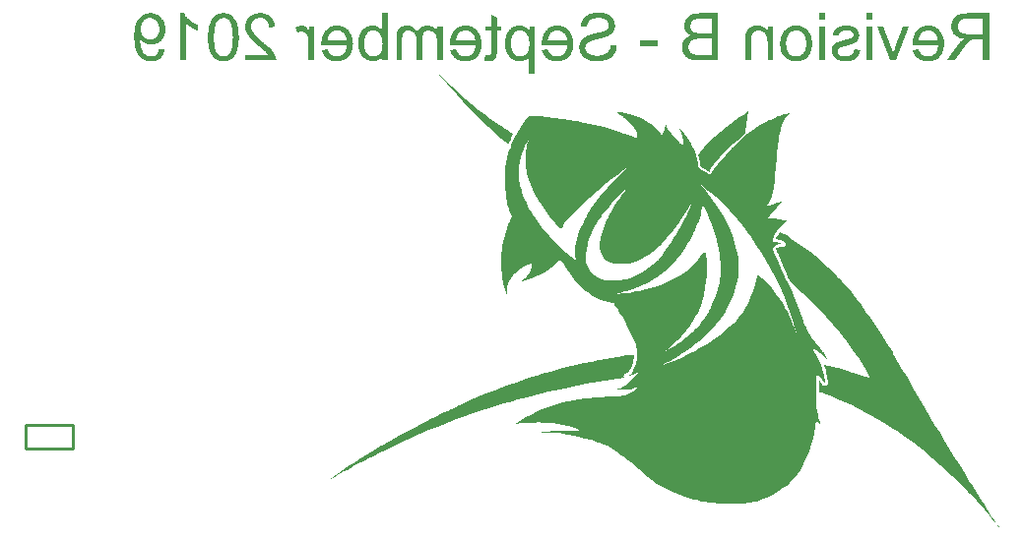
<source format=gbr>
%TF.GenerationSoftware,Altium Limited,Altium Designer,23.5.1 (21)*%
G04 Layer_Color=32896*
%FSLAX45Y45*%
%MOMM*%
%TF.SameCoordinates,815A2C8C-8163-47E4-9813-AD16C0C63C49*%
%TF.FilePolarity,Positive*%
%TF.FileFunction,Legend,Bot*%
%TF.Part,Single*%
G01*
G75*
%TA.AperFunction,NonConductor*%
%ADD82C,0.25400*%
G36*
X11034889Y10127383D02*
X10984929D01*
Y10184690D01*
X11034889D01*
Y10127383D01*
D02*
G37*
G36*
X10624635D02*
X10574676D01*
Y10184690D01*
X10624635D01*
Y10127383D01*
D02*
G37*
G36*
X5778587Y10185864D02*
X5788578Y10184983D01*
X5797983Y10183513D01*
X5806799Y10181456D01*
X5815027Y10179105D01*
X5822668Y10176460D01*
X5829428Y10173815D01*
X5835893Y10171170D01*
X5841477Y10168232D01*
X5846472Y10165587D01*
X5850587Y10162942D01*
X5854113Y10160591D01*
X5856758Y10158828D01*
X5858815Y10157064D01*
X5859991Y10156183D01*
X5860285Y10155889D01*
X5866456Y10150011D01*
X5871746Y10143546D01*
X5876742Y10136787D01*
X5880856Y10129734D01*
X5884677Y10122387D01*
X5887909Y10115040D01*
X5890554Y10107987D01*
X5892905Y10100934D01*
X5894668Y10094468D01*
X5896138Y10088297D01*
X5897313Y10082713D01*
X5898195Y10078011D01*
X5899077Y10074191D01*
X5899370Y10071252D01*
Y10070076D01*
X5899664Y10069195D01*
Y10068901D01*
Y10068607D01*
X5848236Y10063317D01*
X5847942Y10070370D01*
X5847354Y10076836D01*
X5846179Y10083007D01*
X5845003Y10088885D01*
X5843240Y10094174D01*
X5841477Y10098876D01*
X5839419Y10103578D01*
X5837362Y10107399D01*
X5835599Y10110925D01*
X5833542Y10114158D01*
X5831779Y10116803D01*
X5830015Y10119154D01*
X5828840Y10120623D01*
X5827664Y10122093D01*
X5827076Y10122681D01*
X5826783Y10122974D01*
X5822668Y10126795D01*
X5817966Y10130027D01*
X5813264Y10132966D01*
X5808562Y10135611D01*
X5803566Y10137668D01*
X5798864Y10139432D01*
X5794162Y10140901D01*
X5789754Y10142076D01*
X5785346Y10142958D01*
X5781525Y10143546D01*
X5777999Y10144134D01*
X5774766Y10144428D01*
X5772415Y10144721D01*
X5768889D01*
X5762717Y10144428D01*
X5756840Y10143840D01*
X5751256Y10142958D01*
X5745966Y10141489D01*
X5741264Y10140019D01*
X5736562Y10138256D01*
X5732448Y10136493D01*
X5728627Y10134436D01*
X5725395Y10132672D01*
X5722456Y10130615D01*
X5719811Y10128852D01*
X5717754Y10127383D01*
X5715991Y10125913D01*
X5714815Y10125032D01*
X5714227Y10124444D01*
X5713933Y10124150D01*
X5710113Y10120330D01*
X5706880Y10116215D01*
X5703942Y10112101D01*
X5701591Y10107693D01*
X5699533Y10103578D01*
X5697770Y10099464D01*
X5696301Y10095350D01*
X5695125Y10091529D01*
X5694244Y10088003D01*
X5693656Y10084770D01*
X5693068Y10081831D01*
X5692774Y10079187D01*
X5692480Y10077129D01*
Y10075660D01*
Y10074485D01*
Y10074191D01*
X5692774Y10068901D01*
X5693362Y10063611D01*
X5694538Y10058321D01*
X5696007Y10053031D01*
X5699827Y10042746D01*
X5702178Y10038044D01*
X5704235Y10033636D01*
X5706293Y10029521D01*
X5708644Y10025701D01*
X5710407Y10022468D01*
X5712170Y10019529D01*
X5713933Y10017472D01*
X5715109Y10015709D01*
X5715697Y10014533D01*
X5715991Y10014240D01*
X5720693Y10008068D01*
X5726570Y10001309D01*
X5732742Y9994550D01*
X5739795Y9987497D01*
X5746848Y9980150D01*
X5754489Y9973097D01*
X5761836Y9966044D01*
X5769477Y9959284D01*
X5776530Y9952819D01*
X5783289Y9946941D01*
X5789166Y9941358D01*
X5794750Y9936950D01*
X5799158Y9933129D01*
X5800922Y9931660D01*
X5802391Y9930190D01*
X5803566Y9929309D01*
X5804448Y9928427D01*
X5805036Y9928133D01*
X5805330Y9927839D01*
X5812971Y9921374D01*
X5820318Y9915203D01*
X5827077Y9909325D01*
X5833542Y9903741D01*
X5839420Y9898158D01*
X5844709Y9893162D01*
X5849411Y9888460D01*
X5853820Y9884052D01*
X5857934Y9880231D01*
X5861167Y9876705D01*
X5864105Y9873766D01*
X5866456Y9871121D01*
X5868220Y9869064D01*
X5869395Y9867594D01*
X5870277Y9866713D01*
X5870571Y9866419D01*
X5878505Y9856427D01*
X5885265Y9846729D01*
X5890848Y9837619D01*
X5893493Y9833505D01*
X5895550Y9829390D01*
X5897314Y9825864D01*
X5899077Y9822631D01*
X5900546Y9819692D01*
X5901428Y9817047D01*
X5902310Y9814990D01*
X5902897Y9813521D01*
X5903485Y9812639D01*
Y9812345D01*
X5905542Y9806174D01*
X5907012Y9800002D01*
X5907893Y9794125D01*
X5908481Y9789129D01*
X5908775Y9784427D01*
X5909069Y9782664D01*
Y9780900D01*
Y9779725D01*
Y9778843D01*
Y9778256D01*
Y9777962D01*
X5640464D01*
Y9825864D01*
X5839713D01*
X5836481Y9830860D01*
X5832954Y9835856D01*
X5829428Y9840264D01*
X5826195Y9844378D01*
X5823256Y9847611D01*
X5820905Y9850256D01*
X5819436Y9852019D01*
X5818848Y9852607D01*
X5816203Y9855545D01*
X5812677Y9858778D01*
X5808856Y9862305D01*
X5804448Y9866419D01*
X5799746Y9870533D01*
X5795044Y9874941D01*
X5785052Y9883464D01*
X5780350Y9887578D01*
X5775942Y9891399D01*
X5772122Y9894925D01*
X5768301Y9897864D01*
X5765362Y9900509D01*
X5763305Y9902272D01*
X5761836Y9903741D01*
X5761248Y9904035D01*
X5751550Y9912264D01*
X5742440Y9920199D01*
X5734211Y9927546D01*
X5726570Y9934305D01*
X5719517Y9940770D01*
X5713346Y9946648D01*
X5707468Y9951937D01*
X5702472Y9956639D01*
X5698064Y9961048D01*
X5694538Y9964868D01*
X5691305Y9968101D01*
X5688660Y9970746D01*
X5686603Y9972803D01*
X5685428Y9974272D01*
X5684546Y9975154D01*
X5684252Y9975448D01*
X5680138Y9980444D01*
X5676023Y9985146D01*
X5672497Y9989848D01*
X5669264Y9994256D01*
X5663387Y10002778D01*
X5661036Y10006599D01*
X5658978Y10010125D01*
X5656921Y10013358D01*
X5655452Y10016297D01*
X5653982Y10018942D01*
X5653101Y10020999D01*
X5652219Y10022762D01*
X5651631Y10023938D01*
X5651044Y10024819D01*
Y10025113D01*
X5647811Y10033929D01*
X5645166Y10042452D01*
X5643403Y10050680D01*
X5642227Y10058027D01*
X5641933Y10061260D01*
X5641639Y10064199D01*
X5641346Y10066550D01*
X5641052Y10068901D01*
Y10070664D01*
Y10071840D01*
Y10072721D01*
Y10073015D01*
X5641346Y10081831D01*
X5642521Y10090354D01*
X5644284Y10098289D01*
X5646342Y10105929D01*
X5648986Y10112983D01*
X5651925Y10119742D01*
X5655158Y10125913D01*
X5658097Y10131497D01*
X5661329Y10136493D01*
X5664562Y10140901D01*
X5667501Y10144721D01*
X5670146Y10147660D01*
X5672203Y10150305D01*
X5673966Y10152068D01*
X5675142Y10153244D01*
X5675435Y10153538D01*
X5682195Y10159415D01*
X5689248Y10164411D01*
X5696595Y10168526D01*
X5704235Y10172346D01*
X5711876Y10175579D01*
X5719811Y10178223D01*
X5727158Y10180281D01*
X5734505Y10182044D01*
X5741264Y10183513D01*
X5747729Y10184395D01*
X5753313Y10185277D01*
X5758309Y10185570D01*
X5762423Y10185864D01*
X5765362Y10186158D01*
X5768007D01*
X5778587Y10185864D01*
D02*
G37*
G36*
X6868286Y9777962D02*
X6821854D01*
Y9814990D01*
X6815976Y9807349D01*
X6809805Y9800590D01*
X6803339Y9794713D01*
X6796580Y9789717D01*
X6789821Y9785602D01*
X6783062Y9782076D01*
X6776303Y9779137D01*
X6769837Y9777080D01*
X6763960Y9775023D01*
X6758376Y9773847D01*
X6753086Y9772966D01*
X6748678Y9772084D01*
X6745152Y9771790D01*
X6742507Y9771496D01*
X6740156D01*
X6730458Y9772084D01*
X6721347Y9773260D01*
X6712531Y9775317D01*
X6704009Y9777962D01*
X6696074Y9781194D01*
X6688727Y9784427D01*
X6681968Y9788247D01*
X6675796Y9792068D01*
X6670213Y9795888D01*
X6665217Y9799709D01*
X6660809Y9803235D01*
X6657282Y9806174D01*
X6654343Y9808819D01*
X6652286Y9810876D01*
X6650817Y9812051D01*
X6650523Y9812639D01*
X6643764Y9820868D01*
X6638180Y9829684D01*
X6633184Y9838794D01*
X6628776Y9848492D01*
X6625249Y9858190D01*
X6622017Y9867888D01*
X6619666Y9877292D01*
X6617609Y9886697D01*
X6616139Y9895513D01*
X6614964Y9903448D01*
X6614082Y9910795D01*
X6613494Y9917260D01*
X6613200Y9919905D01*
Y9922256D01*
X6612907Y9924607D01*
Y9926370D01*
Y9927839D01*
Y9928721D01*
Y9929309D01*
Y9929603D01*
X6613200Y9941358D01*
X6614376Y9952525D01*
X6614964Y9957815D01*
X6615845Y9962517D01*
X6616727Y9967219D01*
X6617315Y9971627D01*
X6618196Y9975448D01*
X6619078Y9978974D01*
X6619960Y9982207D01*
X6620547Y9984558D01*
X6621135Y9986909D01*
X6621723Y9988378D01*
X6622017Y9989260D01*
Y9989554D01*
X6625543Y9999546D01*
X6629657Y10008656D01*
X6633478Y10016884D01*
X6635535Y10020411D01*
X6637592Y10023938D01*
X6639355Y10026876D01*
X6641119Y10029521D01*
X6642588Y10031872D01*
X6643763Y10033636D01*
X6644939Y10035105D01*
X6645821Y10036280D01*
X6646114Y10036868D01*
X6646408Y10037162D01*
X6652580Y10044215D01*
X6659339Y10050387D01*
X6665804Y10055676D01*
X6672270Y10060085D01*
X6677853Y10063611D01*
X6680204Y10064787D01*
X6682261Y10065962D01*
X6684025Y10066844D01*
X6685200Y10067431D01*
X6686082Y10068019D01*
X6686376D01*
X6695486Y10071840D01*
X6704596Y10074485D01*
X6713413Y10076542D01*
X6721347Y10077717D01*
X6724874Y10078305D01*
X6727813Y10078599D01*
X6730751Y10078893D01*
X6733102D01*
X6735160Y10079187D01*
X6737804D01*
X6746915Y10078893D01*
X6755437Y10077423D01*
X6763372Y10075366D01*
X6771013Y10073015D01*
X6778360Y10069783D01*
X6784825Y10066550D01*
X6790996Y10063023D01*
X6796580Y10059203D01*
X6801282Y10055382D01*
X6805690Y10051856D01*
X6809511Y10048623D01*
X6812743Y10045391D01*
X6815094Y10043040D01*
X6816858Y10040982D01*
X6818033Y10039807D01*
X6818327Y10039219D01*
Y10184689D01*
X6868286D01*
X6868286Y9777962D01*
D02*
G37*
G36*
X5117949Y10181162D02*
X5120888Y10176166D01*
X5127647Y10166468D01*
X5134994Y10157358D01*
X5138814Y10152950D01*
X5142341Y10148835D01*
X5145867Y10145309D01*
X5149100Y10141782D01*
X5152039Y10138844D01*
X5154684Y10136199D01*
X5156741Y10134142D01*
X5158210Y10132672D01*
X5159386Y10131791D01*
X5159680Y10131497D01*
X5171729Y10121505D01*
X5184365Y10112395D01*
X5196708Y10104166D01*
X5202586Y10100639D01*
X5208169Y10097113D01*
X5213165Y10094174D01*
X5217867Y10091529D01*
X5222276Y10089178D01*
X5225802Y10087415D01*
X5228741Y10085946D01*
X5231092Y10084770D01*
X5232267Y10084182D01*
X5232855Y10083888D01*
Y10035692D01*
X5224039Y10039219D01*
X5214929Y10043333D01*
X5206112Y10047448D01*
X5197884Y10051562D01*
X5194357Y10053619D01*
X5190831Y10055382D01*
X5187892Y10057145D01*
X5185541Y10058615D01*
X5183484Y10059497D01*
X5181720Y10060378D01*
X5180839Y10060966D01*
X5180545Y10061260D01*
X5169965Y10067725D01*
X5165263Y10070958D01*
X5160561Y10073897D01*
X5156447Y10077129D01*
X5152626Y10079774D01*
X5149100Y10082713D01*
X5145573Y10085064D01*
X5142929Y10087415D01*
X5140284Y10089472D01*
X5137933Y10091529D01*
X5136169Y10092999D01*
X5134700Y10094174D01*
X5133818Y10095056D01*
X5133231Y10095644D01*
X5132937Y10095937D01*
X5132937Y9777961D01*
X5082978D01*
X5082977Y10186158D01*
X5115304D01*
X5117949Y10181162D01*
D02*
G37*
G36*
X7217707Y10078599D02*
X7227699Y10077130D01*
X7232401Y10076248D01*
X7236809Y10075073D01*
X7240630Y10073897D01*
X7244450Y10072722D01*
X7247683Y10071252D01*
X7250915Y10070077D01*
X7253560Y10068901D01*
X7255617Y10068019D01*
X7257381Y10067138D01*
X7258556Y10066550D01*
X7259438Y10066256D01*
X7259732Y10065962D01*
X7267960Y10060673D01*
X7275013Y10054795D01*
X7281479Y10049211D01*
X7286769Y10043628D01*
X7290883Y10038632D01*
X7292646Y10036575D01*
X7293822Y10034517D01*
X7294997Y10033048D01*
X7295879Y10031872D01*
X7296173Y10031285D01*
X7296466Y10030991D01*
Y10072722D01*
X7341136D01*
X7341136Y9777962D01*
X7291177D01*
Y9930778D01*
Y9938125D01*
X7290883Y9944885D01*
X7290295Y9951350D01*
X7290001Y9957227D01*
X7289414Y9962811D01*
X7288532Y9967807D01*
X7287944Y9972509D01*
X7287063Y9976623D01*
X7286475Y9980150D01*
X7285887Y9983383D01*
X7285005Y9986028D01*
X7284418Y9988379D01*
X7283830Y9989848D01*
X7283536Y9991317D01*
X7283242Y9991905D01*
Y9992199D01*
X7279716Y9999840D01*
X7275601Y10006305D01*
X7271487Y10011889D01*
X7267079Y10016591D01*
X7263258Y10020117D01*
X7260026Y10022762D01*
X7258850Y10023644D01*
X7257968Y10024232D01*
X7257381Y10024819D01*
X7257087D01*
X7250328Y10028640D01*
X7243568Y10031285D01*
X7236809Y10033342D01*
X7230932Y10034517D01*
X7225936Y10035399D01*
X7223585Y10035693D01*
X7221821D01*
X7220352Y10035987D01*
X7218295D01*
X7213299Y10035693D01*
X7208597Y10035399D01*
X7204189Y10034517D01*
X7200368Y10033342D01*
X7196548Y10032166D01*
X7193315Y10030697D01*
X7190377Y10029228D01*
X7187732Y10027758D01*
X7185674Y10025995D01*
X7183617Y10024526D01*
X7181854Y10023056D01*
X7180679Y10021881D01*
X7179503Y10020705D01*
X7178915Y10019823D01*
X7178328Y10019530D01*
Y10019236D01*
X7176270Y10016003D01*
X7174213Y10012183D01*
X7171275Y10004248D01*
X7168924Y9996019D01*
X7167454Y9988085D01*
X7166867Y9984264D01*
X7166573Y9980738D01*
X7166279Y9977505D01*
Y9974860D01*
X7165985Y9972509D01*
Y9970746D01*
Y9969570D01*
Y9969276D01*
Y9777962D01*
X7116026D01*
Y9948999D01*
X7115732Y9957227D01*
X7115144Y9964868D01*
X7114262Y9971921D01*
X7112793Y9978681D01*
X7111324Y9984558D01*
X7109560Y9989848D01*
X7107503Y9994844D01*
X7105740Y9999252D01*
X7103683Y10003072D01*
X7101920Y10006305D01*
X7100156Y10008950D01*
X7098687Y10011301D01*
X7097217Y10013064D01*
X7096336Y10014240D01*
X7095748Y10014828D01*
X7095454Y10015121D01*
X7091340Y10018942D01*
X7087225Y10021880D01*
X7083111Y10024819D01*
X7078703Y10027170D01*
X7074295Y10029227D01*
X7070180Y10030991D01*
X7066066Y10032166D01*
X7061952Y10033342D01*
X7058425Y10034223D01*
X7054899Y10034811D01*
X7051666Y10035399D01*
X7049021Y10035693D01*
X7046964Y10035987D01*
X7044025D01*
X7037854Y10035693D01*
X7031976Y10034811D01*
X7026980Y10033342D01*
X7022572Y10031872D01*
X7019046Y10030403D01*
X7016401Y10028933D01*
X7014637Y10028052D01*
X7014050Y10027758D01*
X7009642Y10024525D01*
X7005821Y10020999D01*
X7002882Y10017472D01*
X7000237Y10014240D01*
X6998474Y10011301D01*
X6997299Y10008656D01*
X6996711Y10007186D01*
X6996417Y10006893D01*
Y10006599D01*
X6995536Y10003954D01*
X6994654Y10001015D01*
X6993479Y9994256D01*
X6992597Y9987203D01*
X6992009Y9980150D01*
X6991715Y9973684D01*
X6991421Y9970746D01*
Y9968395D01*
Y9966337D01*
Y9964868D01*
Y9963693D01*
Y9963399D01*
Y9777962D01*
X6941462D01*
Y9980150D01*
X6941756Y9989260D01*
X6942344Y9997782D01*
X6943519Y10005717D01*
X6945282Y10013064D01*
X6947046Y10019823D01*
X6949103Y10025995D01*
X6951160Y10031284D01*
X6953217Y10036280D01*
X6955568Y10040689D01*
X6957625Y10044509D01*
X6959682Y10047742D01*
X6961446Y10050093D01*
X6962915Y10052150D01*
X6964090Y10053619D01*
X6964972Y10054501D01*
X6965266Y10054795D01*
X6969968Y10059203D01*
X6974964Y10062729D01*
X6980254Y10066256D01*
X6985544Y10068901D01*
X6991421Y10071252D01*
X6997005Y10073309D01*
X7002295Y10074778D01*
X7007584Y10076248D01*
X7012874Y10077129D01*
X7017576Y10078011D01*
X7021691Y10078305D01*
X7025217Y10078893D01*
X7028450D01*
X7030507Y10079187D01*
X7037854D01*
X7042850Y10078599D01*
X7052548Y10076836D01*
X7061952Y10074485D01*
X7070474Y10071252D01*
X7078703Y10067138D01*
X7086050Y10062729D01*
X7093103Y10058028D01*
X7099274Y10053326D01*
X7104858Y10048624D01*
X7109854Y10043921D01*
X7113968Y10039513D01*
X7117495Y10035693D01*
X7120434Y10032166D01*
X7122197Y10029815D01*
X7123666Y10028052D01*
X7123960Y10027758D01*
Y10027464D01*
X7127781Y10035987D01*
X7132189Y10043628D01*
X7136891Y10050093D01*
X7141887Y10055677D01*
X7146295Y10059791D01*
X7148352Y10061554D01*
X7149821Y10063024D01*
X7151291Y10063905D01*
X7152466Y10064787D01*
X7153054Y10065081D01*
X7153348Y10065375D01*
X7157462Y10067726D01*
X7161576Y10070077D01*
X7170687Y10073309D01*
X7179503Y10075954D01*
X7188026Y10077424D01*
X7191846Y10078011D01*
X7195666Y10078599D01*
X7198899Y10078893D01*
X7201544D01*
X7203895Y10079187D01*
X7212417D01*
X7217707Y10078599D01*
D02*
G37*
G36*
X4837295Y10185864D02*
X4846993Y10184395D01*
X4856104Y10182631D01*
X4864626Y10180280D01*
X4872855Y10177342D01*
X4880495Y10174109D01*
X4887255Y10170876D01*
X4893720Y10167350D01*
X4899304Y10163823D01*
X4904300Y10160297D01*
X4908708Y10157064D01*
X4912234Y10154125D01*
X4914879Y10151774D01*
X4916936Y10150011D01*
X4918406Y10148542D01*
X4918700Y10148248D01*
X4925165Y10140901D01*
X4930749Y10133260D01*
X4935451Y10125031D01*
X4939859Y10116803D01*
X4943385Y10108574D01*
X4946324Y10100346D01*
X4948675Y10092117D01*
X4950438Y10084476D01*
X4952202Y10077129D01*
X4953083Y10070370D01*
X4953965Y10064199D01*
X4954553Y10058909D01*
X4954847Y10054501D01*
Y10052737D01*
X4955140Y10051268D01*
Y10050092D01*
Y10049211D01*
Y10048917D01*
Y10048623D01*
X4954847Y10037750D01*
X4953671Y10027464D01*
X4951908Y10017472D01*
X4949851Y10008362D01*
X4947206Y9999839D01*
X4944267Y9991905D01*
X4941035Y9984558D01*
X4937802Y9978092D01*
X4934569Y9972215D01*
X4931337Y9966925D01*
X4928398Y9962517D01*
X4925753Y9958990D01*
X4923696Y9956051D01*
X4921932Y9953994D01*
X4920757Y9952525D01*
X4920463Y9952231D01*
X4913704Y9945766D01*
X4906651Y9940182D01*
X4899598Y9935480D01*
X4892251Y9931072D01*
X4885198Y9927545D01*
X4878145Y9924607D01*
X4871092Y9922255D01*
X4864626Y9920492D01*
X4858455Y9918729D01*
X4852871Y9917847D01*
X4847581Y9916966D01*
X4843467Y9916378D01*
X4839941Y9916084D01*
X4837296Y9915790D01*
X4834945D01*
X4829361Y9916084D01*
X4823777Y9916378D01*
X4813492Y9918141D01*
X4803794Y9920492D01*
X4799679Y9921668D01*
X4795565Y9923137D01*
X4791745Y9924607D01*
X4788512Y9925782D01*
X4785867Y9926958D01*
X4783222Y9928133D01*
X4781459Y9929015D01*
X4779989Y9929896D01*
X4779108Y9930190D01*
X4778814Y9930484D01*
X4769410Y9936362D01*
X4761475Y9942827D01*
X4757655Y9946060D01*
X4754422Y9949292D01*
X4751189Y9952231D01*
X4748544Y9955464D01*
X4745900Y9958109D01*
X4743842Y9960754D01*
X4742079Y9963105D01*
X4740316Y9965162D01*
X4739140Y9966925D01*
X4738259Y9968100D01*
X4737965Y9968982D01*
X4737671Y9969276D01*
Y9966925D01*
Y9964868D01*
Y9963105D01*
Y9961635D01*
Y9960754D01*
Y9959872D01*
Y9959578D01*
Y9959284D01*
X4737965Y9947823D01*
X4738847Y9936656D01*
X4740022Y9926370D01*
X4740904Y9921374D01*
X4741491Y9916966D01*
X4742079Y9912851D01*
X4742961Y9909325D01*
X4743549Y9906092D01*
X4744136Y9903447D01*
X4744724Y9901096D01*
X4745018Y9899627D01*
X4745312Y9898451D01*
Y9898157D01*
X4746781Y9892868D01*
X4748251Y9887578D01*
X4749720Y9882876D01*
X4751189Y9878174D01*
X4752953Y9874059D01*
X4754422Y9870239D01*
X4755891Y9866713D01*
X4757361Y9863480D01*
X4758536Y9860541D01*
X4760006Y9857896D01*
X4760887Y9855839D01*
X4762063Y9854076D01*
X4762651Y9852606D01*
X4763238Y9851725D01*
X4763826Y9851137D01*
Y9850843D01*
X4768234Y9844672D01*
X4772936Y9839088D01*
X4777638Y9834092D01*
X4782047Y9830272D01*
X4785867Y9827039D01*
X4789100Y9824688D01*
X4790275Y9823806D01*
X4791157Y9823219D01*
X4791745Y9822631D01*
X4792038D01*
X4798798Y9819104D01*
X4805557Y9816753D01*
X4812610Y9814990D01*
X4818781Y9813521D01*
X4824365Y9812933D01*
X4826716Y9812639D01*
X4828773D01*
X4830243Y9812345D01*
X4832594D01*
X4837590Y9812639D01*
X4842292Y9812933D01*
X4850814Y9814696D01*
X4858161Y9817047D01*
X4861688Y9818517D01*
X4864626Y9819986D01*
X4867271Y9821161D01*
X4869916Y9822631D01*
X4871973Y9823806D01*
X4873443Y9824982D01*
X4874912Y9825864D01*
X4875794Y9826745D01*
X4876381Y9827039D01*
X4876675Y9827333D01*
X4879908Y9830272D01*
X4882553Y9833798D01*
X4887549Y9841439D01*
X4891663Y9849668D01*
X4894896Y9857896D01*
X4896071Y9861423D01*
X4897247Y9865243D01*
X4898128Y9868476D01*
X4898716Y9871121D01*
X4899304Y9873472D01*
X4899598Y9875235D01*
X4899892Y9876411D01*
Y9876704D01*
X4947794Y9872296D01*
X4946324Y9863480D01*
X4944561Y9855251D01*
X4942210Y9847610D01*
X4939565Y9840264D01*
X4936920Y9833504D01*
X4933688Y9827627D01*
X4930749Y9822043D01*
X4927516Y9817047D01*
X4924577Y9812345D01*
X4921639Y9808525D01*
X4918700Y9805292D01*
X4916349Y9802647D01*
X4914586Y9800296D01*
X4912822Y9798827D01*
X4911941Y9797945D01*
X4911647Y9797651D01*
X4905769Y9792949D01*
X4899598Y9788835D01*
X4893132Y9785308D01*
X4886667Y9782370D01*
X4880202Y9779725D01*
X4873737Y9777668D01*
X4867271Y9775904D01*
X4861100Y9774435D01*
X4855516Y9773553D01*
X4850226Y9772672D01*
X4845524Y9772084D01*
X4841410Y9771496D01*
X4838177D01*
X4835532Y9771202D01*
X4833475D01*
X4825247Y9771496D01*
X4817312Y9772378D01*
X4809671Y9773553D01*
X4802324Y9775023D01*
X4795271Y9776786D01*
X4789100Y9778843D01*
X4782928Y9780900D01*
X4777638Y9783251D01*
X4772642Y9785602D01*
X4768234Y9787659D01*
X4764414Y9789717D01*
X4761181Y9791480D01*
X4758536Y9792949D01*
X4756773Y9794419D01*
X4755598Y9795006D01*
X4755304Y9795300D01*
X4749132Y9800002D01*
X4743549Y9805292D01*
X4738259Y9810876D01*
X4733263Y9816459D01*
X4728855Y9822337D01*
X4724446Y9828215D01*
X4720920Y9833798D01*
X4717393Y9839382D01*
X4714455Y9844672D01*
X4711810Y9849668D01*
X4709753Y9854076D01*
X4707989Y9857896D01*
X4706520Y9861129D01*
X4705638Y9863480D01*
X4705051Y9864949D01*
X4704757Y9865537D01*
X4701818Y9874647D01*
X4699173Y9884051D01*
X4696822Y9894043D01*
X4694765Y9904329D01*
X4693295Y9914615D01*
X4691826Y9925194D01*
X4690651Y9935186D01*
X4689769Y9944884D01*
X4689181Y9953994D01*
X4688593Y9962517D01*
X4688299Y9970158D01*
X4688006Y9973390D01*
Y9976623D01*
Y9979562D01*
X4687712Y9982207D01*
Y9984264D01*
Y9986027D01*
Y9987496D01*
Y9988672D01*
Y9989260D01*
Y9989554D01*
X4688006Y10003072D01*
X4688593Y10016003D01*
X4689181Y10027758D01*
X4690356Y10038925D01*
X4691826Y10049211D01*
X4693295Y10058321D01*
X4694765Y10066843D01*
X4696234Y10074484D01*
X4697997Y10081243D01*
X4699467Y10087121D01*
X4700936Y10092117D01*
X4702405Y10096231D01*
X4703581Y10099464D01*
X4704169Y10101815D01*
X4704756Y10102990D01*
X4705050Y10103578D01*
X4708283Y10110925D01*
X4712103Y10117684D01*
X4715924Y10123856D01*
X4720038Y10129733D01*
X4724152Y10135317D01*
X4728267Y10140313D01*
X4732381Y10145015D01*
X4736495Y10149129D01*
X4740316Y10152656D01*
X4743548Y10155889D01*
X4746781Y10158533D01*
X4749720Y10160884D01*
X4751777Y10162354D01*
X4753540Y10163823D01*
X4754716Y10164411D01*
X4755010Y10164705D01*
X4761181Y10168525D01*
X4767352Y10171758D01*
X4773818Y10174697D01*
X4779989Y10177048D01*
X4786161Y10179105D01*
X4792332Y10180868D01*
X4797916Y10182338D01*
X4803499Y10183513D01*
X4808495Y10184395D01*
X4812904Y10184982D01*
X4817018Y10185570D01*
X4820544Y10185864D01*
X4823483Y10186158D01*
X4827304D01*
X4837295Y10185864D01*
D02*
G37*
G36*
X9192274Y9899922D02*
X9038282D01*
Y9950175D01*
X9192274D01*
Y9899922D01*
D02*
G37*
G36*
X11237665Y9777962D02*
X11190938D01*
X11079264Y10072722D01*
X11130693D01*
X11196228Y9892869D01*
X11200342Y9881114D01*
X11202399Y9875530D01*
X11204163Y9870240D01*
X11205632Y9865244D01*
X11207101Y9860542D01*
X11208571Y9856428D01*
X11209746Y9852607D01*
X11210922Y9849081D01*
X11212097Y9845848D01*
X11212685Y9843203D01*
X11213567Y9840852D01*
X11214154Y9839089D01*
X11214448Y9837914D01*
X11214742Y9837032D01*
Y9836738D01*
X11217975Y9848199D01*
X11221207Y9859073D01*
X11224440Y9869065D01*
X11225909Y9873767D01*
X11227379Y9877881D01*
X11228554Y9881995D01*
X11229730Y9885522D01*
X11230905Y9888461D01*
X11231787Y9891105D01*
X11232669Y9893163D01*
X11232963Y9894926D01*
X11233550Y9895807D01*
Y9896101D01*
X11296734Y10072722D01*
X11349338D01*
X11237665Y9777962D01*
D02*
G37*
G36*
X7805463Y10145603D02*
Y10072722D01*
X7842492D01*
Y10033930D01*
X7805463D01*
X7805463Y9864068D01*
Y9856133D01*
X7805170Y9848493D01*
X7804876Y9842027D01*
X7804582Y9835856D01*
X7803994Y9830566D01*
X7803700Y9825570D01*
X7803112Y9821456D01*
X7802525Y9817635D01*
X7801937Y9814403D01*
X7801349Y9811758D01*
X7801055Y9809701D01*
X7800468Y9807937D01*
X7800174Y9806468D01*
X7799880Y9805586D01*
X7799586Y9805293D01*
Y9804999D01*
X7796941Y9800003D01*
X7793708Y9795595D01*
X7790182Y9791774D01*
X7786655Y9788542D01*
X7783423Y9786190D01*
X7780778Y9784133D01*
X7779014Y9782958D01*
X7778721Y9782664D01*
X7778427D01*
X7772255Y9779725D01*
X7765496Y9777668D01*
X7758443Y9776199D01*
X7751684Y9775317D01*
X7745806Y9774729D01*
X7743161Y9774435D01*
X7740810Y9774141D01*
X7736402D01*
X7729937Y9774435D01*
X7723471Y9774729D01*
X7717006Y9775611D01*
X7711129Y9776493D01*
X7706133Y9777080D01*
X7703782Y9777668D01*
X7702018Y9777962D01*
X7700549Y9778256D01*
X7699373D01*
X7698786Y9778550D01*
X7698492D01*
X7705839Y9822631D01*
X7710541Y9822044D01*
X7714949Y9821750D01*
X7718769Y9821162D01*
X7721708D01*
X7724353Y9820868D01*
X7727586D01*
X7731406Y9821162D01*
X7734933Y9821456D01*
X7737871Y9822044D01*
X7740223Y9822631D01*
X7742280Y9823219D01*
X7743455Y9823807D01*
X7744337Y9824395D01*
X7744631D01*
X7746688Y9825864D01*
X7748451Y9827333D01*
X7751096Y9830566D01*
X7751978Y9832035D01*
X7752565Y9833211D01*
X7753153Y9833799D01*
Y9834093D01*
X7753447Y9835562D01*
X7754035Y9837031D01*
X7754623Y9840852D01*
X7754916Y9845554D01*
X7755210Y9849962D01*
X7755504Y9854370D01*
Y9857897D01*
Y9859366D01*
Y9860542D01*
Y9861129D01*
Y9861423D01*
X7755504Y10033930D01*
X7705839D01*
Y10072722D01*
X7755504D01*
Y10175579D01*
X7805463Y10145603D01*
D02*
G37*
G36*
X11525371Y10078600D02*
X11535951Y10077424D01*
X11545942Y10075367D01*
X11555640Y10072722D01*
X11564457Y10069784D01*
X11572391Y10066257D01*
X11580032Y10062437D01*
X11586791Y10058616D01*
X11592963Y10054796D01*
X11598253Y10050975D01*
X11602661Y10047743D01*
X11606481Y10044510D01*
X11609714Y10041865D01*
X11611771Y10039808D01*
X11612947Y10038632D01*
X11613534Y10038045D01*
X11620293Y10030110D01*
X11626171Y10021294D01*
X11631167Y10012183D01*
X11635575Y10002779D01*
X11639396Y9993081D01*
X11642335Y9983383D01*
X11644980Y9973979D01*
X11647037Y9965163D01*
X11648506Y9956347D01*
X11649682Y9948412D01*
X11650563Y9941359D01*
X11651151Y9935187D01*
X11651445Y9932249D01*
Y9929898D01*
Y9927840D01*
X11651739Y9926077D01*
Y9924608D01*
Y9923726D01*
Y9923138D01*
Y9922845D01*
X11651445Y9909620D01*
X11649975Y9897277D01*
X11648212Y9885816D01*
X11645861Y9874942D01*
X11642922Y9864951D01*
X11639690Y9855840D01*
X11636457Y9847612D01*
X11632931Y9839971D01*
X11629404Y9833212D01*
X11625877Y9827628D01*
X11622939Y9822632D01*
X11620000Y9818518D01*
X11617649Y9815285D01*
X11615592Y9812934D01*
X11614416Y9811759D01*
X11614122Y9811171D01*
X11606775Y9804118D01*
X11598841Y9797946D01*
X11590612Y9792657D01*
X11582090Y9788248D01*
X11573567Y9784428D01*
X11565045Y9781195D01*
X11556522Y9778550D01*
X11548588Y9776493D01*
X11540947Y9774730D01*
X11533894Y9773554D01*
X11527722Y9772673D01*
X11522138Y9772085D01*
X11517730Y9771791D01*
X11515967D01*
X11514498Y9771497D01*
X11511559D01*
X11502155Y9771791D01*
X11493045Y9772673D01*
X11484522Y9773848D01*
X11476587Y9775318D01*
X11469240Y9777375D01*
X11462187Y9779432D01*
X11456016Y9781783D01*
X11450138Y9784134D01*
X11444849Y9786191D01*
X11440440Y9788542D01*
X11436326Y9790599D01*
X11433093Y9792656D01*
X11430449Y9794126D01*
X11428685Y9795301D01*
X11427510Y9796183D01*
X11427216Y9796477D01*
X11421338Y9801473D01*
X11415755Y9806762D01*
X11410759Y9812346D01*
X11406351Y9817930D01*
X11402236Y9823807D01*
X11398416Y9829685D01*
X11395183Y9835562D01*
X11392244Y9840852D01*
X11389600Y9846142D01*
X11387542Y9851138D01*
X11385779Y9855546D01*
X11384310Y9859367D01*
X11383428Y9862305D01*
X11382546Y9864656D01*
X11381959Y9866126D01*
Y9866714D01*
X11433387Y9873473D01*
X11435738Y9867595D01*
X11438089Y9862305D01*
X11440440Y9857309D01*
X11443085Y9852607D01*
X11445730Y9848493D01*
X11448081Y9844673D01*
X11450726Y9841440D01*
X11453077Y9838208D01*
X11455428Y9835563D01*
X11457485Y9833212D01*
X11459249Y9831448D01*
X11461012Y9829685D01*
X11462481Y9828510D01*
X11463363Y9827628D01*
X11463951Y9827334D01*
X11464245Y9827040D01*
X11468065Y9824395D01*
X11471885Y9822338D01*
X11475706Y9820281D01*
X11479820Y9818812D01*
X11487755Y9816167D01*
X11495102Y9814404D01*
X11498334Y9813816D01*
X11501567Y9813522D01*
X11504212Y9813228D01*
X11506563Y9812934D01*
X11508620Y9812640D01*
X11511265D01*
X11518024Y9812934D01*
X11524490Y9813816D01*
X11530661Y9814991D01*
X11536539Y9816755D01*
X11542122Y9818518D01*
X11547118Y9820869D01*
X11551820Y9822926D01*
X11555934Y9825571D01*
X11559755Y9827922D01*
X11563281Y9830273D01*
X11566220Y9832330D01*
X11568571Y9834093D01*
X11570334Y9835857D01*
X11571804Y9837032D01*
X11572686Y9837914D01*
X11572979Y9838208D01*
X11577388Y9843204D01*
X11581208Y9848787D01*
X11584735Y9854665D01*
X11587673Y9860836D01*
X11590318Y9867008D01*
X11592375Y9873179D01*
X11594432Y9879057D01*
X11595902Y9885228D01*
X11597077Y9890812D01*
X11598253Y9895808D01*
X11598841Y9900510D01*
X11599428Y9904624D01*
X11600016Y9907857D01*
Y9910502D01*
X11600310Y9911971D01*
Y9912559D01*
X11380489Y9912559D01*
Y9915791D01*
X11380195Y9918436D01*
Y9920493D01*
Y9922550D01*
Y9924020D01*
Y9924901D01*
Y9925489D01*
Y9925783D01*
X11380489Y9939008D01*
X11381665Y9951644D01*
X11383722Y9963399D01*
X11386073Y9974273D01*
X11389012Y9984265D01*
X11391951Y9993669D01*
X11395477Y10002191D01*
X11399003Y10009832D01*
X11402530Y10016591D01*
X11405763Y10022469D01*
X11408995Y10027465D01*
X11411934Y10031579D01*
X11414285Y10034812D01*
X11416048Y10037163D01*
X11417518Y10038338D01*
X11417812Y10038926D01*
X11425159Y10045979D01*
X11432799Y10052151D01*
X11440440Y10057734D01*
X11448669Y10062143D01*
X11456603Y10066257D01*
X11464832Y10069490D01*
X11472473Y10072135D01*
X11480114Y10074192D01*
X11487167Y10075955D01*
X11493632Y10077130D01*
X11499216Y10078012D01*
X11504506Y10078600D01*
X11508620Y10078894D01*
X11511559Y10079188D01*
X11514204D01*
X11525371Y10078600D01*
D02*
G37*
G36*
X8336795Y10078599D02*
X8347374Y10077424D01*
X8357366Y10075366D01*
X8367064Y10072722D01*
X8375880Y10069783D01*
X8383815Y10066256D01*
X8391456Y10062436D01*
X8398215Y10058615D01*
X8404387Y10054795D01*
X8409676Y10050975D01*
X8414085Y10047742D01*
X8417905Y10044509D01*
X8421138Y10041864D01*
X8423195Y10039807D01*
X8424370Y10038632D01*
X8424958Y10038044D01*
X8431717Y10030109D01*
X8437595Y10021293D01*
X8442591Y10012183D01*
X8446999Y10002779D01*
X8450820Y9993081D01*
X8453758Y9983383D01*
X8456403Y9973979D01*
X8458460Y9965162D01*
X8459930Y9956346D01*
X8461105Y9948411D01*
X8461987Y9941358D01*
X8462575Y9935187D01*
X8462869Y9932248D01*
Y9929897D01*
Y9927840D01*
X8463162Y9926076D01*
Y9924607D01*
Y9923725D01*
Y9923138D01*
Y9922844D01*
X8462869Y9909619D01*
X8461399Y9897276D01*
X8459636Y9885815D01*
X8457285Y9874942D01*
X8454346Y9864950D01*
X8451113Y9855840D01*
X8447881Y9847611D01*
X8444354Y9839970D01*
X8440828Y9833211D01*
X8437301Y9827627D01*
X8434362Y9822631D01*
X8431424Y9818517D01*
X8429073Y9815284D01*
X8427015Y9812933D01*
X8425840Y9811758D01*
X8425546Y9811170D01*
X8418199Y9804117D01*
X8410264Y9797946D01*
X8402036Y9792656D01*
X8393513Y9788248D01*
X8384991Y9784427D01*
X8376468Y9781195D01*
X8367946Y9778550D01*
X8360011Y9776493D01*
X8352370Y9774729D01*
X8345317Y9773554D01*
X8339146Y9772672D01*
X8333562Y9772084D01*
X8329154Y9771790D01*
X8327391D01*
X8325921Y9771497D01*
X8322983D01*
X8313578Y9771790D01*
X8304468Y9772672D01*
X8295946Y9773848D01*
X8288011Y9775317D01*
X8280664Y9777374D01*
X8273611Y9779431D01*
X8267440Y9781782D01*
X8261562Y9784133D01*
X8256272Y9786190D01*
X8251864Y9788542D01*
X8247750Y9790599D01*
X8244517Y9792656D01*
X8241872Y9794125D01*
X8240109Y9795301D01*
X8238933Y9796182D01*
X8238640Y9796476D01*
X8232762Y9801472D01*
X8227178Y9806762D01*
X8222182Y9812346D01*
X8217774Y9817929D01*
X8213660Y9823807D01*
X8209840Y9829684D01*
X8206607Y9835562D01*
X8203668Y9840852D01*
X8201023Y9846142D01*
X8198966Y9851138D01*
X8197203Y9855546D01*
X8195733Y9859366D01*
X8194852Y9862305D01*
X8193970Y9864656D01*
X8193382Y9866125D01*
Y9866713D01*
X8244811Y9873472D01*
X8247162Y9867595D01*
X8249513Y9862305D01*
X8251864Y9857309D01*
X8254509Y9852607D01*
X8257154Y9848493D01*
X8259505Y9844672D01*
X8262150Y9841440D01*
X8264501Y9838207D01*
X8266852Y9835562D01*
X8268909Y9833211D01*
X8270672Y9831448D01*
X8272436Y9829684D01*
X8273905Y9828509D01*
X8274787Y9827627D01*
X8275374Y9827333D01*
X8275668Y9827040D01*
X8279489Y9824395D01*
X8283309Y9822337D01*
X8287129Y9820280D01*
X8291244Y9818811D01*
X8299178Y9816166D01*
X8306525Y9814403D01*
X8309758Y9813815D01*
X8312991Y9813521D01*
X8315636Y9813227D01*
X8317987Y9812933D01*
X8320044Y9812640D01*
X8322689D01*
X8329448Y9812933D01*
X8335913Y9813815D01*
X8342085Y9814991D01*
X8347962Y9816754D01*
X8353546Y9818517D01*
X8358542Y9820868D01*
X8363244Y9822925D01*
X8367358Y9825570D01*
X8371179Y9827921D01*
X8374705Y9830272D01*
X8377644Y9832329D01*
X8379995Y9834093D01*
X8381758Y9835856D01*
X8383228Y9837031D01*
X8384109Y9837913D01*
X8384403Y9838207D01*
X8388811Y9843203D01*
X8392632Y9848786D01*
X8396158Y9854664D01*
X8399097Y9860835D01*
X8401742Y9867007D01*
X8403799Y9873178D01*
X8405856Y9879056D01*
X8407326Y9885227D01*
X8408501Y9890811D01*
X8409677Y9895807D01*
X8410264Y9900509D01*
X8410852Y9904623D01*
X8411440Y9907856D01*
Y9910501D01*
X8411734Y9911970D01*
Y9912558D01*
X8191913D01*
Y9915791D01*
X8191619Y9918436D01*
Y9920493D01*
Y9922550D01*
Y9924019D01*
Y9924901D01*
Y9925489D01*
Y9925783D01*
X8191913Y9939007D01*
X8193089Y9951644D01*
X8195146Y9963399D01*
X8197497Y9974272D01*
X8200435Y9984264D01*
X8203374Y9993668D01*
X8206901Y10002191D01*
X8210427Y10009832D01*
X8213954Y10016591D01*
X8217186Y10022468D01*
X8220419Y10027464D01*
X8223358Y10031579D01*
X8225709Y10034811D01*
X8227472Y10037162D01*
X8228941Y10038338D01*
X8229235Y10038926D01*
X8236582Y10045979D01*
X8244223Y10052150D01*
X8251864Y10057734D01*
X8260092Y10062142D01*
X8268027Y10066256D01*
X8276256Y10069489D01*
X8283897Y10072134D01*
X8291537Y10074191D01*
X8298590Y10075954D01*
X8305056Y10077130D01*
X8310639Y10078011D01*
X8315929Y10078599D01*
X8320044Y10078893D01*
X8322982Y10079187D01*
X8325627D01*
X8336795Y10078599D01*
D02*
G37*
G36*
X7547144D02*
X7557724Y10077424D01*
X7567716Y10075366D01*
X7577414Y10072722D01*
X7586230Y10069783D01*
X7594165Y10066256D01*
X7601806Y10062436D01*
X7608565Y10058615D01*
X7614736Y10054795D01*
X7620026Y10050975D01*
X7624434Y10047742D01*
X7628255Y10044509D01*
X7631487Y10041864D01*
X7633545Y10039807D01*
X7634720Y10038632D01*
X7635308Y10038044D01*
X7642067Y10030109D01*
X7647945Y10021293D01*
X7652940Y10012183D01*
X7657349Y10002779D01*
X7661169Y9993081D01*
X7664108Y9983383D01*
X7666753Y9973979D01*
X7668810Y9965162D01*
X7670280Y9956346D01*
X7671455Y9948411D01*
X7672337Y9941358D01*
X7672924Y9935187D01*
X7673218Y9932248D01*
Y9929897D01*
Y9927840D01*
X7673512Y9926076D01*
Y9924607D01*
Y9923725D01*
Y9923138D01*
Y9922844D01*
X7673218Y9909619D01*
X7671749Y9897276D01*
X7669986Y9885815D01*
X7667635Y9874942D01*
X7664696Y9864950D01*
X7661463Y9855840D01*
X7658231Y9847611D01*
X7654704Y9839970D01*
X7651177Y9833211D01*
X7647651Y9827627D01*
X7644712Y9822631D01*
X7641773Y9818517D01*
X7639422Y9815284D01*
X7637365Y9812933D01*
X7636190Y9811758D01*
X7635896Y9811170D01*
X7628549Y9804117D01*
X7620614Y9797946D01*
X7612386Y9792656D01*
X7603863Y9788248D01*
X7595341Y9784427D01*
X7586818Y9781195D01*
X7578296Y9778550D01*
X7570361Y9776493D01*
X7562720Y9774729D01*
X7555667Y9773554D01*
X7549496Y9772672D01*
X7543912Y9772084D01*
X7539504Y9771790D01*
X7537741D01*
X7536271Y9771497D01*
X7533332D01*
X7523928Y9771790D01*
X7514818Y9772672D01*
X7506296Y9773848D01*
X7498361Y9775317D01*
X7491014Y9777374D01*
X7483961Y9779431D01*
X7477789Y9781782D01*
X7471912Y9784133D01*
X7466622Y9786190D01*
X7462214Y9788542D01*
X7458100Y9790599D01*
X7454867Y9792656D01*
X7452222Y9794125D01*
X7450459Y9795301D01*
X7449283Y9796182D01*
X7448989Y9796476D01*
X7443112Y9801472D01*
X7437528Y9806762D01*
X7432532Y9812346D01*
X7428124Y9817929D01*
X7424010Y9823807D01*
X7420189Y9829684D01*
X7416957Y9835562D01*
X7414018Y9840852D01*
X7411373Y9846142D01*
X7409316Y9851138D01*
X7407553Y9855546D01*
X7406083Y9859366D01*
X7405202Y9862305D01*
X7404320Y9864656D01*
X7403732Y9866125D01*
Y9866713D01*
X7455161Y9873472D01*
X7457512Y9867595D01*
X7459863Y9862305D01*
X7462214Y9857309D01*
X7464859Y9852607D01*
X7467504Y9848493D01*
X7469855Y9844672D01*
X7472500Y9841440D01*
X7474851Y9838207D01*
X7477202Y9835562D01*
X7479259Y9833211D01*
X7481022Y9831448D01*
X7482785Y9829684D01*
X7484255Y9828509D01*
X7485136Y9827627D01*
X7485724Y9827333D01*
X7486018Y9827040D01*
X7489838Y9824395D01*
X7493659Y9822337D01*
X7497479Y9820280D01*
X7501594Y9818811D01*
X7509528Y9816166D01*
X7516875Y9814403D01*
X7520108Y9813815D01*
X7523341Y9813521D01*
X7525985Y9813227D01*
X7528336Y9812933D01*
X7530394Y9812640D01*
X7533039D01*
X7539798Y9812933D01*
X7546263Y9813815D01*
X7552434Y9814991D01*
X7558312Y9816754D01*
X7563896Y9818517D01*
X7568892Y9820868D01*
X7573594Y9822925D01*
X7577708Y9825570D01*
X7581528Y9827921D01*
X7585055Y9830272D01*
X7587994Y9832329D01*
X7590345Y9834093D01*
X7592108Y9835856D01*
X7593577Y9837031D01*
X7594459Y9837913D01*
X7594753Y9838207D01*
X7599161Y9843203D01*
X7602981Y9848786D01*
X7606508Y9854664D01*
X7609447Y9860835D01*
X7612092Y9867007D01*
X7614149Y9873178D01*
X7616206Y9879056D01*
X7617675Y9885227D01*
X7618851Y9890811D01*
X7620026Y9895807D01*
X7620614Y9900509D01*
X7621202Y9904623D01*
X7621790Y9907856D01*
Y9910501D01*
X7622084Y9911970D01*
Y9912558D01*
X7402263D01*
Y9915791D01*
X7401969Y9918436D01*
Y9920493D01*
Y9922550D01*
Y9924019D01*
Y9924901D01*
Y9925489D01*
Y9925783D01*
X7402263Y9939007D01*
X7403438Y9951644D01*
X7405495Y9963399D01*
X7407847Y9974272D01*
X7410785Y9984264D01*
X7413724Y9993668D01*
X7417251Y10002191D01*
X7420777Y10009832D01*
X7424303Y10016591D01*
X7427536Y10022468D01*
X7430769Y10027464D01*
X7433708Y10031579D01*
X7436059Y10034811D01*
X7437822Y10037162D01*
X7439291Y10038338D01*
X7439585Y10038926D01*
X7446932Y10045979D01*
X7454573Y10052150D01*
X7462214Y10057734D01*
X7470442Y10062142D01*
X7478377Y10066256D01*
X7486606Y10069489D01*
X7494246Y10072134D01*
X7501887Y10074191D01*
X7508940Y10075954D01*
X7515406Y10077130D01*
X7520989Y10078011D01*
X7526279Y10078599D01*
X7530393Y10078893D01*
X7533332Y10079187D01*
X7535977D01*
X7547144Y10078599D01*
D02*
G37*
G36*
X6442163Y10078599D02*
X6452743Y10077423D01*
X6462735Y10075366D01*
X6472433Y10072721D01*
X6481249Y10069783D01*
X6489184Y10066256D01*
X6496824Y10062436D01*
X6503584Y10058615D01*
X6509755Y10054795D01*
X6515045Y10050974D01*
X6519453Y10047742D01*
X6523273Y10044509D01*
X6526506Y10041864D01*
X6528563Y10039807D01*
X6529739Y10038631D01*
X6530327Y10038044D01*
X6537086Y10030109D01*
X6542963Y10021293D01*
X6547959Y10012182D01*
X6552368Y10002778D01*
X6556188Y9993080D01*
X6559127Y9983382D01*
X6561772Y9973978D01*
X6563829Y9965162D01*
X6565298Y9956346D01*
X6566474Y9948411D01*
X6567355Y9941358D01*
X6567943Y9935186D01*
X6568237Y9932248D01*
Y9929897D01*
Y9927839D01*
X6568531Y9926076D01*
Y9924607D01*
Y9923725D01*
Y9923137D01*
Y9922844D01*
X6568237Y9909619D01*
X6566768Y9897276D01*
X6565004Y9885815D01*
X6562653Y9874941D01*
X6559715Y9864950D01*
X6556482Y9855839D01*
X6553249Y9847611D01*
X6549723Y9839970D01*
X6546196Y9833211D01*
X6542670Y9827627D01*
X6539731Y9822631D01*
X6536792Y9818517D01*
X6534441Y9815284D01*
X6532384Y9812933D01*
X6531208Y9811758D01*
X6530915Y9811170D01*
X6523568Y9804117D01*
X6515633Y9797945D01*
X6507404Y9792656D01*
X6498882Y9788247D01*
X6490359Y9784427D01*
X6481837Y9781194D01*
X6473314Y9778549D01*
X6465380Y9776492D01*
X6457739Y9774729D01*
X6450686Y9773553D01*
X6444514Y9772672D01*
X6438931Y9772084D01*
X6434523Y9771790D01*
X6432759D01*
X6431290Y9771496D01*
X6428351D01*
X6418947Y9771790D01*
X6409837Y9772672D01*
X6401314Y9773847D01*
X6393380Y9775317D01*
X6386033Y9777374D01*
X6378980Y9779431D01*
X6372808Y9781782D01*
X6366931Y9784133D01*
X6361641Y9786190D01*
X6357233Y9788541D01*
X6353118Y9790598D01*
X6349886Y9792656D01*
X6347241Y9794125D01*
X6345478Y9795300D01*
X6344302Y9796182D01*
X6344008Y9796476D01*
X6338131Y9801472D01*
X6332547Y9806762D01*
X6327551Y9812345D01*
X6323143Y9817929D01*
X6319029Y9823807D01*
X6315208Y9829684D01*
X6311975Y9835562D01*
X6309037Y9840852D01*
X6306392Y9846141D01*
X6304335Y9851137D01*
X6302571Y9855545D01*
X6301102Y9859366D01*
X6300220Y9862305D01*
X6299339Y9864656D01*
X6298751Y9866125D01*
Y9866713D01*
X6350180Y9873472D01*
X6352531Y9867594D01*
X6354882Y9862305D01*
X6357233Y9857309D01*
X6359878Y9852607D01*
X6362522Y9848492D01*
X6364873Y9844672D01*
X6367518Y9841439D01*
X6369869Y9838207D01*
X6372220Y9835562D01*
X6374278Y9833211D01*
X6376041Y9831447D01*
X6377804Y9829684D01*
X6379274Y9828509D01*
X6380155Y9827627D01*
X6380743Y9827333D01*
X6381037Y9827039D01*
X6384857Y9824394D01*
X6388678Y9822337D01*
X6392498Y9820280D01*
X6396612Y9818811D01*
X6404547Y9816166D01*
X6411894Y9814403D01*
X6415127Y9813815D01*
X6418359Y9813521D01*
X6421004Y9813227D01*
X6423355Y9812933D01*
X6425412Y9812639D01*
X6428057D01*
X6434816Y9812933D01*
X6441282Y9813815D01*
X6447453Y9814990D01*
X6453331Y9816754D01*
X6458914Y9818517D01*
X6463910Y9820868D01*
X6468612Y9822925D01*
X6472727Y9825570D01*
X6476547Y9827921D01*
X6480074Y9830272D01*
X6483012Y9832329D01*
X6485363Y9834092D01*
X6487127Y9835856D01*
X6488596Y9837031D01*
X6489478Y9837913D01*
X6489772Y9838207D01*
X6494180Y9843203D01*
X6498000Y9848786D01*
X6501527Y9854664D01*
X6504466Y9860835D01*
X6507110Y9867007D01*
X6509168Y9873178D01*
X6511225Y9879056D01*
X6512694Y9885227D01*
X6513870Y9890811D01*
X6515045Y9895807D01*
X6515633Y9900509D01*
X6516221Y9904623D01*
X6516808Y9907856D01*
Y9910501D01*
X6517102Y9911970D01*
Y9912558D01*
X6297282D01*
Y9915790D01*
X6296988Y9918435D01*
Y9920492D01*
Y9922550D01*
Y9924019D01*
Y9924901D01*
Y9925488D01*
Y9925782D01*
X6297282Y9939007D01*
X6298457Y9951644D01*
X6300514Y9963399D01*
X6302865Y9974272D01*
X6305804Y9984264D01*
X6308743Y9993668D01*
X6312269Y10002191D01*
X6315796Y10009831D01*
X6319322Y10016591D01*
X6322555Y10022468D01*
X6325787Y10027464D01*
X6328726Y10031578D01*
X6331077Y10034811D01*
X6332841Y10037162D01*
X6334310Y10038338D01*
X6334604Y10038925D01*
X6341951Y10045978D01*
X6349592Y10052150D01*
X6357232Y10057734D01*
X6365461Y10062142D01*
X6373396Y10066256D01*
X6381624Y10069489D01*
X6389265Y10072134D01*
X6396906Y10074191D01*
X6403959Y10075954D01*
X6410424Y10077129D01*
X6416008Y10078011D01*
X6421298Y10078599D01*
X6425412Y10078893D01*
X6428351Y10079187D01*
X6430996D01*
X6442163Y10078599D01*
D02*
G37*
G36*
X12038188Y9777963D02*
X11984409D01*
Y9958698D01*
X11914760D01*
X11908588Y9958404D01*
X11903298Y9958110D01*
X11899184Y9957816D01*
X11896245Y9957228D01*
X11893894Y9956934D01*
X11892425Y9956640D01*
X11892131D01*
X11887429Y9955171D01*
X11883021Y9953702D01*
X11878906Y9951645D01*
X11875380Y9949881D01*
X11872147Y9948412D01*
X11869796Y9946943D01*
X11868327Y9946061D01*
X11867739Y9945767D01*
X11863037Y9942534D01*
X11858335Y9938420D01*
X11853927Y9933718D01*
X11849519Y9929310D01*
X11845992Y9925196D01*
X11843053Y9921669D01*
X11841878Y9920200D01*
X11840996Y9919318D01*
X11840702Y9918730D01*
X11840408Y9918436D01*
X11837470Y9914616D01*
X11834237Y9910502D01*
X11827772Y9901685D01*
X11821306Y9892281D01*
X11815135Y9883171D01*
X11812490Y9879057D01*
X11809845Y9875236D01*
X11807494Y9871710D01*
X11805437Y9868477D01*
X11803968Y9866126D01*
X11802792Y9864069D01*
X11801910Y9862893D01*
X11801616Y9862600D01*
X11747837Y9777963D01*
X11680539D01*
X11750776Y9888461D01*
X11758710Y9900216D01*
X11762825Y9905506D01*
X11766645Y9910796D01*
X11770465Y9915498D01*
X11774286Y9919906D01*
X11777812Y9924020D01*
X11781045Y9927840D01*
X11783984Y9931367D01*
X11786923Y9934306D01*
X11789274Y9936657D01*
X11791331Y9939008D01*
X11793094Y9940477D01*
X11794270Y9941947D01*
X11795151Y9942534D01*
X11795445Y9942828D01*
X11800147Y9946649D01*
X11805143Y9950175D01*
X11810433Y9953702D01*
X11815723Y9956640D01*
X11820425Y9959285D01*
X11822482Y9960461D01*
X11824245Y9961343D01*
X11825714Y9962224D01*
X11826890Y9962518D01*
X11827478Y9963106D01*
X11827772D01*
X11817192Y9964869D01*
X11807200Y9966926D01*
X11798090Y9969571D01*
X11789567Y9972216D01*
X11781927Y9975449D01*
X11774580Y9978387D01*
X11768408Y9981620D01*
X11762531Y9984853D01*
X11757535Y9988085D01*
X11753420Y9991024D01*
X11749600Y9993669D01*
X11746661Y9996020D01*
X11744310Y9998077D01*
X11742547Y9999547D01*
X11741665Y10000428D01*
X11741371Y10000722D01*
X11736376Y10006306D01*
X11731967Y10012477D01*
X11728147Y10018355D01*
X11724914Y10024526D01*
X11722269Y10030698D01*
X11719918Y10036869D01*
X11718155Y10042747D01*
X11716685Y10048330D01*
X11715510Y10053620D01*
X11714628Y10058322D01*
X11714041Y10062730D01*
X11713453Y10066257D01*
Y10069490D01*
X11713159Y10071841D01*
Y10073016D01*
Y10073604D01*
X11713453Y10079775D01*
X11713747Y10085947D01*
X11714628Y10091824D01*
X11715804Y10097408D01*
X11716979Y10102698D01*
X11718449Y10107694D01*
X11720212Y10112396D01*
X11721681Y10116804D01*
X11723151Y10120624D01*
X11724914Y10124151D01*
X11726383Y10127384D01*
X11727559Y10130029D01*
X11728734Y10132086D01*
X11729322Y10133555D01*
X11729910Y10134437D01*
X11730204Y10134731D01*
X11733437Y10139726D01*
X11736963Y10144429D01*
X11740783Y10148543D01*
X11744310Y10152657D01*
X11748130Y10156184D01*
X11751951Y10159416D01*
X11755771Y10162061D01*
X11759298Y10164706D01*
X11762530Y10166763D01*
X11765763Y10168527D01*
X11768408Y10170290D01*
X11770759Y10171465D01*
X11772816Y10172347D01*
X11774286Y10172935D01*
X11775167Y10173522D01*
X11775461D01*
X11781045Y10175580D01*
X11787216Y10177343D01*
X11793682Y10178812D01*
X11800147Y10179988D01*
X11813959Y10182045D01*
X11820718Y10182633D01*
X11827184Y10183220D01*
X11833649Y10183808D01*
X11839233Y10184102D01*
X11844522Y10184396D01*
X11849224D01*
X11852751Y10184690D01*
X12038188D01*
X12038188Y9777963D01*
D02*
G37*
G36*
X11034889Y9777962D02*
X10984930D01*
X10984929Y10072722D01*
X11034889D01*
X11034889Y9777962D01*
D02*
G37*
G36*
X10624635D02*
X10574676D01*
X10574676Y10072722D01*
X10624635D01*
X10624635Y9777962D01*
D02*
G37*
G36*
X10055393Y10078600D02*
X10065973Y10077130D01*
X10075671Y10074779D01*
X10084781Y10071547D01*
X10093303Y10068020D01*
X10100944Y10063906D01*
X10107997Y10059498D01*
X10114169Y10055089D01*
X10119752Y10050387D01*
X10124454Y10045979D01*
X10128569Y10041865D01*
X10132095Y10038338D01*
X10134446Y10035106D01*
X10136503Y10032755D01*
X10137679Y10031285D01*
X10137973Y10030697D01*
Y10072722D01*
X10182936D01*
X10182936Y9777962D01*
X10132977D01*
Y9938714D01*
X10132683Y9948999D01*
X10132096Y9958404D01*
X10130920Y9966926D01*
X10129451Y9974567D01*
X10127687Y9981620D01*
X10125630Y9988085D01*
X10123573Y9993669D01*
X10121516Y9998371D01*
X10119459Y10002779D01*
X10117402Y10006306D01*
X10115344Y10009244D01*
X10113581Y10011595D01*
X10112112Y10013359D01*
X10110936Y10014828D01*
X10110348Y10015416D01*
X10110054Y10015710D01*
X10105646Y10019236D01*
X10100944Y10022469D01*
X10096242Y10025114D01*
X10091540Y10027465D01*
X10086838Y10029522D01*
X10082430Y10030991D01*
X10078022Y10032461D01*
X10073614Y10033342D01*
X10069793Y10034224D01*
X10066267Y10034812D01*
X10063034Y10035400D01*
X10060095Y10035693D01*
X10058038Y10035987D01*
X10054805D01*
X10047458Y10035693D01*
X10040993Y10034518D01*
X10035116Y10033049D01*
X10029826Y10031579D01*
X10025711Y10029816D01*
X10022773Y10028346D01*
X10021597Y10027759D01*
X10020716Y10027171D01*
X10020422Y10026877D01*
X10020128D01*
X10014838Y10023351D01*
X10010430Y10019236D01*
X10006903Y10015122D01*
X10003964Y10011302D01*
X10001908Y10007775D01*
X10000438Y10005130D01*
X9999850Y10003955D01*
X9999557Y10003073D01*
X9999263Y10002779D01*
Y10002485D01*
X9998087Y9999546D01*
X9997206Y9996314D01*
X9995736Y9988967D01*
X9994855Y9981620D01*
X9993973Y9973979D01*
Y9970746D01*
X9993679Y9967513D01*
Y9964575D01*
X9993385Y9961930D01*
Y9959873D01*
Y9958403D01*
Y9957228D01*
Y9956934D01*
Y9777962D01*
X9943426D01*
Y9958991D01*
Y9965162D01*
Y9971040D01*
X9943720Y9976330D01*
X9944014Y9981326D01*
Y9985734D01*
X9944308Y9989554D01*
X9944601Y9993081D01*
X9944895Y9996314D01*
X9945189Y9998958D01*
X9945483Y10001309D01*
X9945777Y10003367D01*
Y10004836D01*
X9946071Y10006011D01*
X9946365Y10006893D01*
Y10007187D01*
Y10007481D01*
X9948422Y10015122D01*
X9950773Y10022175D01*
X9953124Y10028640D01*
X9955769Y10033930D01*
X9958120Y10038338D01*
X9959295Y10040101D01*
X9960177Y10041571D01*
X9960764Y10042746D01*
X9961352Y10043628D01*
X9961940Y10043922D01*
Y10044216D01*
X9966642Y10049799D01*
X9971932Y10054795D01*
X9977515Y10059203D01*
X9982805Y10062730D01*
X9987801Y10065669D01*
X9989858Y10066844D01*
X9991622Y10067726D01*
X9993385Y10068607D01*
X9994560Y10069196D01*
X9995148Y10069489D01*
X9995442D01*
X10003964Y10072722D01*
X10012487Y10075073D01*
X10020716Y10076836D01*
X10028062Y10078012D01*
X10031589Y10078306D01*
X10034528Y10078600D01*
X10037467Y10078893D01*
X10039818Y10079187D01*
X10044226D01*
X10055393Y10078600D01*
D02*
G37*
G36*
X9704797Y9777962D02*
X9542870D01*
X9535817Y9778256D01*
X9529352Y9778550D01*
X9523180Y9779138D01*
X9517597Y9779432D01*
X9512013Y9780019D01*
X9507017Y9780607D01*
X9502609Y9781489D01*
X9498495Y9782076D01*
X9494968Y9782664D01*
X9491735Y9783252D01*
X9489090Y9783546D01*
X9487033Y9784134D01*
X9485564Y9784427D01*
X9484682Y9784721D01*
X9484388D01*
X9474690Y9787660D01*
X9466168Y9790599D01*
X9458527Y9794125D01*
X9455295Y9795595D01*
X9452062Y9797358D01*
X9449417Y9798827D01*
X9447066Y9800297D01*
X9445009Y9801472D01*
X9443246Y9802648D01*
X9441776Y9803530D01*
X9440895Y9804117D01*
X9440307Y9804705D01*
X9440013D01*
X9433548Y9809995D01*
X9427964Y9816166D01*
X9422968Y9822338D01*
X9418560Y9828509D01*
X9415033Y9833799D01*
X9413564Y9836150D01*
X9412388Y9838207D01*
X9411507Y9839970D01*
X9410919Y9841146D01*
X9410331Y9842028D01*
Y9842321D01*
X9406217Y9851726D01*
X9403278Y9861130D01*
X9400927Y9870240D01*
X9399458Y9878468D01*
X9398870Y9881995D01*
X9398576Y9885522D01*
X9398282Y9888460D01*
Y9890811D01*
X9397988Y9892868D01*
Y9894632D01*
Y9895513D01*
Y9895807D01*
X9398282Y9902273D01*
X9398870Y9908444D01*
X9399752Y9914615D01*
X9401221Y9920199D01*
X9402690Y9925783D01*
X9404160Y9930779D01*
X9406217Y9935481D01*
X9407980Y9939889D01*
X9409743Y9943709D01*
X9411507Y9947236D01*
X9413270Y9950175D01*
X9414739Y9952526D01*
X9416209Y9954583D01*
X9417090Y9956052D01*
X9417678Y9956934D01*
X9417972Y9957228D01*
X9421792Y9961930D01*
X9425907Y9966338D01*
X9430609Y9970452D01*
X9435017Y9973979D01*
X9439719Y9977505D01*
X9444421Y9980444D01*
X9449123Y9983089D01*
X9453825Y9985440D01*
X9457939Y9987791D01*
X9462054Y9989554D01*
X9465580Y9991024D01*
X9468519Y9992199D01*
X9471164Y9993081D01*
X9472927Y9993669D01*
X9474397Y9994256D01*
X9474690D01*
X9469401Y9996901D01*
X9464699Y9999840D01*
X9460290Y10002779D01*
X9455882Y10006011D01*
X9452062Y10009244D01*
X9448535Y10012183D01*
X9445596Y10015122D01*
X9442658Y10018060D01*
X9440306Y10020705D01*
X9437955Y10023350D01*
X9436192Y10025407D01*
X9434723Y10027465D01*
X9433547Y10029228D01*
X9432666Y10030403D01*
X9432372Y10030991D01*
X9432078Y10031285D01*
X9429433Y10035693D01*
X9427376Y10040101D01*
X9425319Y10044216D01*
X9423849Y10048624D01*
X9421204Y10056852D01*
X9419441Y10064493D01*
X9418853Y10067726D01*
X9418560Y10070959D01*
X9417972Y10073603D01*
Y10075954D01*
X9417678Y10077718D01*
Y10079187D01*
Y10080069D01*
Y10080363D01*
X9417972Y10085652D01*
X9418266Y10090648D01*
X9420323Y10100640D01*
X9422674Y10109750D01*
X9424143Y10113865D01*
X9425613Y10117979D01*
X9427376Y10121506D01*
X9428845Y10124444D01*
X9430021Y10127383D01*
X9431196Y10129734D01*
X9432372Y10131497D01*
X9433253Y10132967D01*
X9433547Y10133848D01*
X9433841Y10134142D01*
X9437074Y10138844D01*
X9440306Y10143253D01*
X9443833Y10147073D01*
X9447360Y10150893D01*
X9451180Y10154420D01*
X9454707Y10157359D01*
X9458233Y10160297D01*
X9461760Y10162648D01*
X9464992Y10164999D01*
X9468225Y10166763D01*
X9470870Y10168526D01*
X9473221Y10169702D01*
X9475278Y10170877D01*
X9476747Y10171465D01*
X9477629Y10172053D01*
X9477923D01*
X9483213Y10174404D01*
X9489090Y10176167D01*
X9501433Y10179400D01*
X9513776Y10181751D01*
X9519947Y10182338D01*
X9525825Y10183220D01*
X9531115Y10183514D01*
X9536405Y10184102D01*
X9540813Y10184395D01*
X9544927D01*
X9548160Y10184689D01*
X9704797D01*
X9704797Y9777962D01*
D02*
G37*
G36*
X6134473Y10078893D02*
X6140350Y10077717D01*
X6145640Y10075954D01*
X6150636Y10074191D01*
X6154457Y10072134D01*
X6157395Y10070664D01*
X6158571Y10069783D01*
X6159453Y10069489D01*
X6159746Y10068901D01*
X6160040D01*
X6162685Y10066844D01*
X6165624Y10064199D01*
X6168269Y10061260D01*
X6170914Y10058321D01*
X6176204Y10051268D01*
X6181199Y10044509D01*
X6185314Y10038044D01*
X6187077Y10035105D01*
X6188546Y10032460D01*
X6189722Y10030403D01*
X6190604Y10028933D01*
X6191191Y10027758D01*
X6191485Y10027464D01*
Y10072721D01*
X6236449D01*
X6236449Y9777962D01*
X6186490D01*
Y9931954D01*
X6186196Y9943709D01*
X6185314Y9954582D01*
X6184432Y9959578D01*
X6183845Y9964280D01*
X6183257Y9968688D01*
X6182375Y9973097D01*
X6181494Y9976623D01*
X6180906Y9980150D01*
X6180024Y9983088D01*
X6179436Y9985440D01*
X6179143Y9987497D01*
X6178555Y9988966D01*
X6178261Y9989848D01*
Y9990142D01*
X6175910Y9996313D01*
X6172971Y10001897D01*
X6170032Y10006599D01*
X6166799Y10010419D01*
X6164155Y10013358D01*
X6161804Y10015709D01*
X6160334Y10016884D01*
X6159746Y10017472D01*
X6154750Y10020705D01*
X6149755Y10023350D01*
X6144759Y10025113D01*
X6140350Y10026289D01*
X6136530Y10026876D01*
X6133297Y10027464D01*
X6130652D01*
X6123893Y10026876D01*
X6117134Y10025701D01*
X6110963Y10024231D01*
X6105673Y10022174D01*
X6100971Y10020117D01*
X6098914Y10019235D01*
X6097444Y10018648D01*
X6095975Y10017766D01*
X6095093Y10017472D01*
X6094505Y10016884D01*
X6094212D01*
X6076579Y10063023D01*
X6081575Y10065962D01*
X6086277Y10068313D01*
X6090979Y10070664D01*
X6095681Y10072427D01*
X6104203Y10075366D01*
X6108318Y10076248D01*
X6112138Y10077129D01*
X6115665Y10077717D01*
X6118603Y10078305D01*
X6121248Y10078599D01*
X6123599Y10078893D01*
X6125363Y10079187D01*
X6128008D01*
X6134473Y10078893D01*
D02*
G37*
G36*
X10820945Y10078893D02*
X10828880Y10078306D01*
X10836227Y10077130D01*
X10842692Y10076249D01*
X10845337Y10075661D01*
X10847982Y10075073D01*
X10850333Y10074485D01*
X10852096Y10073898D01*
X10853566Y10073604D01*
X10854741Y10073310D01*
X10855329Y10073016D01*
X10855623D01*
X10862676Y10070665D01*
X10869141Y10068314D01*
X10874431Y10065963D01*
X10878839Y10063612D01*
X10882660Y10061555D01*
X10885305Y10060085D01*
X10886774Y10058910D01*
X10887362Y10058616D01*
X10892945Y10054208D01*
X10897647Y10049506D01*
X10902056Y10044804D01*
X10905582Y10040395D01*
X10908227Y10036575D01*
X10910284Y10033636D01*
X10911166Y10032461D01*
X10911754Y10031579D01*
X10912048Y10030991D01*
Y10030697D01*
X10914986Y10024232D01*
X10917043Y10018061D01*
X10918807Y10011889D01*
X10919689Y10006306D01*
X10920276Y10001310D01*
X10920570Y9999253D01*
Y9997489D01*
X10920864Y9996314D01*
Y9995138D01*
Y9994550D01*
Y9994257D01*
X10920276Y9986322D01*
X10919101Y9978975D01*
X10917338Y9972216D01*
X10915280Y9966338D01*
X10914399Y9963693D01*
X10913517Y9961342D01*
X10912636Y9959285D01*
X10911754Y9957816D01*
X10910872Y9956346D01*
X10910578Y9955465D01*
X10909991Y9954877D01*
Y9954583D01*
X10905582Y9948118D01*
X10900293Y9942534D01*
X10895003Y9937832D01*
X10890007Y9934012D01*
X10885305Y9930779D01*
X10883248Y9929603D01*
X10881484Y9928428D01*
X10880015Y9927840D01*
X10878840Y9927252D01*
X10878252Y9926665D01*
X10877958D01*
X10873550Y9924901D01*
X10868554Y9922844D01*
X10862970Y9920787D01*
X10857093Y9918730D01*
X10844456Y9914616D01*
X10831819Y9910795D01*
X10825648Y9909032D01*
X10820064Y9907563D01*
X10815068Y9906093D01*
X10810366Y9904918D01*
X10806839Y9904036D01*
X10803901Y9903154D01*
X10802137Y9902861D01*
X10801844Y9902567D01*
X10801550D01*
X10794203Y9900803D01*
X10787443Y9899040D01*
X10781566Y9897277D01*
X10776276Y9895807D01*
X10771574Y9894338D01*
X10767166Y9892869D01*
X10763639Y9891693D01*
X10760407Y9890518D01*
X10758056Y9889342D01*
X10755705Y9888461D01*
X10753941Y9887579D01*
X10752472Y9886991D01*
X10751590Y9886403D01*
X10751003Y9886110D01*
X10750415Y9885816D01*
X10747770Y9884052D01*
X10745419Y9881995D01*
X10743362Y9879644D01*
X10741599Y9877587D01*
X10738954Y9873179D01*
X10737190Y9869065D01*
X10736309Y9865244D01*
X10735721Y9862012D01*
X10735427Y9861130D01*
Y9860248D01*
Y9859660D01*
Y9859367D01*
X10735721Y9855840D01*
X10736015Y9852607D01*
X10736896Y9849375D01*
X10738072Y9846436D01*
X10740717Y9840558D01*
X10743656Y9835856D01*
X10746888Y9832036D01*
X10749533Y9829097D01*
X10750709Y9827922D01*
X10751590Y9827040D01*
X10751884Y9826746D01*
X10752178Y9826452D01*
X10755411Y9824101D01*
X10759231Y9822044D01*
X10767166Y9818518D01*
X10775688Y9816167D01*
X10783917Y9814403D01*
X10788031Y9813816D01*
X10791558Y9813522D01*
X10794790Y9812934D01*
X10797729D01*
X10800080Y9812640D01*
X10803313D01*
X10809484Y9812934D01*
X10815362Y9813228D01*
X10820946Y9814109D01*
X10826235Y9814991D01*
X10830937Y9816167D01*
X10835346Y9817636D01*
X10839460Y9819105D01*
X10842986Y9820575D01*
X10846219Y9821750D01*
X10848864Y9823220D01*
X10851215Y9824689D01*
X10853272Y9825865D01*
X10854742Y9826746D01*
X10855917Y9827628D01*
X10856505Y9827922D01*
X10856799Y9828216D01*
X10860031Y9831448D01*
X10863264Y9834681D01*
X10865909Y9838207D01*
X10868260Y9842028D01*
X10872374Y9849669D01*
X10875313Y9857016D01*
X10876489Y9860248D01*
X10877370Y9863481D01*
X10878252Y9866420D01*
X10878840Y9868771D01*
X10879133Y9870828D01*
X10879427Y9872591D01*
X10879721Y9873473D01*
Y9873767D01*
X10929093Y9866126D01*
X10927329Y9857603D01*
X10924978Y9849669D01*
X10922627Y9842028D01*
X10919689Y9835269D01*
X10916456Y9828803D01*
X10913517Y9822926D01*
X10909991Y9817930D01*
X10906758Y9813228D01*
X10903819Y9808820D01*
X10900880Y9805293D01*
X10897942Y9802354D01*
X10895591Y9799709D01*
X10893827Y9797946D01*
X10892064Y9796477D01*
X10891182Y9795595D01*
X10890889Y9795301D01*
X10885011Y9791187D01*
X10878546Y9787367D01*
X10871493Y9784134D01*
X10864440Y9781489D01*
X10857093Y9779138D01*
X10849746Y9777375D01*
X10842693Y9775611D01*
X10835639Y9774436D01*
X10828880Y9773554D01*
X10822709Y9772673D01*
X10817419Y9772379D01*
X10812423Y9771791D01*
X10808603D01*
X10805664Y9771497D01*
X10803019D01*
X10790382Y9772085D01*
X10778627Y9773260D01*
X10773337Y9774436D01*
X10768048Y9775318D01*
X10763346Y9776493D01*
X10758937Y9777669D01*
X10755117Y9778550D01*
X10751590Y9779726D01*
X10748358Y9780901D01*
X10745713Y9781783D01*
X10743656Y9782371D01*
X10742186Y9782958D01*
X10741305Y9783546D01*
X10741011D01*
X10736015Y9785897D01*
X10731313Y9788542D01*
X10726905Y9791187D01*
X10722790Y9793832D01*
X10718970Y9796771D01*
X10715443Y9799709D01*
X10712211Y9802354D01*
X10709566Y9804999D01*
X10706921Y9807644D01*
X10704864Y9809995D01*
X10702807Y9812052D01*
X10701337Y9814109D01*
X10700162Y9815579D01*
X10699280Y9816754D01*
X10698986Y9817342D01*
X10698692Y9817636D01*
X10696047Y9821750D01*
X10693696Y9825865D01*
X10691933Y9830273D01*
X10690170Y9834387D01*
X10687525Y9842322D01*
X10685762Y9849375D01*
X10685174Y9852607D01*
X10684880Y9855546D01*
X10684292Y9858191D01*
Y9860542D01*
X10683998Y9862305D01*
Y9863481D01*
Y9864363D01*
Y9864656D01*
X10684586Y9873767D01*
X10685762Y9881995D01*
X10687819Y9889048D01*
X10688994Y9892281D01*
X10689876Y9895220D01*
X10691052Y9897865D01*
X10692227Y9900216D01*
X10693109Y9902273D01*
X10694284Y9904036D01*
X10694872Y9905212D01*
X10695460Y9906093D01*
X10696047Y9906681D01*
Y9906975D01*
X10701043Y9913146D01*
X10706333Y9918436D01*
X10711623Y9922844D01*
X10716913Y9926665D01*
X10721615Y9929603D01*
X10723672Y9930779D01*
X10725435Y9931661D01*
X10726905Y9932542D01*
X10728080Y9933130D01*
X10728668Y9933424D01*
X10728962D01*
X10733370Y9935187D01*
X10738072Y9936950D01*
X10743656Y9939008D01*
X10749239Y9940771D01*
X10761582Y9944885D01*
X10773925Y9948412D01*
X10779509Y9950175D01*
X10785092Y9951644D01*
X10790088Y9953114D01*
X10794497Y9954289D01*
X10798023Y9955171D01*
X10800668Y9956052D01*
X10802431Y9956346D01*
X10802725Y9956640D01*
X10803019D01*
X10809484Y9958404D01*
X10815656Y9960167D01*
X10820946Y9961636D01*
X10825648Y9962812D01*
X10829762Y9963987D01*
X10833288Y9965163D01*
X10836521Y9966044D01*
X10839166Y9966632D01*
X10841223Y9967514D01*
X10842986Y9967808D01*
X10844456Y9968395D01*
X10845631Y9968689D01*
X10846513Y9968983D01*
X10847101Y9969277D01*
X10847395D01*
X10852097Y9971334D01*
X10855917Y9973685D01*
X10859444Y9975742D01*
X10862089Y9977799D01*
X10864146Y9979857D01*
X10865615Y9981326D01*
X10866497Y9982208D01*
X10866791Y9982501D01*
X10868848Y9985440D01*
X10870317Y9988673D01*
X10871199Y9991612D01*
X10871786Y9994257D01*
X10872374Y9996608D01*
X10872668Y9998371D01*
Y9999840D01*
Y10000134D01*
X10872374Y10002779D01*
X10872080Y10005718D01*
X10870317Y10010714D01*
X10867966Y10015122D01*
X10865321Y10018942D01*
X10862676Y10022175D01*
X10860325Y10024526D01*
X10858562Y10025995D01*
X10858268Y10026583D01*
X10857974D01*
X10855035Y10028640D01*
X10851509Y10030404D01*
X10847982Y10031873D01*
X10844162Y10033342D01*
X10835933Y10035400D01*
X10827705Y10036575D01*
X10823884Y10037163D01*
X10820358Y10037457D01*
X10817125Y10037751D01*
X10814186D01*
X10811835Y10038044D01*
X10803313D01*
X10798317Y10037457D01*
X10793615Y10036869D01*
X10789207Y10035987D01*
X10785386Y10035106D01*
X10781566Y10033930D01*
X10778333Y10032755D01*
X10775100Y10031579D01*
X10772455Y10030404D01*
X10770104Y10029228D01*
X10768341Y10028053D01*
X10766578Y10027171D01*
X10765402Y10026289D01*
X10764227Y10025702D01*
X10763933Y10025408D01*
X10763639Y10025114D01*
X10760700Y10022763D01*
X10758055Y10020118D01*
X10753647Y10014240D01*
X10750415Y10008363D01*
X10747770Y10002779D01*
X10746007Y9997783D01*
X10745125Y9995432D01*
X10744831Y9993669D01*
X10744243Y9991906D01*
Y9990730D01*
X10743950Y9990142D01*
Y9989848D01*
X10695166Y9996608D01*
X10697223Y10006893D01*
X10698692Y10011302D01*
X10700161Y10015710D01*
X10701337Y10019824D01*
X10702806Y10023644D01*
X10704276Y10026877D01*
X10705745Y10030110D01*
X10707215Y10032755D01*
X10708390Y10035400D01*
X10709566Y10037457D01*
X10710741Y10038926D01*
X10711623Y10040395D01*
X10712210Y10041277D01*
X10712504Y10041865D01*
X10712798Y10042159D01*
X10715149Y10045391D01*
X10718088Y10048330D01*
X10723966Y10053620D01*
X10730431Y10058322D01*
X10736602Y10062142D01*
X10742480Y10065081D01*
X10744831Y10066257D01*
X10746888Y10067432D01*
X10748651Y10068314D01*
X10750121Y10068608D01*
X10751002Y10069196D01*
X10751296D01*
X10761288Y10072428D01*
X10771868Y10075073D01*
X10782153Y10076836D01*
X10787149Y10077424D01*
X10791558Y10078012D01*
X10795966Y10078306D01*
X10800080Y10078600D01*
X10803607Y10078893D01*
X10806545Y10079187D01*
X10812423D01*
X10820945Y10078893D01*
D02*
G37*
G36*
X10389532D02*
X10399230Y10077718D01*
X10408341Y10076249D01*
X10416863Y10074191D01*
X10425092Y10071547D01*
X10432733Y10068902D01*
X10439786Y10065669D01*
X10446251Y10062730D01*
X10452128Y10059791D01*
X10457124Y10056559D01*
X10461533Y10053914D01*
X10465353Y10051563D01*
X10468292Y10049212D01*
X10470349Y10047742D01*
X10471524Y10046567D01*
X10472112Y10046273D01*
X10480047Y10038338D01*
X10487100Y10029816D01*
X10492977Y10020412D01*
X10498267Y10010714D01*
X10502676Y10000722D01*
X10506202Y9990730D01*
X10509435Y9980738D01*
X10511786Y9971040D01*
X10513549Y9961636D01*
X10515019Y9953114D01*
X10515900Y9945473D01*
X10516488Y9941946D01*
X10516782Y9938714D01*
Y9935775D01*
X10517076Y9933130D01*
Y9930779D01*
X10517370Y9928722D01*
Y9927252D01*
Y9926077D01*
Y9925489D01*
Y9925195D01*
X10517076Y9911677D01*
X10515606Y9898746D01*
X10513843Y9886991D01*
X10511492Y9875824D01*
X10508553Y9865538D01*
X10505321Y9856134D01*
X10501794Y9847611D01*
X10498268Y9839971D01*
X10494741Y9833211D01*
X10491508Y9827334D01*
X10488276Y9822338D01*
X10485337Y9818224D01*
X10482986Y9814991D01*
X10481223Y9812640D01*
X10479753Y9811465D01*
X10479459Y9810877D01*
X10472112Y9803824D01*
X10464178Y9797946D01*
X10455949Y9792656D01*
X10447721Y9788248D01*
X10439492Y9784428D01*
X10430969Y9781195D01*
X10423035Y9778550D01*
X10415100Y9776493D01*
X10407753Y9774730D01*
X10400994Y9773554D01*
X10395116Y9772673D01*
X10389827Y9772085D01*
X10385418Y9771791D01*
X10383655D01*
X10382186Y9771497D01*
X10379541D01*
X10372194Y9771791D01*
X10365435Y9772379D01*
X10358675Y9773260D01*
X10351916Y9774436D01*
X10345745Y9775611D01*
X10339867Y9777081D01*
X10334578Y9778844D01*
X10329288Y9780607D01*
X10324880Y9782077D01*
X10320765Y9783840D01*
X10317239Y9785309D01*
X10314006Y9786779D01*
X10311655Y9787660D01*
X10309892Y9788542D01*
X10308716Y9789130D01*
X10308422Y9789424D01*
X10302545Y9792950D01*
X10296961Y9796771D01*
X10291671Y9800885D01*
X10286969Y9804999D01*
X10282561Y9809113D01*
X10278447Y9813228D01*
X10274626Y9817342D01*
X10271394Y9821456D01*
X10268455Y9825277D01*
X10265810Y9828803D01*
X10263753Y9831742D01*
X10261990Y9834681D01*
X10260520Y9836738D01*
X10259639Y9838501D01*
X10259051Y9839677D01*
X10258757Y9839971D01*
X10255818Y9846436D01*
X10252879Y9853195D01*
X10250822Y9860248D01*
X10248765Y9867595D01*
X10247002Y9875236D01*
X10245532Y9882583D01*
X10244357Y9889930D01*
X10243475Y9896983D01*
X10242888Y9903448D01*
X10242300Y9909620D01*
X10242006Y9915203D01*
X10241712Y9919905D01*
X10241418Y9923726D01*
Y9926959D01*
Y9927840D01*
Y9928722D01*
Y9929016D01*
Y9929310D01*
X10241712Y9942240D01*
X10243181Y9954289D01*
X10244945Y9965457D01*
X10247590Y9976036D01*
X10250528Y9986028D01*
X10253761Y9994844D01*
X10257288Y10003073D01*
X10260814Y10010714D01*
X10264340Y10017179D01*
X10267867Y10023057D01*
X10271100Y10027759D01*
X10274038Y10031873D01*
X10276683Y10035106D01*
X10278447Y10037457D01*
X10279622Y10038632D01*
X10280210Y10039220D01*
X10287557Y10046273D01*
X10295491Y10052444D01*
X10303720Y10057734D01*
X10311949Y10062436D01*
X10320177Y10066257D01*
X10328406Y10069489D01*
X10336634Y10072134D01*
X10344275Y10074191D01*
X10351622Y10075955D01*
X10358381Y10077130D01*
X10364259Y10078012D01*
X10369549Y10078600D01*
X10373663Y10078893D01*
X10375426Y10079187D01*
X10379541D01*
X10389532Y10078893D01*
D02*
G37*
G36*
X8686509Y10191449D02*
X8693856Y10191155D01*
X8700909Y10190567D01*
X8707963Y10189685D01*
X8714428Y10188510D01*
X8720599Y10187334D01*
X8726183Y10186159D01*
X8731473Y10184689D01*
X8736469Y10183514D01*
X8740877Y10182044D01*
X8744403Y10180869D01*
X8747636Y10179987D01*
X8750281Y10178812D01*
X8752044Y10178224D01*
X8753220Y10177930D01*
X8753514Y10177636D01*
X8759685Y10174991D01*
X8765269Y10172053D01*
X8770559Y10168820D01*
X8775554Y10165587D01*
X8780257Y10162061D01*
X8784371Y10158828D01*
X8788191Y10155302D01*
X8791424Y10152069D01*
X8794363Y10149130D01*
X8797008Y10146191D01*
X8799359Y10143840D01*
X8801122Y10141489D01*
X8802591Y10139726D01*
X8803473Y10138257D01*
X8804061Y10137375D01*
X8804355Y10137081D01*
X8807293Y10132085D01*
X8809938Y10126795D01*
X8812289Y10121799D01*
X8814346Y10116803D01*
X8816110Y10111808D01*
X8817579Y10107106D01*
X8818461Y10102697D01*
X8819636Y10098289D01*
X8820224Y10094175D01*
X8820812Y10090648D01*
X8821106Y10087416D01*
X8821399Y10084771D01*
X8821693Y10082420D01*
Y10080950D01*
Y10079775D01*
Y10079481D01*
X8821399Y10074191D01*
X8821106Y10069195D01*
X8819342Y10059791D01*
X8817285Y10051269D01*
X8815816Y10047448D01*
X8814640Y10043628D01*
X8813171Y10040395D01*
X8811995Y10037456D01*
X8810820Y10035105D01*
X8809644Y10033048D01*
X8808763Y10031285D01*
X8808175Y10030109D01*
X8807881Y10029228D01*
X8807587Y10028934D01*
X8804648Y10024820D01*
X8801710Y10020705D01*
X8794657Y10013358D01*
X8787604Y10006893D01*
X8780551Y10001603D01*
X8777024Y9999252D01*
X8774085Y9997195D01*
X8771147Y9995138D01*
X8768796Y9993669D01*
X8766738Y9992493D01*
X8765269Y9991611D01*
X8764387Y9991318D01*
X8764093Y9991024D01*
X8759391Y9988673D01*
X8754395Y9986616D01*
X8748518Y9984265D01*
X8742346Y9981913D01*
X8729416Y9977505D01*
X8716485Y9973685D01*
X8710608Y9971922D01*
X8704730Y9970452D01*
X8699440Y9968983D01*
X8695032Y9967807D01*
X8691212Y9966926D01*
X8688273Y9966044D01*
X8687391Y9965750D01*
X8686510D01*
X8686216Y9965456D01*
X8685922D01*
X8675930Y9963105D01*
X8666820Y9960754D01*
X8658297Y9958697D01*
X8650950Y9956640D01*
X8644191Y9954877D01*
X8638314Y9953407D01*
X8633318Y9951938D01*
X8628616Y9950469D01*
X8624795Y9949293D01*
X8621563Y9948411D01*
X8619212Y9947530D01*
X8617154Y9946942D01*
X8615391Y9946354D01*
X8614510Y9946060D01*
X8613922Y9945766D01*
X8613628D01*
X8608926Y9943709D01*
X8604812Y9941946D01*
X8600697Y9939889D01*
X8597171Y9937832D01*
X8593644Y9935775D01*
X8590705Y9933717D01*
X8588061Y9931660D01*
X8585710Y9929897D01*
X8583652Y9928134D01*
X8581889Y9926371D01*
X8578950Y9923726D01*
X8577481Y9921962D01*
X8576893Y9921668D01*
Y9921375D01*
X8573073Y9915791D01*
X8570134Y9910207D01*
X8568077Y9904624D01*
X8566901Y9899628D01*
X8566020Y9894926D01*
X8565726Y9893162D01*
Y9891399D01*
X8565432Y9889930D01*
Y9889048D01*
Y9888460D01*
Y9888166D01*
X8566020Y9881407D01*
X8567195Y9874648D01*
X8569252Y9868770D01*
X8571310Y9863775D01*
X8573367Y9859366D01*
X8574542Y9857603D01*
X8575424Y9856134D01*
X8576012Y9854958D01*
X8576599Y9854077D01*
X8577187Y9853489D01*
Y9853195D01*
X8581889Y9847611D01*
X8587473Y9842615D01*
X8593350Y9838207D01*
X8598934Y9834681D01*
X8604224Y9832036D01*
X8606281Y9830860D01*
X8608338Y9829979D01*
X8609808Y9829097D01*
X8610983Y9828509D01*
X8611865Y9828215D01*
X8612159D01*
X8621269Y9825277D01*
X8630379Y9822925D01*
X8639489Y9821456D01*
X8648012Y9820281D01*
X8651832Y9819987D01*
X8655359Y9819693D01*
X8658297Y9819399D01*
X8660942D01*
X8663293Y9819105D01*
X8666232D01*
X8678869Y9819693D01*
X8690624Y9820868D01*
X8696208Y9822044D01*
X8701204Y9822925D01*
X8706200Y9824101D01*
X8710608Y9825277D01*
X8714428Y9826158D01*
X8718249Y9827334D01*
X8721187Y9828509D01*
X8723832Y9829391D01*
X8725889Y9829979D01*
X8727653Y9830566D01*
X8728534Y9831154D01*
X8728828D01*
X8733824Y9833505D01*
X8738526Y9835856D01*
X8742934Y9838501D01*
X8746755Y9841146D01*
X8750575Y9843791D01*
X8753808Y9846436D01*
X8757040Y9849081D01*
X8759685Y9851432D01*
X8762036Y9853783D01*
X8764093Y9855840D01*
X8765857Y9857603D01*
X8767032Y9859366D01*
X8768208Y9860836D01*
X8769089Y9861717D01*
X8769383Y9862305D01*
X8769677Y9862599D01*
X8774085Y9870534D01*
X8777612Y9878762D01*
X8780551Y9887285D01*
X8782608Y9895219D01*
X8783489Y9899040D01*
X8784371Y9902273D01*
X8784959Y9905505D01*
X8785253Y9908150D01*
X8785840Y9910207D01*
Y9911677D01*
X8786134Y9912852D01*
Y9913146D01*
X8836975Y9908738D01*
X8836681Y9901097D01*
X8835800Y9893750D01*
X8834624Y9886697D01*
X8833155Y9879938D01*
X8831392Y9873766D01*
X8829628Y9867595D01*
X8827571Y9862011D01*
X8825514Y9856721D01*
X8823751Y9852019D01*
X8821694Y9847905D01*
X8819930Y9844379D01*
X8818167Y9841146D01*
X8816992Y9838795D01*
X8815816Y9837032D01*
X8815228Y9835856D01*
X8814934Y9835562D01*
X8810820Y9829685D01*
X8806412Y9824101D01*
X8801710Y9819105D01*
X8796714Y9814403D01*
X8792012Y9809995D01*
X8787016Y9805881D01*
X8782314Y9802354D01*
X8777612Y9799121D01*
X8773498Y9796476D01*
X8769383Y9793832D01*
X8765857Y9791774D01*
X8762624Y9790011D01*
X8759979Y9788836D01*
X8758216Y9787954D01*
X8756747Y9787366D01*
X8756453Y9787072D01*
X8749400Y9784427D01*
X8741759Y9781783D01*
X8734118Y9779725D01*
X8726183Y9777962D01*
X8710608Y9775023D01*
X8703261Y9774142D01*
X8696208Y9773260D01*
X8689448Y9772672D01*
X8683277Y9772085D01*
X8677693Y9771791D01*
X8672991Y9771497D01*
X8669171Y9771203D01*
X8663881D01*
X8655946Y9771497D01*
X8648012Y9771791D01*
X8640371Y9772672D01*
X8633318Y9773554D01*
X8626559Y9775023D01*
X8620093Y9776199D01*
X8613922Y9777668D01*
X8608338Y9779138D01*
X8603342Y9780607D01*
X8598934Y9782076D01*
X8595114Y9783546D01*
X8591881Y9784721D01*
X8589236Y9785603D01*
X8587179Y9786485D01*
X8586003Y9786778D01*
X8585710Y9787072D01*
X8579244Y9790305D01*
X8573367Y9793538D01*
X8567783Y9797064D01*
X8562787Y9800591D01*
X8558085Y9804411D01*
X8553677Y9808232D01*
X8549563Y9811758D01*
X8546036Y9815285D01*
X8542803Y9818517D01*
X8540158Y9821456D01*
X8537807Y9824395D01*
X8536044Y9826746D01*
X8534575Y9828803D01*
X8533399Y9830272D01*
X8532811Y9831154D01*
X8532518Y9831448D01*
X8529285Y9837031D01*
X8526346Y9842321D01*
X8523701Y9847905D01*
X8521644Y9853195D01*
X8519881Y9858484D01*
X8518411Y9863480D01*
X8516942Y9868476D01*
X8516060Y9872884D01*
X8515179Y9877293D01*
X8514591Y9881113D01*
X8514297Y9884346D01*
X8514003Y9887285D01*
X8513709Y9889636D01*
Y9891399D01*
Y9892574D01*
Y9892868D01*
X8514003Y9899040D01*
X8514297Y9904623D01*
X8515179Y9910207D01*
X8516354Y9915497D01*
X8517530Y9920787D01*
X8518999Y9925489D01*
X8520762Y9929897D01*
X8522232Y9934011D01*
X8523701Y9937538D01*
X8525465Y9940770D01*
X8526934Y9943709D01*
X8528109Y9946060D01*
X8529285Y9947823D01*
X8529873Y9949293D01*
X8530460Y9950174D01*
X8530754Y9950468D01*
X8534281Y9955170D01*
X8537807Y9959579D01*
X8546036Y9967807D01*
X8554852Y9974860D01*
X8559261Y9978093D01*
X8563375Y9980738D01*
X8567489Y9983383D01*
X8571310Y9985734D01*
X8574542Y9987497D01*
X8577481Y9989260D01*
X8579832Y9990436D01*
X8581889Y9991318D01*
X8583065Y9991905D01*
X8583358Y9992199D01*
X8588354Y9994256D01*
X8594232Y9996314D01*
X8600697Y9998665D01*
X8607750Y10000722D01*
X8615097Y10003073D01*
X8622444Y10005130D01*
X8637432Y10008950D01*
X8644485Y10011007D01*
X8651244Y10012477D01*
X8657416Y10013946D01*
X8662705Y10015416D01*
X8667113Y10016297D01*
X8668877Y10016885D01*
X8670346Y10017179D01*
X8671522Y10017473D01*
X8672403D01*
X8672991Y10017767D01*
X8673285D01*
X8685040Y10020705D01*
X8695620Y10023350D01*
X8705024Y10025995D01*
X8713546Y10028640D01*
X8720893Y10031285D01*
X8727652Y10033636D01*
X8733236Y10035987D01*
X8738232Y10038044D01*
X8742346Y10040101D01*
X8745579Y10041865D01*
X8748518Y10043334D01*
X8750575Y10044803D01*
X8752338Y10045685D01*
X8753220Y10046567D01*
X8753807Y10046861D01*
X8754101Y10047154D01*
X8756746Y10049799D01*
X8759097Y10052738D01*
X8761448Y10055677D01*
X8763212Y10058910D01*
X8765856Y10064787D01*
X8767620Y10070665D01*
X8768795Y10075661D01*
X8769089Y10077718D01*
X8769383Y10079775D01*
X8769677Y10081244D01*
Y10082420D01*
Y10083008D01*
Y10083301D01*
X8769383Y10088003D01*
X8768795Y10092412D01*
X8767620Y10096820D01*
X8766150Y10100640D01*
X8762624Y10107987D01*
X8760567Y10111514D01*
X8758510Y10114452D01*
X8756452Y10117097D01*
X8754689Y10119448D01*
X8752632Y10121506D01*
X8751163Y10123269D01*
X8749693Y10124738D01*
X8748518Y10125620D01*
X8747930Y10126208D01*
X8747636Y10126501D01*
X8743228Y10129734D01*
X8738232Y10132379D01*
X8732648Y10134730D01*
X8727065Y10136787D01*
X8721187Y10138550D01*
X8715309Y10140020D01*
X8703554Y10142077D01*
X8698265Y10142959D01*
X8692975Y10143546D01*
X8688567Y10143840D01*
X8684452Y10144134D01*
X8681220Y10144428D01*
X8676518D01*
X8667995Y10144134D01*
X8660060Y10143546D01*
X8652713Y10142665D01*
X8645660Y10141489D01*
X8639489Y10139726D01*
X8633611Y10138257D01*
X8628322Y10136493D01*
X8623620Y10134730D01*
X8619505Y10132673D01*
X8615979Y10130910D01*
X8613040Y10129440D01*
X8610395Y10127971D01*
X8608338Y10126501D01*
X8607162Y10125620D01*
X8606281Y10125032D01*
X8605987Y10124738D01*
X8601873Y10120918D01*
X8598052Y10116510D01*
X8594526Y10112101D01*
X8591587Y10107399D01*
X8588942Y10102403D01*
X8586591Y10097701D01*
X8584534Y10092999D01*
X8583064Y10088297D01*
X8581595Y10083889D01*
X8580419Y10079775D01*
X8579538Y10075954D01*
X8578950Y10073016D01*
X8578362Y10070371D01*
X8578068Y10068314D01*
X8577775Y10067138D01*
Y10066550D01*
X8526052Y10070371D01*
X8526640Y10076836D01*
X8527228Y10083301D01*
X8528403Y10089473D01*
X8529872Y10095350D01*
X8531342Y10100934D01*
X8533105Y10106224D01*
X8534868Y10111220D01*
X8536632Y10115628D01*
X8538689Y10119742D01*
X8540158Y10123269D01*
X8541921Y10126501D01*
X8543391Y10129146D01*
X8544566Y10131204D01*
X8545448Y10132967D01*
X8546036Y10133848D01*
X8546330Y10134142D01*
X8549856Y10139432D01*
X8553970Y10144134D01*
X8558085Y10148836D01*
X8562493Y10152950D01*
X8566901Y10156771D01*
X8571309Y10160297D01*
X8575424Y10163530D01*
X8579832Y10166175D01*
X8583652Y10168820D01*
X8587473Y10170877D01*
X8590705Y10172934D01*
X8593644Y10174404D01*
X8595995Y10175579D01*
X8597758Y10176461D01*
X8598934Y10176755D01*
X8599228Y10177048D01*
X8605693Y10179693D01*
X8612452Y10182044D01*
X8619211Y10183808D01*
X8626264Y10185571D01*
X8639489Y10188216D01*
X8645954Y10189097D01*
X8651832Y10189979D01*
X8657709Y10190567D01*
X8662705Y10190861D01*
X8667407Y10191449D01*
X8671228D01*
X8674460Y10191742D01*
X8678869D01*
X8686509Y10191449D01*
D02*
G37*
G36*
X5462668Y10185864D02*
X5470309Y10185276D01*
X5477656Y10184101D01*
X5484709Y10182338D01*
X5491174Y10180574D01*
X5497345Y10178517D01*
X5502929Y10176460D01*
X5507925Y10174403D01*
X5512627Y10172052D01*
X5516447Y10169995D01*
X5519974Y10167937D01*
X5522913Y10166174D01*
X5525264Y10164705D01*
X5526733Y10163529D01*
X5527909Y10162648D01*
X5528203Y10162354D01*
X5533492Y10157652D01*
X5538488Y10152656D01*
X5543190Y10147366D01*
X5547599Y10141782D01*
X5551419Y10136199D01*
X5554945Y10130321D01*
X5558472Y10124737D01*
X5561117Y10119448D01*
X5563762Y10114452D01*
X5566113Y10109750D01*
X5567876Y10105341D01*
X5569639Y10101815D01*
X5570815Y10098582D01*
X5571697Y10096525D01*
X5571990Y10095056D01*
X5572284Y10094468D01*
X5574929Y10085946D01*
X5576986Y10076835D01*
X5579043Y10067431D01*
X5580807Y10057733D01*
X5583452Y10038337D01*
X5584333Y10028933D01*
X5585215Y10019823D01*
X5585803Y10011301D01*
X5586097Y10003366D01*
X5586391Y9996313D01*
X5586685Y9990435D01*
Y9987790D01*
X5586978Y9985439D01*
Y9983382D01*
Y9981619D01*
Y9980149D01*
Y9979268D01*
Y9978680D01*
Y9978386D01*
Y9967807D01*
X5586391Y9957521D01*
X5586097Y9947823D01*
X5585215Y9938419D01*
X5584334Y9929309D01*
X5583158Y9920492D01*
X5581982Y9912264D01*
X5580807Y9904329D01*
X5579338Y9896394D01*
X5577574Y9889341D01*
X5576105Y9882288D01*
X5574342Y9875823D01*
X5572578Y9869357D01*
X5570815Y9863480D01*
X5568758Y9857896D01*
X5566995Y9852606D01*
X5565231Y9847904D01*
X5563174Y9843202D01*
X5561411Y9839088D01*
X5559648Y9834974D01*
X5557884Y9831447D01*
X5556415Y9828215D01*
X5554652Y9825276D01*
X5553182Y9822631D01*
X5552007Y9820280D01*
X5550831Y9818517D01*
X5549656Y9816753D01*
X5548774Y9815284D01*
X5547893Y9814402D01*
X5547305Y9813521D01*
X5547011Y9813227D01*
Y9812933D01*
X5540546Y9805586D01*
X5533493Y9799121D01*
X5526146Y9793537D01*
X5518505Y9788835D01*
X5510570Y9784721D01*
X5502929Y9781488D01*
X5495582Y9778549D01*
X5488235Y9776492D01*
X5481182Y9774729D01*
X5475011Y9773553D01*
X5469133Y9772378D01*
X5464137Y9771790D01*
X5460023Y9771496D01*
X5457084Y9771202D01*
X5454439D01*
X5446211Y9771496D01*
X5438570Y9772378D01*
X5431223Y9773553D01*
X5424170Y9775023D01*
X5417705Y9776786D01*
X5411827Y9778843D01*
X5406243Y9780900D01*
X5400954Y9783251D01*
X5396545Y9785308D01*
X5392431Y9787365D01*
X5389199Y9789423D01*
X5386260Y9791186D01*
X5383909Y9792949D01*
X5382439Y9794125D01*
X5381264Y9794712D01*
X5380970Y9795006D01*
X5375680Y9799708D01*
X5370684Y9804704D01*
X5365982Y9809994D01*
X5361574Y9815578D01*
X5357754Y9821455D01*
X5354227Y9827039D01*
X5350700Y9832623D01*
X5347762Y9837913D01*
X5345411Y9842908D01*
X5343060Y9847610D01*
X5341296Y9852019D01*
X5339533Y9855545D01*
X5338358Y9858778D01*
X5337476Y9860835D01*
X5337182Y9862304D01*
X5336888Y9862892D01*
X5334243Y9871415D01*
X5331892Y9880525D01*
X5329835Y9889929D01*
X5328072Y9899627D01*
X5325427Y9918729D01*
X5324545Y9928133D01*
X5323664Y9937243D01*
X5323076Y9945766D01*
X5322782Y9953407D01*
X5322488Y9960460D01*
X5322194Y9966631D01*
Y9969276D01*
X5321900Y9971627D01*
Y9973684D01*
Y9975154D01*
Y9976623D01*
Y9977505D01*
Y9978092D01*
Y9978386D01*
Y9989554D01*
X5322194Y9999839D01*
X5322782Y10009831D01*
X5323370Y10018941D01*
X5323957Y10027464D01*
X5324839Y10035399D01*
X5325721Y10042745D01*
X5326602Y10049211D01*
X5327484Y10055088D01*
X5328366Y10060084D01*
X5329247Y10064492D01*
X5329835Y10068019D01*
X5330423Y10070958D01*
X5331010Y10072721D01*
X5331304Y10074190D01*
Y10074484D01*
X5333068Y10080950D01*
X5335125Y10087415D01*
X5336888Y10093292D01*
X5338945Y10098876D01*
X5341296Y10104166D01*
X5343353Y10109162D01*
X5345410Y10113864D01*
X5347468Y10117978D01*
X5349231Y10121799D01*
X5350994Y10125031D01*
X5352464Y10127970D01*
X5353933Y10130321D01*
X5355108Y10132084D01*
X5355990Y10133554D01*
X5356284Y10134435D01*
X5356578Y10134729D01*
X5362749Y10143546D01*
X5369508Y10151186D01*
X5376268Y10157946D01*
X5382733Y10163235D01*
X5385672Y10165586D01*
X5388611Y10167350D01*
X5390962Y10169113D01*
X5393019Y10170582D01*
X5394782Y10171464D01*
X5395957Y10172346D01*
X5396839Y10172933D01*
X5397133D01*
X5401835Y10175284D01*
X5406537Y10177342D01*
X5416529Y10180574D01*
X5426227Y10182925D01*
X5435043Y10184395D01*
X5439158Y10184982D01*
X5442684Y10185570D01*
X5446211Y10185864D01*
X5448855D01*
X5451207Y10186158D01*
X5454439D01*
X5462668Y10185864D01*
D02*
G37*
G36*
X8010296Y10078599D02*
X8019700Y10077424D01*
X8024108Y10076542D01*
X8028223Y10075660D01*
X8032043Y10074485D01*
X8035276Y10073603D01*
X8038508Y10072428D01*
X8041153Y10071252D01*
X8043504Y10070371D01*
X8045562Y10069489D01*
X8047031Y10068901D01*
X8048206Y10068313D01*
X8048794Y10067726D01*
X8049088D01*
X8056435Y10063024D01*
X8063194Y10057734D01*
X8069366Y10052150D01*
X8074655Y10046860D01*
X8079064Y10041864D01*
X8080827Y10039807D01*
X8082296Y10038044D01*
X8083766Y10036281D01*
X8084647Y10035105D01*
X8084941Y10034517D01*
X8085235Y10034224D01*
Y10072722D01*
X8130786D01*
X8130786Y9665113D01*
X8080827D01*
Y9808525D01*
X8075831Y9802648D01*
X8070541Y9797652D01*
X8064958Y9792950D01*
X8059962Y9789129D01*
X8055260Y9785897D01*
X8053496Y9784721D01*
X8051733Y9783839D01*
X8050264Y9782958D01*
X8049382Y9782370D01*
X8048794Y9781782D01*
X8048501D01*
X8040860Y9778256D01*
X8032925Y9775905D01*
X8025578Y9774141D01*
X8018525Y9772672D01*
X8015292Y9772378D01*
X8012354Y9772084D01*
X8010003Y9771790D01*
X8007651D01*
X8005888Y9771497D01*
X8003537D01*
X7997072Y9771790D01*
X7990900Y9772378D01*
X7984729Y9773260D01*
X7978851Y9774435D01*
X7973268Y9775905D01*
X7967978Y9777668D01*
X7962982Y9779137D01*
X7958280Y9781195D01*
X7953872Y9782958D01*
X7950051Y9784427D01*
X7946819Y9786190D01*
X7943880Y9787660D01*
X7941529Y9788835D01*
X7940060Y9789717D01*
X7938884Y9790305D01*
X7938590Y9790599D01*
X7933006Y9794419D01*
X7927717Y9798533D01*
X7922721Y9802942D01*
X7918313Y9807350D01*
X7913904Y9812052D01*
X7910084Y9816754D01*
X7906557Y9821162D01*
X7903619Y9825570D01*
X7900680Y9829684D01*
X7898329Y9833799D01*
X7896272Y9837031D01*
X7894508Y9840264D01*
X7893333Y9842615D01*
X7892451Y9844672D01*
X7891864Y9845848D01*
X7891570Y9846142D01*
X7888631Y9852901D01*
X7885986Y9859954D01*
X7883929Y9867007D01*
X7882166Y9874060D01*
X7879227Y9887872D01*
X7878051Y9894338D01*
X7877170Y9900509D01*
X7876582Y9906093D01*
X7875994Y9911383D01*
X7875700Y9916085D01*
X7875406Y9919905D01*
X7875113Y9923138D01*
Y9925489D01*
Y9926958D01*
Y9927546D01*
X7875406Y9935481D01*
X7875700Y9942827D01*
X7876582Y9950174D01*
X7877464Y9957227D01*
X7878639Y9963987D01*
X7879815Y9970452D01*
X7880990Y9976330D01*
X7882459Y9981913D01*
X7883929Y9986909D01*
X7885104Y9991611D01*
X7886280Y9995432D01*
X7887455Y9998664D01*
X7888337Y10001309D01*
X7889219Y10003366D01*
X7889513Y10004542D01*
X7889806Y10004836D01*
X7892745Y10011301D01*
X7895978Y10017179D01*
X7899210Y10023056D01*
X7902737Y10028346D01*
X7906557Y10033048D01*
X7910084Y10037750D01*
X7913610Y10041864D01*
X7917137Y10045391D01*
X7920663Y10048624D01*
X7923602Y10051562D01*
X7926247Y10053913D01*
X7928892Y10055970D01*
X7930949Y10057440D01*
X7932418Y10058615D01*
X7933300Y10059203D01*
X7933594Y10059497D01*
X7939178Y10063024D01*
X7944761Y10065962D01*
X7950345Y10068607D01*
X7956223Y10070958D01*
X7961806Y10072722D01*
X7967390Y10074485D01*
X7972680Y10075660D01*
X7977676Y10076836D01*
X7982378Y10077424D01*
X7986492Y10078011D01*
X7990312Y10078599D01*
X7993545Y10078893D01*
X7996484Y10079187D01*
X8000010D01*
X8010296Y10078599D01*
D02*
G37*
G36*
X8877478Y9331289D02*
X8911343Y9325645D01*
X8945208Y9318119D01*
X8973429Y9310594D01*
X8997886Y9303068D01*
X9014819Y9295543D01*
X9022344Y9291780D01*
X9027989Y9289899D01*
X9029870Y9288017D01*
X9031751D01*
X9063735Y9271085D01*
X9090074Y9256034D01*
X9112651Y9242864D01*
X9131464Y9229695D01*
X9144634Y9220288D01*
X9155922Y9212762D01*
X9161566Y9207118D01*
X9163448Y9205237D01*
X9189787Y9178897D01*
X9210482Y9154439D01*
X9218008Y9145033D01*
X9223652Y9137507D01*
X9227415Y9133744D01*
X9229296Y9131863D01*
X9231177Y9143151D01*
X9233059Y9154439D01*
X9236822Y9163846D01*
X9238703Y9165728D01*
Y9167609D01*
X9244347Y9184541D01*
X9248110Y9197711D01*
X9249991Y9205237D01*
X9251873Y9207118D01*
X9255635Y9216525D01*
X9259398Y9224050D01*
X9261279Y9227813D01*
Y9229695D01*
X9263161Y9218406D01*
X9268805Y9205237D01*
X9274449Y9192067D01*
X9283856Y9177016D01*
X9306432Y9148795D01*
X9330890Y9120575D01*
X9355348Y9094235D01*
X9376043Y9073540D01*
X9383569Y9066015D01*
X9391095Y9060370D01*
X9394857Y9056608D01*
X9396739Y9054726D01*
X9402383D01*
X9406146Y9056608D01*
X9408027Y9058489D01*
X9409908Y9060370D01*
X9411790Y9069777D01*
Y9077303D01*
X9409908Y9084828D01*
Y9086710D01*
X9406146Y9099879D01*
X9402383Y9109286D01*
X9400501Y9116812D01*
Y9120575D01*
X9396739Y9133744D01*
X9392976Y9146914D01*
X9391095Y9154439D01*
X9389213Y9158202D01*
X9383569Y9171372D01*
X9379806Y9180779D01*
X9377925Y9184541D01*
Y9186423D01*
X9374162Y9192067D01*
X9372281Y9195830D01*
Y9199592D01*
X9398620Y9171372D01*
X9421197Y9145033D01*
X9441892Y9116812D01*
X9460705Y9090473D01*
X9475757Y9064133D01*
X9488926Y9037794D01*
X9500214Y9013336D01*
X9509621Y8990760D01*
X9517147Y8968183D01*
X9522791Y8949369D01*
X9528435Y8932437D01*
X9530316Y8917386D01*
X9534079Y8906098D01*
Y8896691D01*
X9535961Y8891046D01*
Y8889165D01*
Y8877877D01*
Y8866589D01*
Y8859063D01*
Y8857182D01*
X9573588Y8834605D01*
X9590521Y8825198D01*
X9605572Y8813910D01*
X9618741Y8806384D01*
X9628148Y8798859D01*
X9633792Y8795096D01*
X9635674Y8793215D01*
X9671420Y8842131D01*
X9705285Y8887284D01*
X9739149Y8928674D01*
X9769251Y8964420D01*
X9795591Y8992641D01*
X9804998Y9003929D01*
X9814405Y9013336D01*
X9821930Y9020862D01*
X9827574Y9028387D01*
X9831337Y9030268D01*
X9833218Y9032150D01*
X9870846Y9067896D01*
X9906592Y9099879D01*
X9936694Y9126219D01*
X9963033Y9148796D01*
X9985610Y9165728D01*
X10002542Y9177016D01*
X10011949Y9184542D01*
X10015712Y9186423D01*
X10043933Y9205237D01*
X10072153Y9222169D01*
X10100374Y9237220D01*
X10122951Y9250390D01*
X10143646Y9261678D01*
X10160578Y9269204D01*
X10169985Y9272966D01*
X10171866Y9274848D01*
X10173748D01*
X10200087Y9286136D01*
X10222664Y9295543D01*
X10241477Y9303069D01*
X10256528Y9308713D01*
X10265935Y9312475D01*
X10273461Y9314357D01*
X10277224Y9316238D01*
X10279105D01*
X10296037Y9320001D01*
X10309207Y9323764D01*
X10316732Y9325645D01*
X10320495D01*
X10307326Y9310594D01*
X10294156Y9295543D01*
X10273461Y9259797D01*
X10256528Y9220288D01*
X10245240Y9182660D01*
X10235833Y9148796D01*
X10232070Y9133744D01*
X10230189Y9120575D01*
X10228308Y9109287D01*
X10226426Y9101761D01*
Y9096117D01*
Y9094236D01*
X10218901Y9035913D01*
X10213257Y8977590D01*
X10209494Y8924912D01*
X10205731Y8875996D01*
X10203850Y8855301D01*
X10201968Y8834605D01*
X10200087Y8817673D01*
Y8804503D01*
X10198206Y8791334D01*
Y8783808D01*
Y8778164D01*
Y8776283D01*
X10196324Y8748062D01*
X10192562Y8721723D01*
X10190680Y8697265D01*
X10185036Y8674688D01*
X10181274Y8655874D01*
X10177511Y8637061D01*
X10173748Y8622010D01*
X10168104Y8608840D01*
X10160578Y8586263D01*
X10153053Y8569331D01*
X10147409Y8561806D01*
X10145527Y8558043D01*
X10136120Y8546755D01*
X10130476Y8535466D01*
X10126714Y8526059D01*
X10124832Y8524178D01*
Y8522297D01*
X10173748Y8541110D01*
X10196325Y8546755D01*
X10217020Y8552399D01*
X10233952Y8556161D01*
X10247122Y8559924D01*
X10256529Y8561806D01*
X10260291D01*
X10233952Y8537348D01*
X10211376Y8512890D01*
X10188799Y8488432D01*
X10171867Y8465855D01*
X10156816Y8447042D01*
X10145527Y8431991D01*
X10138002Y8422584D01*
X10136120Y8418821D01*
X10168104D01*
X10198206Y8415058D01*
X10226427Y8413177D01*
X10250885Y8409414D01*
X10273461Y8405651D01*
X10288512Y8403770D01*
X10299800Y8400007D01*
X10303563D01*
X10284749Y8386837D01*
X10267817Y8371786D01*
X10237715Y8341684D01*
X10217020Y8309701D01*
X10200087Y8281480D01*
X10188799Y8255141D01*
X10181274Y8234446D01*
X10179392Y8226920D01*
Y8221276D01*
X10177511Y8217513D01*
Y8215632D01*
Y8211869D01*
Y8208107D01*
X10186918Y8211869D01*
X10200087Y8213751D01*
X10215138Y8211869D01*
X10230189Y8208107D01*
X10243359Y8204344D01*
X10256529Y8200581D01*
X10264054Y8198700D01*
X10267817Y8196818D01*
X10249003Y8200581D01*
X10233952Y8198700D01*
X10220782Y8194937D01*
X10213257Y8191174D01*
X10209494Y8189293D01*
X10196325Y8179886D01*
X10186918Y8170479D01*
X10183155Y8161072D01*
X10181274Y8159191D01*
Y8157309D01*
X10200087Y8106512D01*
X10220782Y8055715D01*
X10239596Y8010562D01*
X10258410Y7969172D01*
X10265936Y7952239D01*
X10273461Y7935307D01*
X10279105Y7922137D01*
X10284749Y7908967D01*
X10290393Y7899561D01*
X10292275Y7892035D01*
X10296038Y7888272D01*
Y7886391D01*
X10322377Y7833712D01*
X10344953Y7782915D01*
X10365649Y7733999D01*
X10384462Y7688846D01*
X10391988Y7670032D01*
X10397632Y7651219D01*
X10405157Y7636168D01*
X10408920Y7622998D01*
X10412683Y7611710D01*
X10416446Y7604184D01*
X10418327Y7598540D01*
Y7596659D01*
X10431497Y7560912D01*
X10440904Y7532692D01*
X10454073Y7504471D01*
X10459717Y7493183D01*
X10463480Y7483776D01*
X10465362Y7476250D01*
X10467243Y7474369D01*
X10476650Y7457437D01*
X10484175Y7440504D01*
X10491701Y7427335D01*
X10497345Y7416046D01*
X10502989Y7406639D01*
X10506752Y7399114D01*
X10510515Y7395351D01*
Y7393470D01*
X10525566Y7374656D01*
X10542498Y7355842D01*
X10550024Y7346435D01*
X10555668Y7338910D01*
X10559430Y7335147D01*
X10561312Y7333266D01*
X10583888Y7305045D01*
X10600821Y7284350D01*
X10606465Y7274943D01*
X10612109Y7269299D01*
X10613991Y7265536D01*
X10615872Y7263655D01*
X10630923Y7241078D01*
X10640330Y7222264D01*
X10644093Y7212858D01*
X10647856Y7207213D01*
X10649737Y7203451D01*
Y7201569D01*
X10585770Y7258011D01*
X10566956Y7274943D01*
X10551905Y7284350D01*
X10542498Y7289994D01*
X10534973Y7293757D01*
X10531210D01*
X10527447Y7291875D01*
Y7289994D01*
X10529328Y7282469D01*
X10531210Y7276824D01*
X10533091Y7269299D01*
X10534973Y7267418D01*
X10542498Y7256129D01*
X10548142Y7242960D01*
X10555668Y7231671D01*
X10557549Y7229790D01*
Y7227909D01*
X10566956Y7210976D01*
X10574482Y7197807D01*
X10580126Y7190281D01*
X10582007Y7186518D01*
X10597058Y7154535D01*
X10606465Y7124433D01*
X10613991Y7094331D01*
X10619635Y7067991D01*
X10623398Y7045415D01*
X10625279Y7026601D01*
Y7015313D01*
Y7013431D01*
Y7011550D01*
Y7004025D01*
Y7002143D01*
Y7000262D01*
X10613991Y7019076D01*
X10600821Y7034127D01*
X10593296Y7043534D01*
X10589533Y7047296D01*
X10578245Y7060466D01*
X10568838Y7067991D01*
X10561312Y7071754D01*
X10555668Y7073636D01*
X10553787Y7071754D01*
X10551905Y7069873D01*
X10550024Y7067991D01*
Y7066110D01*
Y7054822D01*
Y7039771D01*
Y7004025D01*
Y6988974D01*
Y6975804D01*
Y6966397D01*
Y6962634D01*
X10551905Y6932532D01*
Y6904312D01*
Y6879854D01*
X10553787Y6859158D01*
Y6840345D01*
Y6827175D01*
Y6819650D01*
Y6815887D01*
X10555668Y6791429D01*
X10559431Y6770734D01*
X10561312Y6751920D01*
X10565075Y6734988D01*
X10566956Y6718055D01*
X10570719Y6704885D01*
X10576363Y6682309D01*
X10582007Y6667258D01*
X10585770Y6655970D01*
X10587651Y6650326D01*
X10589533Y6648444D01*
X10550024Y6684190D01*
X10542498Y6627749D01*
X10534973Y6573189D01*
X10523685Y6524273D01*
X10512396Y6477239D01*
X10497345Y6433967D01*
X10484176Y6394458D01*
X10469125Y6358712D01*
X10454074Y6326729D01*
X10440904Y6298508D01*
X10425853Y6272169D01*
X10414565Y6251473D01*
X10403276Y6234541D01*
X10393869Y6219490D01*
X10386344Y6210083D01*
X10382581Y6204439D01*
X10380700Y6202558D01*
X10352479Y6172456D01*
X10324258Y6144235D01*
X10294156Y6117896D01*
X10264054Y6095319D01*
X10233952Y6074624D01*
X10205732Y6055810D01*
X10175630Y6040759D01*
X10147409Y6025708D01*
X10121070Y6014420D01*
X10098493Y6005013D01*
X10075917Y5995606D01*
X10057103Y5989962D01*
X10042052Y5984318D01*
X10030764Y5980555D01*
X10023238Y5978674D01*
X10021357D01*
X9974322Y5969267D01*
X9927288Y5963622D01*
X9882135Y5959860D01*
X9789947D01*
X9746675Y5961741D01*
X9705285Y5965504D01*
X9667658Y5969266D01*
X9631911Y5974911D01*
X9598047Y5980555D01*
X9569826Y5984317D01*
X9545368Y5989962D01*
X9524673Y5993724D01*
X9511503Y5997487D01*
X9502096Y6001250D01*
X9498334D01*
X9447536Y6016301D01*
X9400502Y6033233D01*
X9357230Y6050166D01*
X9315840Y6067098D01*
X9278212Y6084031D01*
X9244348Y6102844D01*
X9212364Y6119777D01*
X9184143Y6136709D01*
X9159686Y6151760D01*
X9138990Y6166811D01*
X9120177Y6179981D01*
X9105126Y6191269D01*
X9093837Y6200676D01*
X9086312Y6208201D01*
X9080668Y6211964D01*
X9078786Y6213846D01*
X9029870Y6257117D01*
X8982836Y6298508D01*
X8937683Y6334254D01*
X8896293Y6368119D01*
X8879360Y6381288D01*
X8862428Y6394458D01*
X8847377Y6405746D01*
X8836088Y6415153D01*
X8824800Y6422679D01*
X8817275Y6428323D01*
X8813512Y6430204D01*
X8811631Y6432085D01*
X8781529Y6447136D01*
X8755189Y6460306D01*
X8743901Y6464069D01*
X8736375Y6467832D01*
X8730731Y6471594D01*
X8728850D01*
X8710036Y6479120D01*
X8691222Y6484764D01*
X8683697Y6488527D01*
X8678053Y6490408D01*
X8674290Y6492290D01*
X8672409D01*
X8617849Y6511103D01*
X8563289Y6526154D01*
X8512491Y6539324D01*
X8465457Y6548731D01*
X8420304Y6558138D01*
X8378914Y6563782D01*
X8339405Y6569426D01*
X8303659Y6573189D01*
X8271675Y6575070D01*
X8181369D01*
X8170081Y6573189D01*
X8160674D01*
X8203945Y6578833D01*
X8245336Y6584477D01*
X8282963Y6586358D01*
X8318710Y6590121D01*
X8346930Y6592002D01*
X8360100D01*
X8369507Y6593884D01*
X8521898Y6593884D01*
X8499322Y6605172D01*
X8476745Y6614579D01*
X8467338Y6616460D01*
X8459813Y6620223D01*
X8456050Y6622104D01*
X8454169D01*
X8414660Y6633393D01*
X8371388Y6644681D01*
X8329998Y6650325D01*
X8286726Y6655969D01*
X8203945Y6661613D01*
X8164437Y6663495D01*
X8126809Y6661613D01*
X8091063D01*
X8059079Y6659732D01*
X8030859Y6655969D01*
X8004519Y6654088D01*
X7985706Y6652206D01*
X7970655Y6650325D01*
X7961248Y6648444D01*
X7957485D01*
X8004519Y6678546D01*
X8051554Y6704885D01*
X8096707Y6727462D01*
X8136216Y6748157D01*
X8153148Y6757564D01*
X8170081Y6765089D01*
X8183250Y6772615D01*
X8196420Y6778259D01*
X8205827Y6782021D01*
X8213352Y6785784D01*
X8217115Y6787666D01*
X8218997D01*
X8266031Y6804598D01*
X8316828Y6819649D01*
X8365744Y6832819D01*
X8414660Y6844107D01*
X8512491Y6861040D01*
X8557645Y6868565D01*
X8602798Y6872328D01*
X8642307Y6876091D01*
X8679934Y6879853D01*
X8713799Y6881735D01*
X8742020Y6883616D01*
X8796580D01*
X8826682Y6885498D01*
X8854902Y6887379D01*
X8881242Y6893023D01*
X8903818Y6898667D01*
X8924513Y6906193D01*
X8943327Y6913718D01*
X8960259Y6923125D01*
X8973429Y6932532D01*
X8986599Y6940057D01*
X8996006Y6949464D01*
X9011057Y6964515D01*
X9020464Y6975804D01*
X9022345Y6977685D01*
Y6979566D01*
X9007294Y6968278D01*
X8992243Y6960753D01*
X8977192Y6953227D01*
X8962141Y6947583D01*
X8932039Y6941939D01*
X8901937D01*
X8877479Y6943820D01*
X8856784Y6947583D01*
X8849258Y6949464D01*
X8843614D01*
X8841733Y6951346D01*
X8851140D01*
X8864309Y6955109D01*
X8877479Y6962634D01*
X8892530Y6972041D01*
X8907581Y6981448D01*
X8922632Y6994617D01*
X8952734Y7022838D01*
X8979073Y7049177D01*
X9001650Y7073635D01*
X9011057Y7083042D01*
X9016701Y7092449D01*
X9020464Y7096212D01*
X9022345Y7098093D01*
X9011057Y7090568D01*
X9001650Y7086805D01*
X8994124Y7083042D01*
X8992243D01*
X8967785Y7073635D01*
X8948971Y7066110D01*
X8939564Y7064228D01*
X8933920Y7062347D01*
X8928276D01*
X8937683Y7067991D01*
X8948971Y7075517D01*
X8965904Y7092449D01*
X8971548Y7101856D01*
X8977192Y7109382D01*
X8979073Y7115026D01*
X8980955Y7116907D01*
X8996006Y7152653D01*
X8999768Y7169586D01*
X9003531Y7184637D01*
X9007294Y7197806D01*
X9009175Y7209095D01*
X9011057Y7216620D01*
Y7218501D01*
Y7229790D01*
Y7241078D01*
Y7248603D01*
Y7250485D01*
X9009175Y7282468D01*
X9007294Y7297519D01*
X9005412Y7310689D01*
X9003531Y7321977D01*
X9001650Y7329503D01*
X8999768Y7335147D01*
Y7337028D01*
X8969666Y7406639D01*
X8937683Y7472487D01*
X8905699Y7532692D01*
X8890648Y7560912D01*
X8875597Y7587252D01*
X8862428Y7609828D01*
X8849258Y7630523D01*
X8837970Y7649337D01*
X8826681Y7664388D01*
X8819156Y7677558D01*
X8813512Y7686965D01*
X8809749Y7692609D01*
X8807868Y7694490D01*
X8768359Y7698253D01*
X8732612Y7707660D01*
X8696866Y7718948D01*
X8663001Y7735880D01*
X8631018Y7752813D01*
X8600916Y7773508D01*
X8572695Y7794203D01*
X8548237Y7814898D01*
X8525661Y7837475D01*
X8504966Y7858170D01*
X8488033Y7876983D01*
X8472982Y7893916D01*
X8461694Y7908967D01*
X8454169Y7920255D01*
X8448524Y7927781D01*
X8446643Y7929662D01*
X8429711Y7957883D01*
X8410897Y7982341D01*
X8395846Y8004917D01*
X8380795Y8025612D01*
X8369507Y8042545D01*
X8358218Y8053833D01*
X8352574Y8063240D01*
X8350693Y8065121D01*
X8343167Y8057596D01*
X8337523Y8053833D01*
X8333760Y8050070D01*
X8331879D01*
X8311184Y8029375D01*
X8290489Y8010561D01*
X8271675Y7995510D01*
X8252861Y7980459D01*
X8237810Y7969171D01*
X8226522Y7961645D01*
X8217115Y7956001D01*
X8215234Y7954120D01*
X8177606Y7935306D01*
X8139978Y7918374D01*
X8106114Y7905204D01*
X8074130Y7893916D01*
X8047791Y7884509D01*
X8027096Y7878865D01*
X8019570Y7876983D01*
X8013926D01*
X8010163Y7875102D01*
X8008282D01*
X8028977Y7890153D01*
X8047791Y7905204D01*
X8062842Y7922137D01*
X8074130Y7937188D01*
X8085418Y7952239D01*
X8091063Y7963527D01*
X8094825Y7971052D01*
X8096707Y7972934D01*
X8102351Y7993629D01*
X8106114Y8012443D01*
X8107995Y8018087D01*
Y8023731D01*
Y8027494D01*
Y8029375D01*
X8072249Y8018087D01*
X8040265Y8003036D01*
X8012045Y7987985D01*
X7989468Y7971052D01*
X7970654Y7954120D01*
X7957485Y7940950D01*
X7948078Y7933425D01*
X7946196Y7929662D01*
X7927383Y7903323D01*
X7914213Y7875102D01*
X7902925Y7848763D01*
X7897281Y7824305D01*
X7893518Y7803610D01*
X7889755Y7786677D01*
Y7775389D01*
Y7773508D01*
Y7771626D01*
Y7758457D01*
Y7752813D01*
Y7750931D01*
X7874704Y7805491D01*
X7863416Y7856288D01*
X7854009Y7907086D01*
X7848365Y7952239D01*
X7846483Y7971052D01*
X7844602Y7989866D01*
Y8004917D01*
X7842721Y8018087D01*
Y8029375D01*
Y8036901D01*
Y8042545D01*
Y8044426D01*
Y8082054D01*
X7846483Y8117800D01*
X7850246Y8149783D01*
X7854009Y8179885D01*
X7857772Y8204343D01*
X7861534Y8223157D01*
X7863416Y8230683D01*
Y8236327D01*
X7865297Y8238208D01*
Y8240089D01*
X7872823Y8272073D01*
X7882230Y8304056D01*
X7891636Y8332277D01*
X7901043Y8358616D01*
X7908569Y8381193D01*
X7916094Y8396244D01*
X7919857Y8407532D01*
X7921739Y8411295D01*
X7923620Y8413176D01*
X7925501Y8415058D01*
Y8416939D01*
Y8418820D01*
X7931145Y8428227D01*
X7933027Y8431990D01*
X7914213Y8482787D01*
X7906688Y8501601D01*
X7901043Y8524178D01*
X7895399Y8546754D01*
X7889755Y8569331D01*
X7885992Y8590026D01*
X7884111Y8605077D01*
X7882230Y8616365D01*
Y8618246D01*
Y8620128D01*
X7874704Y8689739D01*
Y8721722D01*
X7872822Y8751824D01*
Y8778164D01*
X7874704Y8798859D01*
Y8806384D01*
Y8812028D01*
Y8813910D01*
Y8815791D01*
X7878467Y8857181D01*
X7884111Y8896690D01*
X7893518Y8938081D01*
X7904806Y8973827D01*
X7914213Y9005810D01*
X7917976Y9018980D01*
X7923620Y9030268D01*
X7925501Y9039675D01*
X7929264Y9047201D01*
X7931145Y9050963D01*
Y9052845D01*
X7951840Y9101761D01*
X7976298Y9148795D01*
X8000756Y9190185D01*
X8025214Y9227813D01*
X8045909Y9259796D01*
X8055316Y9271085D01*
X8062842Y9282373D01*
X8070367Y9291780D01*
X8076011Y9297424D01*
X8077893Y9301187D01*
X8079774Y9303068D01*
X8164436Y9297424D01*
X8245335Y9289898D01*
X8284844Y9284254D01*
X8320590Y9280491D01*
X8356337Y9276729D01*
X8388320Y9271085D01*
X8418422Y9267322D01*
X8444761Y9263559D01*
X8467338Y9259796D01*
X8488033Y9256034D01*
X8503084Y9254152D01*
X8516254Y9252271D01*
X8523779Y9250390D01*
X8525661D01*
X8553881Y9242864D01*
X8600916Y9233457D01*
X8646069Y9224050D01*
X8689341Y9212762D01*
X8726968Y9203355D01*
X8758951Y9195830D01*
X8772121Y9192067D01*
X8783409Y9188304D01*
X8792816Y9186423D01*
X8798460Y9184541D01*
X8802223Y9182660D01*
X8804105D01*
X8830444Y9173253D01*
X8854902Y9165728D01*
X8877478Y9156321D01*
X8896292Y9150677D01*
X8913224Y9145033D01*
X8924513Y9139388D01*
X8933920Y9137507D01*
X8935801Y9135626D01*
X8960259Y9126219D01*
X8980954Y9118693D01*
X8990361Y9114930D01*
X8997886Y9113049D01*
X9001649Y9111168D01*
X9003531D01*
X9009175Y9116812D01*
X9011056Y9124337D01*
X9014819Y9129981D01*
Y9131863D01*
X9012938Y9146914D01*
X9007293Y9160084D01*
X8999768Y9175135D01*
X8990361Y9190186D01*
X8982835Y9201474D01*
X8975310Y9210881D01*
X8969666Y9218406D01*
X8967784Y9220288D01*
X8950852Y9239101D01*
X8935801Y9256034D01*
X8922631Y9267322D01*
X8911343Y9278610D01*
X8901936Y9286136D01*
X8896292Y9291780D01*
X8892529Y9295543D01*
X8890648D01*
X8869953Y9310594D01*
X8853020Y9323763D01*
X8843614Y9331289D01*
X8839851Y9333170D01*
X8877478Y9331289D01*
D02*
G37*
G36*
X7251968Y9726378D02*
X7252185Y9725944D01*
X7304646Y9668055D01*
X7359206Y9607851D01*
X7417529Y9551410D01*
X7475852Y9498731D01*
X7534174Y9446053D01*
X7592497Y9399018D01*
X7648938Y9353865D01*
X7701617Y9314356D01*
X7752414Y9276729D01*
X7799449Y9242864D01*
X7840839Y9214643D01*
X7876585Y9192067D01*
X7906687Y9171372D01*
X7917976Y9163846D01*
X7927382Y9158202D01*
X7934908Y9152558D01*
X7940552Y9150676D01*
X7944315Y9146914D01*
X7946196D01*
X7931145Y9114930D01*
X7923620Y9099879D01*
X7917976Y9086710D01*
X7912331Y9077303D01*
X7908569Y9067896D01*
X7904806Y9062252D01*
Y9060370D01*
X7846483Y9105523D01*
X7790042Y9156321D01*
X7731719Y9208999D01*
X7673396Y9263559D01*
X7616955Y9318119D01*
X7564276Y9374560D01*
X7511598Y9429120D01*
X7462682Y9481799D01*
X7417529Y9532596D01*
X7376139Y9577749D01*
X7340392Y9621021D01*
X7310290Y9656767D01*
X7283951Y9686869D01*
X7274544Y9698157D01*
X7265137Y9709446D01*
X7259493Y9716971D01*
X7253849Y9722615D01*
X7252185Y9725944D01*
X7250086Y9728259D01*
X7251968Y9726378D01*
D02*
G37*
G36*
X9946101Y9167609D02*
X9942338Y9158202D01*
X9870846Y9090473D01*
X9842625Y9066015D01*
X9814405Y9041557D01*
X9789947Y9017099D01*
X9765489Y8992641D01*
X9746675Y8971946D01*
X9731624Y8956895D01*
X9722217Y8945606D01*
X9718454Y8943725D01*
Y8941844D01*
X9692115Y8911742D01*
X9671420Y8887284D01*
X9658250Y8864707D01*
X9646962Y8847775D01*
X9641318Y8834605D01*
X9637555Y8825198D01*
X9635674Y8819554D01*
Y8817673D01*
X9552893Y8868470D01*
Y8879758D01*
Y8887284D01*
Y8889165D01*
X9551012Y8913623D01*
X9545367Y8934318D01*
X9543486Y8943725D01*
X9541605Y8951251D01*
X9539723Y8955013D01*
Y8956895D01*
Y8964420D01*
X9543486Y8975708D01*
X9551012Y8986997D01*
X9558537Y9000166D01*
X9567944Y9011455D01*
X9577351Y9020862D01*
X9582995Y9028387D01*
X9584876Y9030268D01*
X9605572Y9052845D01*
X9630030Y9077303D01*
X9656369Y9101761D01*
X9680827Y9124337D01*
X9703403Y9143151D01*
X9722217Y9160084D01*
X9729743Y9165728D01*
X9735387Y9169490D01*
X9737268Y9173253D01*
X9739149D01*
X9778658Y9205237D01*
X9818167Y9235339D01*
X9855795Y9263559D01*
X9891541Y9288017D01*
X9921643Y9308712D01*
X9932931Y9318119D01*
X9944220Y9325645D01*
X9953627Y9331289D01*
X9959271Y9335052D01*
X9963033Y9338815D01*
X9964915D01*
X9946101Y9167609D01*
D02*
G37*
G36*
X10296038Y8272073D02*
X10348716Y8236327D01*
X10401395Y8200581D01*
X10450311Y8164835D01*
X10497345Y8130970D01*
X10540617Y8095224D01*
X10582007Y8061359D01*
X10619635Y8027494D01*
X10653499Y7997392D01*
X10683601Y7969172D01*
X10709941Y7944714D01*
X10730636Y7922137D01*
X10749450Y7905205D01*
X10760738Y7892035D01*
X10770145Y7884510D01*
X10772026Y7880747D01*
X10815298Y7831831D01*
X10856688Y7781034D01*
X10898079Y7726474D01*
X10939469Y7671914D01*
X10978978Y7617354D01*
X11016605Y7562794D01*
X11052352Y7510115D01*
X11086216Y7459318D01*
X11118200Y7410402D01*
X11146420Y7367131D01*
X11170878Y7327622D01*
X11191574Y7293757D01*
X11208506Y7265536D01*
X11214150Y7254248D01*
X11219794Y7242960D01*
X11225439Y7235434D01*
X11229201Y7229790D01*
X11231083Y7227909D01*
Y7226027D01*
X11283761Y7133840D01*
X11336440Y7045415D01*
X11385356Y6958872D01*
X11434272Y6876091D01*
X11481306Y6795192D01*
X11528340Y6718055D01*
X11571612Y6644682D01*
X11614884Y6573189D01*
X11654393Y6505460D01*
X11693902Y6441493D01*
X11731529Y6379407D01*
X11767275Y6319203D01*
X11803022Y6264643D01*
X11835005Y6211965D01*
X11866988Y6161168D01*
X11895209Y6114133D01*
X11923430Y6070861D01*
X11949769Y6029471D01*
X11974227Y5989962D01*
X11996804Y5956097D01*
X12017499Y5922233D01*
X12036312Y5892130D01*
X12053245Y5865791D01*
X12068296Y5843215D01*
X12083347Y5820638D01*
X12094635Y5803706D01*
X12105924Y5788655D01*
X12113449Y5775485D01*
X12119093Y5766078D01*
X12124737Y5758553D01*
X12125757Y5756515D01*
X12128500Y5752908D01*
X12126619Y5754790D01*
X12125757Y5756515D01*
X12062652Y5839452D01*
X12034431Y5875198D01*
X12000566Y5914707D01*
X11966701Y5954216D01*
X11932837Y5989962D01*
X11902735Y6023827D01*
X11887684Y6036997D01*
X11876395Y6050166D01*
X11866988Y6059573D01*
X11859463Y6067099D01*
X11855700Y6070861D01*
X11853819Y6072743D01*
X11799259Y6125421D01*
X11744699Y6179981D01*
X11690139Y6228897D01*
X11641223Y6275932D01*
X11618647Y6296627D01*
X11597951Y6313559D01*
X11579138Y6330492D01*
X11564087Y6345543D01*
X11550917Y6356831D01*
X11541510Y6364356D01*
X11535866Y6370000D01*
X11533985Y6371882D01*
X11462492Y6430205D01*
X11389118Y6486646D01*
X11315745Y6539324D01*
X11281880Y6563782D01*
X11248015Y6586359D01*
X11216032Y6607054D01*
X11187811Y6625868D01*
X11161472Y6640919D01*
X11140777Y6655970D01*
X11121963Y6667258D01*
X11108793Y6674783D01*
X11101268Y6680428D01*
X11097505Y6682309D01*
X11001555Y6736869D01*
X10907486Y6785785D01*
X10862333Y6808361D01*
X10819061Y6827175D01*
X10777671Y6845989D01*
X10740043Y6862921D01*
X10704297Y6877972D01*
X10672313Y6891142D01*
X10644093Y6900549D01*
X10619635Y6909956D01*
X10600821Y6917481D01*
X10585770Y6923125D01*
X10578245Y6925007D01*
X10574482Y6926888D01*
Y6940058D01*
Y6945702D01*
Y6947583D01*
Y6955109D01*
Y6962634D01*
Y6966397D01*
Y6968278D01*
Y6994618D01*
Y7013431D01*
Y7020957D01*
Y7026601D01*
Y7028483D01*
Y7030364D01*
X10589533Y7011550D01*
X10598940Y6998380D01*
X10604584Y6988974D01*
X10606465Y6987092D01*
X10610228Y6981448D01*
X10617753Y6977685D01*
X10623398Y6975804D01*
X10630923D01*
X10642211Y6983329D01*
X10647856Y6990855D01*
X10649737Y6998380D01*
Y7000262D01*
Y7011550D01*
Y7013431D01*
Y7015313D01*
X10647856Y7043534D01*
X10645974Y7067991D01*
X10640330Y7092449D01*
X10634686Y7113145D01*
X10630923Y7130077D01*
X10625279Y7143247D01*
X10623398Y7150772D01*
X10621516Y7154535D01*
X10696771Y7137602D01*
X10770145Y7120670D01*
X10837875Y7101856D01*
X10867977Y7090568D01*
X10896197Y7083042D01*
X10924418Y7073636D01*
X10946995Y7066110D01*
X10969571Y7058585D01*
X10986504Y7052940D01*
X11001555Y7047296D01*
X11010961Y7043534D01*
X11018487Y7039771D01*
X11020368D01*
X10973334Y7124433D01*
X10922537Y7207213D01*
X10867976Y7286231D01*
X10811535Y7363368D01*
X10753212Y7436742D01*
X10694890Y7506353D01*
X10638448Y7570319D01*
X10582007Y7630523D01*
X10529328Y7685083D01*
X10482294Y7733999D01*
X10437141Y7777271D01*
X10399513Y7813017D01*
X10382581Y7828068D01*
X10367530Y7841238D01*
X10354360Y7852526D01*
X10344953Y7861933D01*
X10335547Y7869458D01*
X10329902Y7875103D01*
X10326140Y7876984D01*
X10324258Y7878865D01*
X10322377Y7884510D01*
Y7886391D01*
X10320495Y7890154D01*
X10318614Y7895798D01*
X10316733Y7897679D01*
X10294156Y7944714D01*
X10273461Y7991748D01*
X10256529Y8036901D01*
X10239596Y8076410D01*
X10232071Y8093342D01*
X10226427Y8108393D01*
X10220782Y8123445D01*
X10217020Y8134733D01*
X10213257Y8144140D01*
X10209494Y8151665D01*
X10207613Y8155428D01*
Y8157309D01*
Y8162953D01*
Y8164835D01*
X10218901Y8168598D01*
X10230189Y8172360D01*
X10267817D01*
X10277224Y8174242D01*
X10284749Y8181767D01*
X10288512Y8187411D01*
Y8189293D01*
X10292275Y8194937D01*
Y8196818D01*
X10290393Y8206225D01*
X10282868Y8215632D01*
X10277224Y8219395D01*
X10275342Y8221276D01*
X10249003Y8230683D01*
X10226427Y8236327D01*
X10217020Y8238209D01*
X10209494Y8240090D01*
X10203850D01*
X10215138Y8264548D01*
X10226427Y8285243D01*
X10232071Y8292769D01*
X10235833Y8298413D01*
X10237715Y8302175D01*
X10239596Y8304057D01*
X10296038Y8272073D01*
D02*
G37*
G36*
X8986599Y7237315D02*
Y7229790D01*
Y7224146D01*
Y7222264D01*
X8979073Y7188399D01*
X8975310Y7173348D01*
X8969666Y7160179D01*
X8965904Y7148890D01*
X8964022Y7141365D01*
X8960259Y7135721D01*
Y7133839D01*
X8952734Y7120670D01*
X8945208Y7109382D01*
X8939564Y7101856D01*
X8933920Y7096212D01*
X8926395Y7088686D01*
X8924513Y7086805D01*
X8915106D01*
X8909462Y7084924D01*
X8903818Y7083042D01*
X8898174Y7075517D01*
X8896293Y7066110D01*
Y7064228D01*
Y7062347D01*
X8898174Y7054822D01*
X8900055Y7049177D01*
X8901937Y7045415D01*
X8903818Y7043533D01*
X8792817Y7028482D01*
X8679934Y7011550D01*
X8570814Y6992736D01*
X8461694Y6972041D01*
X8354456Y6949464D01*
X8252861Y6926888D01*
X8156911Y6902430D01*
X8064724Y6879853D01*
X8021452Y6868565D01*
X7981943Y6857277D01*
X7942434Y6847870D01*
X7904806Y6836581D01*
X7870942Y6827175D01*
X7837077Y6817768D01*
X7808856Y6808361D01*
X7780635Y6800835D01*
X7756178Y6793310D01*
X7733601Y6787666D01*
X7714787Y6780140D01*
X7699736Y6776377D01*
X7688448Y6772615D01*
X7679041Y6768852D01*
X7673397Y6766970D01*
X7671516D01*
X7551107Y6725580D01*
X7432581Y6682308D01*
X7314054Y6635274D01*
X7199290Y6586358D01*
X7088288Y6537442D01*
X6981050Y6488526D01*
X6879455Y6441492D01*
X6785386Y6394457D01*
X6740233Y6371881D01*
X6696962Y6349304D01*
X6657453Y6328609D01*
X6617944Y6309795D01*
X6582198Y6290982D01*
X6550214Y6272168D01*
X6518231Y6255235D01*
X6490010Y6240184D01*
X6465552Y6227015D01*
X6442976Y6213845D01*
X6424162Y6204438D01*
X6409111Y6195031D01*
X6395941Y6187506D01*
X6386534Y6181862D01*
X6382354Y6180468D01*
X6379009Y6178099D01*
X6380890Y6179980D01*
X6382354Y6180468D01*
X6514468Y6274049D01*
X6540807Y6292863D01*
X6569028Y6311677D01*
X6629232Y6351186D01*
X6693199Y6390695D01*
X6755284Y6428322D01*
X6785386Y6445255D01*
X6811726Y6460306D01*
X6836184Y6475357D01*
X6858760Y6486645D01*
X6875693Y6497933D01*
X6888862Y6505459D01*
X6896388Y6509221D01*
X6900151Y6511103D01*
X6997982Y6565663D01*
X7095814Y6616460D01*
X7142848Y6642800D01*
X7189883Y6665376D01*
X7235036Y6689834D01*
X7278308Y6710529D01*
X7317816Y6731224D01*
X7353563Y6748157D01*
X7385546Y6763208D01*
X7411885Y6778259D01*
X7434462Y6787666D01*
X7451394Y6795191D01*
X7460801Y6800835D01*
X7464564Y6802717D01*
X7522887Y6830937D01*
X7584972Y6857277D01*
X7709143Y6908074D01*
X7769347Y6932532D01*
X7829551Y6955108D01*
X7887874Y6975803D01*
X7942434Y6996499D01*
X7993231Y7013431D01*
X8040266Y7030363D01*
X8081656Y7043533D01*
X8117402Y7054821D01*
X8147504Y7064228D01*
X8158792Y7067991D01*
X8168199Y7071754D01*
X8175725Y7073635D01*
X8181369Y7075516D01*
X8185132Y7077398D01*
X8187013D01*
X8264150Y7099974D01*
X8339405Y7120670D01*
X8412778Y7141365D01*
X8484271Y7158297D01*
X8553882Y7173348D01*
X8619730Y7186518D01*
X8681816Y7199688D01*
X8740138Y7210976D01*
X8794698Y7218501D01*
X8841733Y7226027D01*
X8883123Y7233552D01*
X8918869Y7239197D01*
X8947090Y7242959D01*
X8960259D01*
X8969666Y7244841D01*
X8977192D01*
X8982836Y7246722D01*
X8986599D01*
Y7237315D01*
D02*
G37*
%LPC*%
G36*
X6743976Y10038044D02*
X6742506D01*
X6736629Y10037750D01*
X6730751Y10036868D01*
X6725462Y10035399D01*
X6720172Y10033636D01*
X6715470Y10031578D01*
X6710768Y10029227D01*
X6706653Y10026876D01*
X6702833Y10024231D01*
X6699306Y10021587D01*
X6696074Y10019235D01*
X6693429Y10016884D01*
X6691372Y10014827D01*
X6689608Y10013064D01*
X6688433Y10011595D01*
X6687551Y10010713D01*
X6687257Y10010419D01*
X6683143Y10004835D01*
X6679617Y9998958D01*
X6676678Y9992493D01*
X6674033Y9985733D01*
X6671682Y9978680D01*
X6669919Y9971627D01*
X6668449Y9964574D01*
X6667274Y9957815D01*
X6666392Y9951350D01*
X6665511Y9945178D01*
X6664923Y9939595D01*
X6664629Y9934892D01*
X6664335Y9931072D01*
Y9928133D01*
Y9926958D01*
Y9926076D01*
Y9925782D01*
Y9925488D01*
X6664629Y9915203D01*
X6665217Y9905799D01*
X6666392Y9896982D01*
X6668156Y9888460D01*
X6669919Y9881113D01*
X6671976Y9874060D01*
X6674033Y9867888D01*
X6676090Y9862011D01*
X6678441Y9857015D01*
X6680498Y9852901D01*
X6682556Y9849080D01*
X6684319Y9846141D01*
X6685788Y9843790D01*
X6686964Y9842321D01*
X6687845Y9841145D01*
X6688139Y9840852D01*
X6692547Y9835856D01*
X6697249Y9831447D01*
X6702245Y9827921D01*
X6706947Y9824688D01*
X6711650Y9821749D01*
X6716352Y9819398D01*
X6721054Y9817635D01*
X6725168Y9816166D01*
X6729282Y9814990D01*
X6733103Y9814109D01*
X6736335Y9813521D01*
X6738980Y9813227D01*
X6741331Y9812933D01*
X6743094Y9812639D01*
X6744564D01*
X6751911Y9812933D01*
X6758964Y9814403D01*
X6765429Y9816166D01*
X6771601Y9818517D01*
X6777184Y9821456D01*
X6782474Y9824688D01*
X6787176Y9828215D01*
X6791584Y9831741D01*
X6795405Y9835268D01*
X6798637Y9838794D01*
X6801576Y9842027D01*
X6803927Y9844966D01*
X6805984Y9847317D01*
X6807160Y9849080D01*
X6808042Y9850550D01*
X6808335Y9850843D01*
X6810686Y9855545D01*
X6813037Y9861129D01*
X6814801Y9866713D01*
X6816564Y9872884D01*
X6818915Y9885521D01*
X6820678Y9898158D01*
X6821266Y9904035D01*
X6821560Y9909619D01*
X6822148Y9914615D01*
Y9919023D01*
X6822442Y9922550D01*
Y9925195D01*
Y9926958D01*
Y9927546D01*
X6822148Y9937244D01*
X6821560Y9946354D01*
X6820384Y9954876D01*
X6818621Y9962811D01*
X6816858Y9970158D01*
X6815095Y9976917D01*
X6812744Y9983088D01*
X6810686Y9988672D01*
X6808629Y9993374D01*
X6806278Y9997782D01*
X6804515Y10001309D01*
X6802458Y10004248D01*
X6800988Y10006599D01*
X6799813Y10008362D01*
X6799225Y10009244D01*
X6798931Y10009538D01*
X6794229Y10014533D01*
X6789527Y10018942D01*
X6784825Y10022762D01*
X6780123Y10025995D01*
X6775421Y10028933D01*
X6770719Y10030991D01*
X6766017Y10033048D01*
X6761902Y10034517D01*
X6757788Y10035693D01*
X6753968Y10036574D01*
X6750735Y10037162D01*
X6748090Y10037750D01*
X6745739D01*
X6743976Y10038044D01*
D02*
G37*
G36*
X4822601Y10144721D02*
X4821132D01*
X4815255Y10144427D01*
X4809671Y10143546D01*
X4804087Y10142370D01*
X4799091Y10140901D01*
X4794095Y10138844D01*
X4789687Y10136786D01*
X4785573Y10134435D01*
X4781752Y10132084D01*
X4778226Y10129733D01*
X4774993Y10127382D01*
X4772348Y10125325D01*
X4770291Y10123268D01*
X4768528Y10121799D01*
X4767352Y10120623D01*
X4766471Y10119742D01*
X4766177Y10119448D01*
X4762063Y10114452D01*
X4758536Y10109162D01*
X4755597Y10103872D01*
X4752952Y10098288D01*
X4750601Y10092411D01*
X4748838Y10086827D01*
X4747369Y10081243D01*
X4746193Y10075954D01*
X4745312Y10070958D01*
X4744430Y10066256D01*
X4743842Y10062141D01*
X4743548Y10058321D01*
X4743254Y10055382D01*
Y10053031D01*
Y10051856D01*
Y10051268D01*
X4743548Y10043333D01*
X4744136Y10035986D01*
X4745312Y10029227D01*
X4746781Y10022762D01*
X4748544Y10016590D01*
X4750307Y10011007D01*
X4752365Y10006011D01*
X4754422Y10001603D01*
X4756479Y9997488D01*
X4758536Y9993962D01*
X4760300Y9991023D01*
X4762063Y9988378D01*
X4763532Y9986615D01*
X4764708Y9985145D01*
X4765296Y9984264D01*
X4765589Y9983970D01*
X4769998Y9979856D01*
X4774406Y9976035D01*
X4779108Y9972803D01*
X4783810Y9970158D01*
X4788806Y9967807D01*
X4793508Y9965749D01*
X4797916Y9964280D01*
X4802324Y9962811D01*
X4806732Y9961929D01*
X4810553Y9961047D01*
X4813785Y9960754D01*
X4816724Y9960166D01*
X4819369D01*
X4821132Y9959872D01*
X4822602D01*
X4829067Y9960166D01*
X4834945Y9961047D01*
X4840822Y9962223D01*
X4846406Y9963692D01*
X4851402Y9965456D01*
X4856104Y9967513D01*
X4860512Y9969570D01*
X4864626Y9971921D01*
X4868153Y9974272D01*
X4871385Y9976329D01*
X4874030Y9978386D01*
X4876381Y9980149D01*
X4878145Y9981619D01*
X4879320Y9983088D01*
X4880202Y9983676D01*
X4880496Y9983970D01*
X4884610Y9988672D01*
X4888137Y9993668D01*
X4891369Y9998958D01*
X4894014Y10004247D01*
X4896071Y10009537D01*
X4898128Y10014827D01*
X4899598Y10019823D01*
X4900773Y10024819D01*
X4901655Y10029227D01*
X4902536Y10033635D01*
X4903124Y10037456D01*
X4903418Y10040688D01*
Y10043333D01*
X4903712Y10045390D01*
Y10046860D01*
Y10047154D01*
X4903418Y10055088D01*
X4902536Y10062729D01*
X4901361Y10069782D01*
X4899891Y10076248D01*
X4898128Y10082713D01*
X4896071Y10088297D01*
X4893720Y10093586D01*
X4891369Y10098582D01*
X4889312Y10102697D01*
X4886961Y10106517D01*
X4884904Y10109750D01*
X4883140Y10112395D01*
X4881671Y10114746D01*
X4880495Y10116215D01*
X4879614Y10117097D01*
X4879320Y10117390D01*
X4874618Y10122093D01*
X4869622Y10126501D01*
X4864920Y10130027D01*
X4859924Y10133260D01*
X4854928Y10135905D01*
X4849932Y10137962D01*
X4845524Y10139725D01*
X4840822Y10141195D01*
X4836708Y10142370D01*
X4832887Y10143252D01*
X4829655Y10143840D01*
X4826716Y10144427D01*
X4824365D01*
X4822601Y10144721D01*
D02*
G37*
G36*
X11517142Y10038045D02*
X11513910D01*
X11506857Y10037751D01*
X11500391Y10036869D01*
X11493926Y10035400D01*
X11488048Y10033637D01*
X11482465Y10031285D01*
X11477469Y10028934D01*
X11472767Y10026290D01*
X11468652Y10023645D01*
X11464832Y10021000D01*
X11461306Y10018355D01*
X11458661Y10016004D01*
X11456310Y10013653D01*
X11454252Y10011890D01*
X11453077Y10010420D01*
X11452195Y10009539D01*
X11451901Y10009245D01*
X11449257Y10005718D01*
X11446612Y10001604D01*
X11442204Y9992787D01*
X11438971Y9983677D01*
X11436620Y9974567D01*
X11435444Y9970453D01*
X11434857Y9966338D01*
X11433975Y9962812D01*
X11433681Y9959873D01*
X11433093Y9957228D01*
Y9955465D01*
X11432800Y9953995D01*
Y9953701D01*
X11597665Y9953702D01*
X11597077Y9960755D01*
X11595902Y9967220D01*
X11594432Y9973685D01*
X11592669Y9979269D01*
X11590612Y9984853D01*
X11588555Y9989849D01*
X11586204Y9994551D01*
X11583853Y9998665D01*
X11581502Y10002192D01*
X11579445Y10005424D01*
X11577388Y10008363D01*
X11575624Y10010714D01*
X11573861Y10012477D01*
X11572685Y10013653D01*
X11572098Y10014534D01*
X11571804Y10014828D01*
X11567395Y10018943D01*
X11562693Y10022469D01*
X11557697Y10025702D01*
X11552702Y10028347D01*
X11548000Y10030404D01*
X11543004Y10032461D01*
X11538595Y10033930D01*
X11533893Y10035106D01*
X11529779Y10035988D01*
X11525959Y10036869D01*
X11522726Y10037457D01*
X11519493Y10037751D01*
X11517142Y10038045D01*
D02*
G37*
G36*
X8328566Y10038044D02*
X8325333D01*
X8318280Y10037750D01*
X8311815Y10036868D01*
X8305350Y10035399D01*
X8299472Y10033636D01*
X8293888Y10031285D01*
X8288892Y10028934D01*
X8284190Y10026289D01*
X8280076Y10023644D01*
X8276256Y10020999D01*
X8272729Y10018354D01*
X8270084Y10016003D01*
X8267733Y10013652D01*
X8265676Y10011889D01*
X8264501Y10010419D01*
X8263619Y10009538D01*
X8263325Y10009244D01*
X8260680Y10005717D01*
X8258036Y10001603D01*
X8253627Y9992787D01*
X8250395Y9983677D01*
X8248044Y9974566D01*
X8246868Y9970452D01*
X8246280Y9966338D01*
X8245399Y9962811D01*
X8245105Y9959872D01*
X8244517Y9957227D01*
Y9955464D01*
X8244223Y9953995D01*
Y9953701D01*
X8409089D01*
X8408501Y9960754D01*
X8407326Y9967219D01*
X8405856Y9973685D01*
X8404093Y9979268D01*
X8402036Y9984852D01*
X8399979Y9989848D01*
X8397628Y9994550D01*
X8395277Y9998664D01*
X8392926Y10002191D01*
X8390868Y10005423D01*
X8388811Y10008362D01*
X8387048Y10010713D01*
X8385284Y10012477D01*
X8384109Y10013652D01*
X8383521Y10014534D01*
X8383227Y10014828D01*
X8378819Y10018942D01*
X8374117Y10022468D01*
X8369121Y10025701D01*
X8364125Y10028346D01*
X8359423Y10030403D01*
X8354427Y10032460D01*
X8350019Y10033930D01*
X8345317Y10035105D01*
X8341203Y10035987D01*
X8337382Y10036868D01*
X8334150Y10037456D01*
X8330917Y10037750D01*
X8328566Y10038044D01*
D02*
G37*
G36*
X7538916D02*
X7535683D01*
X7528630Y10037750D01*
X7522165Y10036868D01*
X7515699Y10035399D01*
X7509822Y10033636D01*
X7504238Y10031285D01*
X7499242Y10028934D01*
X7494540Y10026289D01*
X7490426Y10023644D01*
X7486606Y10020999D01*
X7483079Y10018354D01*
X7480434Y10016003D01*
X7478083Y10013652D01*
X7476026Y10011889D01*
X7474850Y10010419D01*
X7473969Y10009538D01*
X7473675Y10009244D01*
X7471030Y10005717D01*
X7468385Y10001603D01*
X7463977Y9992787D01*
X7460745Y9983677D01*
X7458394Y9974566D01*
X7457218Y9970452D01*
X7456630Y9966338D01*
X7455749Y9962811D01*
X7455455Y9959872D01*
X7454867Y9957227D01*
Y9955464D01*
X7454573Y9953995D01*
Y9953701D01*
X7619439D01*
X7618851Y9960754D01*
X7617675Y9967219D01*
X7616206Y9973685D01*
X7614443Y9979268D01*
X7612386Y9984852D01*
X7610328Y9989848D01*
X7607977Y9994550D01*
X7605626Y9998664D01*
X7603275Y10002191D01*
X7601218Y10005423D01*
X7599161Y10008362D01*
X7597398Y10010713D01*
X7595634Y10012477D01*
X7594459Y10013652D01*
X7593871Y10014534D01*
X7593577Y10014828D01*
X7589169Y10018942D01*
X7584467Y10022468D01*
X7579471Y10025701D01*
X7574475Y10028346D01*
X7569773Y10030403D01*
X7564777Y10032460D01*
X7560369Y10033930D01*
X7555667Y10035105D01*
X7551553Y10035987D01*
X7547732Y10036868D01*
X7544500Y10037456D01*
X7541267Y10037750D01*
X7538916Y10038044D01*
D02*
G37*
G36*
X6433935Y10038044D02*
X6430702D01*
X6423649Y10037750D01*
X6417184Y10036868D01*
X6410718Y10035399D01*
X6404841Y10033636D01*
X6399257Y10031284D01*
X6394261Y10028933D01*
X6389559Y10026289D01*
X6385445Y10023644D01*
X6381624Y10020999D01*
X6378098Y10018354D01*
X6375453Y10016003D01*
X6373102Y10013652D01*
X6371045Y10011889D01*
X6369869Y10010419D01*
X6368988Y10009538D01*
X6368694Y10009244D01*
X6366049Y10005717D01*
X6363404Y10001603D01*
X6358996Y9992786D01*
X6355763Y9983676D01*
X6353412Y9974566D01*
X6352237Y9970452D01*
X6351649Y9966337D01*
X6350767Y9962811D01*
X6350473Y9959872D01*
X6349886Y9957227D01*
Y9955464D01*
X6349592Y9953995D01*
Y9953701D01*
X6514457D01*
X6513870Y9960754D01*
X6512694Y9967219D01*
X6511225Y9973684D01*
X6509461Y9979268D01*
X6507404Y9984852D01*
X6505347Y9989848D01*
X6502996Y9994550D01*
X6500645Y9998664D01*
X6498294Y10002191D01*
X6496237Y10005423D01*
X6494180Y10008362D01*
X6492416Y10010713D01*
X6490653Y10012476D01*
X6489477Y10013652D01*
X6488890Y10014533D01*
X6488596Y10014827D01*
X6484188Y10018942D01*
X6479486Y10022468D01*
X6474490Y10025701D01*
X6469494Y10028346D01*
X6464792Y10030403D01*
X6459796Y10032460D01*
X6455388Y10033929D01*
X6450686Y10035105D01*
X6446571Y10035987D01*
X6442751Y10036868D01*
X6439518Y10037456D01*
X6436286Y10037750D01*
X6433935Y10038044D01*
D02*
G37*
G36*
X11984408Y10139726D02*
X11855984D01*
X11847755Y10139433D01*
X11840114Y10138845D01*
X11833061Y10137963D01*
X11826596Y10136788D01*
X11820718Y10135318D01*
X11815135Y10133849D01*
X11810139Y10132086D01*
X11806024Y10130322D01*
X11802204Y10128559D01*
X11798971Y10126796D01*
X11796033Y10125326D01*
X11793682Y10123857D01*
X11792212Y10122682D01*
X11790743Y10121800D01*
X11790155Y10121212D01*
X11789861Y10120918D01*
X11786041Y10117392D01*
X11782808Y10113571D01*
X11780163Y10109751D01*
X11777518Y10105637D01*
X11775461Y10101816D01*
X11773992Y10097702D01*
X11772522Y10093882D01*
X11771347Y10090355D01*
X11770465Y10086828D01*
X11769877Y10083596D01*
X11769290Y10080951D01*
X11768996Y10078306D01*
X11768702Y10076249D01*
Y10074779D01*
Y10073898D01*
Y10073604D01*
X11769290Y10066257D01*
X11770465Y10059498D01*
X11772228Y10053326D01*
X11773992Y10048037D01*
X11776049Y10043628D01*
X11776930Y10041571D01*
X11777812Y10040102D01*
X11778694Y10038926D01*
X11778988Y10038045D01*
X11779575Y10037457D01*
Y10037163D01*
X11783984Y10031285D01*
X11788979Y10026290D01*
X11794269Y10022175D01*
X11799559Y10018649D01*
X11804261Y10016004D01*
X11806024Y10015122D01*
X11807788Y10014241D01*
X11809257Y10013653D01*
X11810433Y10013065D01*
X11811020Y10012771D01*
X11811314D01*
X11815428Y10011596D01*
X11819543Y10010420D01*
X11828947Y10008657D01*
X11838645Y10007188D01*
X11847755Y10006306D01*
X11852163Y10006012D01*
X11855984Y10005718D01*
X11859804D01*
X11862743Y10005424D01*
X11984409D01*
X11984408Y10139726D01*
D02*
G37*
G36*
X9651017Y10136787D02*
X9561972D01*
X9554625Y10136493D01*
X9547866Y10136199D01*
X9541694Y10135906D01*
X9536111Y10135318D01*
X9531115Y10135024D01*
X9526707Y10134436D01*
X9522592Y10133848D01*
X9519066Y10133261D01*
X9516127Y10132673D01*
X9513776Y10132379D01*
X9511719Y10131791D01*
X9510249Y10131497D01*
X9509074Y10131204D01*
X9508486Y10130910D01*
X9508192D01*
X9501727Y10128265D01*
X9496437Y10125326D01*
X9491441Y10121799D01*
X9487621Y10118273D01*
X9484682Y10115040D01*
X9482331Y10112395D01*
X9481156Y10110338D01*
X9480568Y10110044D01*
Y10109750D01*
X9477335Y10103873D01*
X9474690Y10097701D01*
X9472927Y10091824D01*
X9471751Y10086240D01*
X9471164Y10081538D01*
X9470870Y10079481D01*
X9470576Y10077718D01*
Y10076248D01*
Y10075073D01*
Y10074485D01*
Y10074191D01*
X9471164Y10066550D01*
X9472339Y10059497D01*
X9473809Y10053326D01*
X9475866Y10048330D01*
X9477923Y10043922D01*
X9478805Y10042452D01*
X9479392Y10040983D01*
X9480274Y10039807D01*
X9480568Y10038926D01*
X9481156Y10038632D01*
Y10038338D01*
X9485564Y10033342D01*
X9490266Y10029228D01*
X9495556Y10025701D01*
X9500551Y10023056D01*
X9504960Y10020999D01*
X9507017Y10020118D01*
X9508486Y10019530D01*
X9509956Y10018942D01*
X9511131Y10018648D01*
X9511719Y10018354D01*
X9512013D01*
X9515245Y10017473D01*
X9518772Y10016885D01*
X9522592Y10016297D01*
X9526707Y10015709D01*
X9535229Y10014828D01*
X9543458Y10014240D01*
X9547572Y10013946D01*
X9554625D01*
X9557564Y10013652D01*
X9651017D01*
Y10136787D01*
D02*
G37*
G36*
X9651017Y9965750D02*
X9550217D01*
X9543458Y9965456D01*
X9537286Y9965162D01*
X9531703Y9964575D01*
X9526413Y9963987D01*
X9521417Y9963399D01*
X9517009Y9962811D01*
X9512895Y9962224D01*
X9509368Y9961636D01*
X9506429Y9961048D01*
X9503784Y9960460D01*
X9501727Y9959873D01*
X9499964Y9959285D01*
X9498788Y9958991D01*
X9498201Y9958697D01*
X9497907D01*
X9490560Y9955758D01*
X9484095Y9952232D01*
X9478511Y9948411D01*
X9473809Y9944297D01*
X9469988Y9940771D01*
X9467344Y9937832D01*
X9466462Y9936656D01*
X9465874Y9936069D01*
X9465286Y9935481D01*
Y9935187D01*
X9461466Y9928722D01*
X9458527Y9921962D01*
X9456470Y9915497D01*
X9455001Y9909326D01*
X9454119Y9903742D01*
X9453825Y9901685D01*
Y9899628D01*
X9453531Y9898158D01*
Y9896689D01*
Y9896101D01*
Y9895807D01*
X9453825Y9888754D01*
X9454707Y9881995D01*
X9456176Y9876117D01*
X9457646Y9871121D01*
X9459115Y9867007D01*
X9460584Y9863775D01*
X9460878Y9862599D01*
X9461466Y9861717D01*
X9461760Y9861424D01*
Y9861130D01*
X9464992Y9855840D01*
X9468225Y9851432D01*
X9471752Y9847611D01*
X9474984Y9844379D01*
X9477923Y9841734D01*
X9480274Y9839970D01*
X9481744Y9838795D01*
X9482037Y9838501D01*
X9482331D01*
X9487327Y9835856D01*
X9492323Y9833505D01*
X9497613Y9831742D01*
X9502315Y9830272D01*
X9506723Y9829097D01*
X9509956Y9828215D01*
X9511425Y9827921D01*
X9512307D01*
X9512895Y9827628D01*
X9513188D01*
X9515246Y9827334D01*
X9517891Y9827040D01*
X9523474Y9826746D01*
X9529352Y9826158D01*
X9535523D01*
X9541107Y9825864D01*
X9651017D01*
Y9965750D01*
D02*
G37*
G36*
X10381304Y10037751D02*
X10379541D01*
X10372781Y10037457D01*
X10366316Y10036575D01*
X10360145Y10035106D01*
X10354267Y10033342D01*
X10348683Y10031285D01*
X10343687Y10028934D01*
X10338985Y10026289D01*
X10334871Y10023644D01*
X10331051Y10021000D01*
X10327524Y10018355D01*
X10324585Y10016004D01*
X10322234Y10013946D01*
X10320471Y10012183D01*
X10319002Y10010714D01*
X10318120Y10009832D01*
X10317826Y10009538D01*
X10313418Y10003955D01*
X10309598Y9997783D01*
X10306365Y9991318D01*
X10303426Y9984853D01*
X10301075Y9977799D01*
X10299018Y9971040D01*
X10297255Y9964281D01*
X10296079Y9957816D01*
X10294904Y9951350D01*
X10294022Y9945767D01*
X10293728Y9940477D01*
X10293141Y9935775D01*
Y9932248D01*
X10292847Y9929310D01*
Y9927546D01*
Y9927252D01*
Y9926959D01*
X10293141Y9916379D01*
X10294022Y9906681D01*
X10295198Y9897571D01*
X10296667Y9889048D01*
X10298431Y9881407D01*
X10300782Y9874354D01*
X10302839Y9867889D01*
X10305190Y9862305D01*
X10307541Y9857309D01*
X10309598Y9852901D01*
X10311655Y9849081D01*
X10313712Y9846142D01*
X10315182Y9843791D01*
X10316357Y9842322D01*
X10317239Y9841146D01*
X10317533Y9840852D01*
X10322235Y9835856D01*
X10327231Y9831448D01*
X10332520Y9827922D01*
X10337516Y9824689D01*
X10342806Y9821750D01*
X10348096Y9819399D01*
X10353092Y9817636D01*
X10357794Y9816167D01*
X10362202Y9814991D01*
X10366316Y9814109D01*
X10370137Y9813522D01*
X10373369Y9813228D01*
X10376014Y9812934D01*
X10377778Y9812640D01*
X10379541D01*
X10386300Y9812934D01*
X10392765Y9813816D01*
X10399231Y9815285D01*
X10405108Y9817048D01*
X10410398Y9819105D01*
X10415688Y9821456D01*
X10420390Y9824101D01*
X10424504Y9826746D01*
X10428325Y9829097D01*
X10431851Y9831742D01*
X10434790Y9834093D01*
X10437141Y9836150D01*
X10438904Y9837914D01*
X10440374Y9839383D01*
X10441255Y9840265D01*
X10441549Y9840558D01*
X10445957Y9846142D01*
X10449484Y9852314D01*
X10452716Y9858779D01*
X10455655Y9865832D01*
X10458006Y9872591D01*
X10460063Y9879644D01*
X10461533Y9886697D01*
X10463002Y9893456D01*
X10463884Y9899922D01*
X10464765Y9905799D01*
X10465059Y9911383D01*
X10465647Y9916085D01*
Y9919905D01*
X10465941Y9922844D01*
Y9923726D01*
Y9924608D01*
Y9924901D01*
Y9925195D01*
X10465647Y9935481D01*
X10464765Y9944885D01*
X10463590Y9953995D01*
X10462121Y9962224D01*
X10460357Y9969865D01*
X10458300Y9976624D01*
X10455949Y9982795D01*
X10453598Y9988673D01*
X10451541Y9993375D01*
X10449190Y9997783D01*
X10447133Y10001310D01*
X10445370Y10004248D01*
X10443900Y10006599D01*
X10442725Y10008363D01*
X10441843Y10009244D01*
X10441549Y10009538D01*
X10436847Y10014534D01*
X10431851Y10018942D01*
X10426561Y10022763D01*
X10421565Y10025995D01*
X10416275Y10028640D01*
X10410986Y10030991D01*
X10405990Y10032755D01*
X10401288Y10034224D01*
X10396879Y10035400D01*
X10392765Y10036281D01*
X10388945Y10036869D01*
X10385712Y10037457D01*
X10383067D01*
X10381304Y10037751D01*
D02*
G37*
G36*
X5456496Y10144721D02*
X5455027D01*
X5448562Y10144427D01*
X5442390Y10143252D01*
X5436807Y10141782D01*
X5431223Y10139431D01*
X5425933Y10137080D01*
X5421231Y10134142D01*
X5416823Y10131203D01*
X5412709Y10128264D01*
X5409182Y10125031D01*
X5405949Y10122093D01*
X5403304Y10119154D01*
X5400953Y10116803D01*
X5399190Y10114452D01*
X5398015Y10112982D01*
X5397133Y10111807D01*
X5396839Y10111513D01*
X5394782Y10108280D01*
X5392725Y10104460D01*
X5390962Y10100639D01*
X5389198Y10096231D01*
X5385966Y10087121D01*
X5383321Y10076835D01*
X5380970Y10065962D01*
X5378913Y10054794D01*
X5377443Y10043627D01*
X5376268Y10032754D01*
X5375386Y10021880D01*
X5374504Y10011888D01*
X5373917Y10002778D01*
Y9998370D01*
X5373623Y9994549D01*
Y9991023D01*
X5373329Y9987790D01*
Y9985145D01*
Y9982794D01*
Y9981031D01*
Y9979562D01*
Y9978680D01*
Y9978386D01*
Y9969276D01*
X5373623Y9960460D01*
X5373917Y9951937D01*
X5374211Y9944002D01*
X5374798Y9936362D01*
X5375386Y9929015D01*
X5376268Y9921962D01*
X5376856Y9915496D01*
X5377737Y9909031D01*
X5378913Y9903153D01*
X5379794Y9897570D01*
X5380676Y9892280D01*
X5381852Y9887284D01*
X5383027Y9882876D01*
X5383909Y9878468D01*
X5385084Y9874353D01*
X5387141Y9867006D01*
X5389492Y9861129D01*
X5391256Y9856133D01*
X5393019Y9852019D01*
X5394782Y9849080D01*
X5395958Y9847023D01*
X5396545Y9845553D01*
X5396839Y9845259D01*
X5401248Y9839382D01*
X5405950Y9834386D01*
X5410945Y9829978D01*
X5415648Y9826157D01*
X5420643Y9822925D01*
X5425346Y9820280D01*
X5430048Y9818223D01*
X5434456Y9816459D01*
X5438570Y9814990D01*
X5442390Y9814108D01*
X5445917Y9813227D01*
X5448856Y9812933D01*
X5451207Y9812639D01*
X5452970Y9812345D01*
X5454439D01*
X5460611Y9812639D01*
X5466782Y9813815D01*
X5472660Y9815284D01*
X5477950Y9817635D01*
X5483239Y9819986D01*
X5487942Y9822631D01*
X5492350Y9825864D01*
X5496170Y9828802D01*
X5499991Y9831741D01*
X5502929Y9834974D01*
X5505868Y9837619D01*
X5508219Y9840264D01*
X5509982Y9842321D01*
X5511158Y9843790D01*
X5512040Y9844966D01*
X5512333Y9845259D01*
X5514391Y9848492D01*
X5516448Y9852313D01*
X5518211Y9856133D01*
X5519974Y9860541D01*
X5523207Y9869651D01*
X5525852Y9879937D01*
X5527909Y9890811D01*
X5529966Y9901978D01*
X5531435Y9913145D01*
X5532611Y9924313D01*
X5533493Y9934892D01*
X5534374Y9944884D01*
X5534962Y9954288D01*
Y9958402D01*
X5535256Y9962223D01*
Y9965749D01*
Y9968982D01*
X5535550Y9971627D01*
Y9973978D01*
Y9976035D01*
Y9977211D01*
Y9978092D01*
Y9978386D01*
Y9987496D01*
X5535256Y9996313D01*
X5534962Y10004835D01*
X5534374Y10013064D01*
X5533786Y10020705D01*
X5533198Y10028052D01*
X5532317Y10035105D01*
X5531435Y10041864D01*
X5530554Y10048329D01*
X5529672Y10054501D01*
X5528496Y10060378D01*
X5527321Y10065668D01*
X5526439Y10070958D01*
X5525264Y10075660D01*
X5524088Y10080362D01*
X5522619Y10084476D01*
X5520268Y10092117D01*
X5517917Y10098582D01*
X5515860Y10103872D01*
X5514096Y10108280D01*
X5512333Y10111513D01*
X5511158Y10113864D01*
X5510276Y10115333D01*
X5509982Y10115627D01*
X5505868Y10120623D01*
X5501754Y10125325D01*
X5497345Y10129146D01*
X5492643Y10132378D01*
X5488235Y10135317D01*
X5483533Y10137668D01*
X5479125Y10139431D01*
X5474717Y10141195D01*
X5470602Y10142370D01*
X5467076Y10143252D01*
X5463549Y10143840D01*
X5460611Y10144133D01*
X5458260Y10144427D01*
X5456496Y10144721D01*
D02*
G37*
G36*
X8006476Y10040101D02*
X8005006D01*
X7999129Y10039807D01*
X7993545Y10038926D01*
X7987961Y10037456D01*
X7982965Y10035693D01*
X7977970Y10033636D01*
X7973561Y10031285D01*
X7969153Y10028640D01*
X7965333Y10025995D01*
X7961806Y10023350D01*
X7958867Y10020705D01*
X7956223Y10018354D01*
X7953872Y10016297D01*
X7952108Y10014534D01*
X7950933Y10013064D01*
X7950051Y10012183D01*
X7949757Y10011889D01*
X7945643Y10006305D01*
X7942117Y10000134D01*
X7938884Y9993668D01*
X7936239Y9986909D01*
X7934182Y9980150D01*
X7932125Y9973097D01*
X7930655Y9966044D01*
X7929480Y9959285D01*
X7928598Y9953113D01*
X7927717Y9946942D01*
X7927129Y9941652D01*
X7926835Y9936950D01*
X7926541Y9933129D01*
Y9930191D01*
Y9929309D01*
Y9928427D01*
Y9928134D01*
Y9927840D01*
X7926835Y9917260D01*
X7927423Y9907268D01*
X7928598Y9897864D01*
X7930362Y9889342D01*
X7932125Y9881407D01*
X7934182Y9874354D01*
X7936239Y9867889D01*
X7938296Y9862011D01*
X7940647Y9857015D01*
X7942704Y9852607D01*
X7944762Y9848786D01*
X7946525Y9845848D01*
X7947994Y9843497D01*
X7949170Y9842027D01*
X7950051Y9840852D01*
X7950345Y9840558D01*
X7954753Y9835562D01*
X7959456Y9831448D01*
X7964158Y9827627D01*
X7969153Y9824395D01*
X7973856Y9821750D01*
X7978558Y9819399D01*
X7983260Y9817635D01*
X7987374Y9816166D01*
X7991488Y9814991D01*
X7995309Y9814109D01*
X7998541Y9813521D01*
X8001480Y9813227D01*
X8003831Y9812933D01*
X8005594Y9812640D01*
X8007064D01*
X8012941Y9812933D01*
X8018819Y9813815D01*
X8024403Y9815284D01*
X8029398Y9816754D01*
X8034394Y9818811D01*
X8039096Y9821162D01*
X8043211Y9823513D01*
X8047031Y9826158D01*
X8050558Y9828803D01*
X8053496Y9831154D01*
X8056141Y9833505D01*
X8058492Y9835562D01*
X8060256Y9837325D01*
X8061431Y9838501D01*
X8062313Y9839382D01*
X8062607Y9839676D01*
X8066721Y9844966D01*
X8070248Y9851138D01*
X8073186Y9857603D01*
X8075831Y9864362D01*
X8078182Y9871121D01*
X8079945Y9878174D01*
X8081415Y9885227D01*
X8082590Y9891987D01*
X8083472Y9898158D01*
X8084354Y9904329D01*
X8084941Y9909619D01*
X8085235Y9914321D01*
Y9918436D01*
X8085529Y9921374D01*
Y9922256D01*
Y9923138D01*
Y9923432D01*
Y9923725D01*
X8085235Y9934011D01*
X8084354Y9943709D01*
X8083178Y9952819D01*
X8081709Y9961048D01*
X8079945Y9968983D01*
X8077888Y9976036D01*
X8075537Y9982501D01*
X8073186Y9988085D01*
X8071129Y9993374D01*
X8068778Y9997783D01*
X8066721Y10001603D01*
X8064958Y10004542D01*
X8063488Y10006893D01*
X8062313Y10008656D01*
X8061431Y10009832D01*
X8061137Y10010126D01*
X8056435Y10015415D01*
X8051733Y10020117D01*
X8047031Y10023938D01*
X8042035Y10027464D01*
X8037333Y10030403D01*
X8032631Y10032754D01*
X8028223Y10034811D01*
X8023815Y10036281D01*
X8019994Y10037456D01*
X8016468Y10038632D01*
X8013235Y10039219D01*
X8010296Y10039513D01*
X8007945Y10039807D01*
X8006476Y10040101D01*
D02*
G37*
G36*
X8100469Y9128100D02*
X8096706Y9122456D01*
X8094825Y9120574D01*
X8092944Y9116812D01*
X8096706Y9122456D01*
X8098588Y9124337D01*
X8100469Y9128100D01*
D02*
G37*
G36*
X8947089Y8875995D02*
X8943327Y8874114D01*
X8939295Y8870083D01*
X8947089Y8875995D01*
D02*
G37*
G36*
X8092944Y9116812D02*
X8070367Y9082947D01*
X8049672Y9045319D01*
X8034621Y9007692D01*
X8021451Y8973827D01*
X8012044Y8945606D01*
X8010163Y8932437D01*
X8006400Y8923030D01*
X8004519Y8913623D01*
X8002638Y8907979D01*
Y8904216D01*
Y8902334D01*
X7996993Y8859063D01*
X7995112Y8819554D01*
Y8783808D01*
X7996993Y8751824D01*
X8000756Y8725485D01*
X8004519Y8704790D01*
X8006401Y8697264D01*
Y8691620D01*
X8008282Y8689739D01*
Y8687857D01*
X8019570Y8652111D01*
X8030858Y8616365D01*
X8045909Y8582500D01*
X8059079Y8552398D01*
X8072249Y8526059D01*
X8083537Y8505364D01*
X8087300Y8497838D01*
X8091063Y8492194D01*
X8092944Y8490313D01*
Y8488431D01*
X8115520Y8452685D01*
X8136216Y8418820D01*
X8156911Y8390600D01*
X8173843Y8364260D01*
X8188894Y8345447D01*
X8200182Y8330396D01*
X8209589Y8320989D01*
X8211471Y8317226D01*
X8256624Y8266429D01*
X8279200Y8243852D01*
X8299896Y8223157D01*
X8316828Y8204343D01*
X8331879Y8191174D01*
X8339404Y8183648D01*
X8343167Y8179885D01*
X8367625Y8157309D01*
X8388320Y8138495D01*
X8405253Y8121563D01*
X8418422Y8110274D01*
X8429711Y8100867D01*
X8435355Y8095223D01*
X8439117Y8093342D01*
X8440999Y8091461D01*
X8457931Y8078291D01*
X8471101Y8068884D01*
X8478626Y8063240D01*
X8482389Y8061359D01*
X8476745Y8098986D01*
Y8138495D01*
X8480508Y8176123D01*
X8486152Y8209987D01*
X8493677Y8240089D01*
X8497440Y8251378D01*
X8499322Y8262666D01*
X8503084Y8272073D01*
X8504966Y8277717D01*
X8506847Y8281480D01*
Y8283361D01*
X8523779Y8328514D01*
X8542593Y8369905D01*
X8559526Y8407532D01*
X8576458Y8439516D01*
X8591509Y8465855D01*
X8602797Y8484669D01*
X8608442Y8492194D01*
X8610323Y8497838D01*
X8614086Y8499720D01*
Y8501601D01*
X8638544Y8537347D01*
X8664883Y8573094D01*
X8691222Y8605077D01*
X8715680Y8635179D01*
X8736375Y8659637D01*
X8753308Y8678451D01*
X8758952Y8685976D01*
X8764596Y8691620D01*
X8766477Y8693502D01*
X8768359Y8695383D01*
X8798460Y8729248D01*
X8824800Y8757469D01*
X8847376Y8780045D01*
X8864309Y8798859D01*
X8875597Y8812029D01*
X8885004Y8819554D01*
X8890648Y8825198D01*
X8892529Y8827080D01*
X8916987Y8849656D01*
X8933920Y8864707D01*
X8939295Y8870083D01*
X8892529Y8834605D01*
X8841732Y8795096D01*
X8794698Y8757469D01*
X8751426Y8723604D01*
X8710036Y8689739D01*
X8670527Y8657756D01*
X8636662Y8627654D01*
X8602797Y8599433D01*
X8572695Y8571212D01*
X8546356Y8546754D01*
X8521898Y8522296D01*
X8499322Y8501601D01*
X8478626Y8480906D01*
X8459813Y8462092D01*
X8442880Y8443278D01*
X8429711Y8426346D01*
X8405253Y8398125D01*
X8386439Y8373667D01*
X8375151Y8354853D01*
X8365744Y8339802D01*
X8361981Y8328514D01*
X8358218Y8320989D01*
Y8317226D01*
Y8315345D01*
X8305540Y8377430D01*
X8260387Y8435753D01*
X8222759Y8488431D01*
X8205827Y8512889D01*
X8190776Y8535466D01*
X8177606Y8556161D01*
X8166318Y8574975D01*
X8156911Y8591907D01*
X8149385Y8605077D01*
X8141860Y8616365D01*
X8138097Y8623891D01*
X8134334Y8629535D01*
Y8631416D01*
X8107995Y8685976D01*
X8089181Y8733010D01*
X8074130Y8776282D01*
X8064723Y8812028D01*
X8060960Y8827079D01*
X8059079Y8840249D01*
X8057197Y8853419D01*
X8055316Y8862826D01*
X8053435Y8870351D01*
Y8875995D01*
Y8877877D01*
Y8879758D01*
Y8915504D01*
Y8945606D01*
Y8971945D01*
X8055316Y8992641D01*
X8057197Y9009573D01*
X8059079Y9022743D01*
X8060960Y9030268D01*
Y9032150D01*
X8066604Y9050963D01*
X8070367Y9069777D01*
X8077893Y9084828D01*
X8083537Y9097998D01*
X8089181Y9107405D01*
X8092944Y9116812D01*
D02*
G37*
G36*
X8915106Y8672807D02*
X8860546Y8623891D01*
X8811630Y8573094D01*
X8770240Y8524178D01*
X8732612Y8479025D01*
X8717561Y8458330D01*
X8704392Y8439516D01*
X8693104Y8422583D01*
X8681815Y8407532D01*
X8674290Y8396244D01*
X8668646Y8386837D01*
X8666764Y8381193D01*
X8664883Y8379312D01*
X8647950Y8349210D01*
X8632899Y8317226D01*
X8619730Y8289006D01*
X8608442Y8260785D01*
X8591509Y8208106D01*
X8585865Y8183648D01*
X8582102Y8162953D01*
X8578339Y8142258D01*
X8574577Y8123444D01*
Y8108393D01*
X8572695Y8095224D01*
Y8085817D01*
Y8076410D01*
Y8072647D01*
Y8070766D01*
X8574577Y8046308D01*
X8580221Y8021850D01*
X8587746Y8003036D01*
X8597153Y7984222D01*
X8608442Y7967290D01*
X8621611Y7952239D01*
X8647950Y7929662D01*
X8672408Y7912730D01*
X8694985Y7901442D01*
X8704392Y7897679D01*
X8711917Y7895798D01*
X8715680Y7893916D01*
X8717561D01*
X8743901Y7888272D01*
X8768359Y7884509D01*
X8819156Y7882628D01*
X8864309Y7886391D01*
X8903818Y7892035D01*
X8922632Y7897679D01*
X8937683Y7901442D01*
X8952734Y7905204D01*
X8964022Y7908967D01*
X8973429Y7912730D01*
X8980954Y7916493D01*
X8984717Y7918374D01*
X8986598D01*
X9033633Y7942832D01*
X9075023Y7967290D01*
X9112651Y7993629D01*
X9142753Y8018087D01*
X9167211Y8038782D01*
X9186025Y8055715D01*
X9197313Y8067003D01*
X9199194Y8068884D01*
X9201076Y8070766D01*
X9231178Y8108393D01*
X9259398Y8146021D01*
X9285738Y8183648D01*
X9308314Y8217513D01*
X9327128Y8249497D01*
X9336535Y8262666D01*
X9342179Y8272073D01*
X9347823Y8281480D01*
X9351586Y8289006D01*
X9355349Y8292768D01*
Y8294650D01*
X9368518Y8319108D01*
X9379806Y8339803D01*
X9400502Y8379312D01*
X9417434Y8409414D01*
X9430604Y8435753D01*
X9440011Y8454567D01*
X9445655Y8467736D01*
X9449417Y8475262D01*
X9451299Y8477143D01*
X9458824Y8495957D01*
X9464468Y8512890D01*
X9470113Y8527941D01*
X9473875Y8539229D01*
X9477638Y8548636D01*
X9479520Y8556161D01*
X9481401Y8559924D01*
Y8561805D01*
X9449417Y8503483D01*
X9434366Y8479025D01*
X9419315Y8452685D01*
X9402383Y8428227D01*
X9385451Y8403770D01*
X9372281Y8383074D01*
X9360993Y8368023D01*
X9351586Y8356735D01*
X9349704Y8354854D01*
Y8352972D01*
X9325247Y8320989D01*
X9300789Y8290887D01*
X9276331Y8262666D01*
X9253754Y8236327D01*
X9234940Y8215632D01*
X9219889Y8198699D01*
X9210482Y8187411D01*
X9206720Y8185530D01*
Y8183648D01*
X9174736Y8153546D01*
X9142753Y8129088D01*
X9110769Y8106512D01*
X9082549Y8087698D01*
X9056209Y8072647D01*
X9037396Y8063240D01*
X9029870Y8059477D01*
X9024226Y8055715D01*
X9020463Y8053833D01*
X9018582D01*
X8979073Y8040664D01*
X8941445Y8031257D01*
X8905699Y8025613D01*
X8849258D01*
X8828563Y8027494D01*
X8821037D01*
X8815393Y8029375D01*
X8811630D01*
X8789054Y8036901D01*
X8768359Y8044426D01*
X8751426Y8055715D01*
X8736375Y8067003D01*
X8725087Y8080173D01*
X8713799Y8095224D01*
X8706273Y8110275D01*
X8700629Y8127207D01*
X8693104Y8162953D01*
Y8202462D01*
X8698748Y8243852D01*
X8708155Y8285243D01*
X8719443Y8324752D01*
X8732612Y8362379D01*
X8747663Y8398125D01*
X8762715Y8430109D01*
X8775884Y8456448D01*
X8787172Y8477143D01*
X8790935Y8484669D01*
X8794698Y8490313D01*
X8796579Y8492194D01*
Y8494076D01*
X8817274Y8526059D01*
X8836088Y8552398D01*
X8851139Y8576856D01*
X8864309Y8597552D01*
X8875597Y8614484D01*
X8886885Y8629535D01*
X8894411Y8640823D01*
X8900055Y8650230D01*
X8905699Y8657756D01*
X8909462Y8663400D01*
X8913225Y8670925D01*
X8915106Y8672807D01*
D02*
G37*
G36*
X9549131Y8714197D02*
X9599928Y8655874D01*
X9646962Y8599433D01*
X9686471Y8541110D01*
X9722217Y8486550D01*
X9754201Y8433872D01*
X9780540Y8381193D01*
X9804998Y8334159D01*
X9823812Y8289006D01*
X9838863Y8247615D01*
X9852032Y8209988D01*
X9861439Y8176123D01*
X9868965Y8147902D01*
X9874609Y8125326D01*
X9878372Y8108393D01*
X9880253Y8098986D01*
Y8095224D01*
X9885897Y8038782D01*
Y7982341D01*
X9880253Y7929662D01*
X9872728Y7878865D01*
X9861439Y7831831D01*
X9848270Y7786678D01*
X9833219Y7745287D01*
X9818168Y7705778D01*
X9801235Y7670032D01*
X9784303Y7639930D01*
X9769252Y7611709D01*
X9754201Y7589133D01*
X9742912Y7572201D01*
X9731624Y7559031D01*
X9725980Y7549624D01*
X9724099Y7547743D01*
X9688352Y7502590D01*
X9648844Y7461199D01*
X9611216Y7421690D01*
X9573588Y7389707D01*
X9541605Y7361486D01*
X9528435Y7350198D01*
X9515266Y7340791D01*
X9505859Y7333265D01*
X9498333Y7327621D01*
X9494571Y7323859D01*
X9492689Y7321977D01*
X9468231Y7303163D01*
X9443773Y7286231D01*
X9402383Y7258010D01*
X9370400Y7235434D01*
X9342179Y7216620D01*
X9321484Y7205332D01*
X9308314Y7195925D01*
X9298907Y7192162D01*
X9297026Y7190281D01*
X9276331Y7180874D01*
X9257517Y7171467D01*
X9242466Y7163941D01*
X9227415Y7158297D01*
X9218008Y7152653D01*
X9208601Y7150772D01*
X9205779Y7147950D01*
X9253754Y7163941D01*
X9300789Y7182755D01*
X9347823Y7201569D01*
X9391095Y7220383D01*
X9432485Y7239197D01*
X9471994Y7259892D01*
X9509622Y7278706D01*
X9545368Y7297519D01*
X9579233Y7318214D01*
X9613097Y7337028D01*
X9671420Y7376537D01*
X9722217Y7414165D01*
X9767370Y7449911D01*
X9806879Y7483776D01*
X9838863Y7513878D01*
X9865202Y7542098D01*
X9885897Y7564675D01*
X9902830Y7585370D01*
X9912236Y7598540D01*
X9919762Y7607947D01*
X9921643Y7611709D01*
X9940457Y7645574D01*
X9957390Y7677558D01*
X9972441Y7707660D01*
X9985610Y7737762D01*
X10008187Y7792322D01*
X10015712Y7816780D01*
X10023238Y7839356D01*
X10030763Y7860052D01*
X10034526Y7878865D01*
X10038289Y7895798D01*
X10042052Y7908967D01*
X10043933Y7918374D01*
Y7927781D01*
X10045814Y7931544D01*
Y7933425D01*
X10066509Y7920256D01*
X10089086Y7905205D01*
X10109781Y7886391D01*
X10132358Y7865696D01*
X10171867Y7818661D01*
X10207613Y7769745D01*
X10239596Y7724592D01*
X10252766Y7705779D01*
X10264054Y7686965D01*
X10271580Y7671914D01*
X10279105Y7660626D01*
X10282868Y7653100D01*
X10284749Y7651219D01*
X10303563Y7611710D01*
X10322377Y7574082D01*
X10339309Y7538336D01*
X10352479Y7506353D01*
X10363767Y7480013D01*
X10371293Y7459318D01*
X10375055Y7451793D01*
X10376937Y7446148D01*
X10377510Y7445003D01*
X10348716Y7543980D01*
X10312970Y7643693D01*
X10277224Y7739643D01*
X10235833Y7831831D01*
X10194443Y7916493D01*
X10153053Y7997392D01*
X10111663Y8070766D01*
X10070272Y8140377D01*
X10030763Y8200581D01*
X9995017Y8255141D01*
X9978085Y8279599D01*
X9961152Y8302175D01*
X9946101Y8322870D01*
X9932932Y8341684D01*
X9919762Y8358617D01*
X9908474Y8373668D01*
X9899067Y8386837D01*
X9889660Y8396244D01*
X9884016Y8403770D01*
X9878372Y8411295D01*
X9876490Y8413176D01*
X9874609Y8415058D01*
X9840744Y8452685D01*
X9808761Y8486550D01*
X9778659Y8520415D01*
X9748557Y8548636D01*
X9720336Y8576856D01*
X9692115Y8601314D01*
X9667657Y8622009D01*
X9645081Y8642705D01*
X9624386Y8659637D01*
X9605572Y8674688D01*
X9588639Y8685976D01*
X9575470Y8697265D01*
X9564182Y8704790D01*
X9556656Y8710434D01*
X9551012Y8712316D01*
X9549131Y8714197D01*
D02*
G37*
G36*
X10377510Y7445003D02*
X10378818Y7440504D01*
Y7442386D01*
X10377510Y7445003D01*
D02*
G37*
G36*
X9575470Y8539229D02*
X9564182Y8475262D01*
X9558537Y8448923D01*
X9551012Y8420702D01*
X9541605Y8392481D01*
X9530317Y8366142D01*
X9520910Y8343565D01*
X9513384Y8324752D01*
X9509622Y8317226D01*
X9507740Y8311582D01*
X9505859Y8309701D01*
Y8307819D01*
X9487045Y8270192D01*
X9466350Y8234446D01*
X9445655Y8198699D01*
X9426841Y8168597D01*
X9409909Y8142258D01*
X9394858Y8121563D01*
X9391095Y8114037D01*
X9387332Y8108393D01*
X9383569Y8104630D01*
Y8102749D01*
X9353467Y8063240D01*
X9317721Y8027494D01*
X9281975Y7993629D01*
X9246229Y7963527D01*
X9214245Y7939069D01*
X9201076Y7927781D01*
X9189787Y7920255D01*
X9178499Y7912730D01*
X9170974Y7907086D01*
X9167211Y7905204D01*
X9165329Y7903323D01*
X9108888Y7871340D01*
X9052447Y7843119D01*
X8996005Y7820542D01*
X8945208Y7803610D01*
X8922632Y7796084D01*
X8901936Y7788559D01*
X8883123Y7782915D01*
X8866190Y7779152D01*
X8853021Y7775389D01*
X8843614Y7773508D01*
X8837970Y7771627D01*
X8845495Y7769745D01*
X8854902D01*
X8866190Y7771627D01*
X8877479D01*
X8886885Y7773508D01*
X8896292D01*
X8920750Y7775389D01*
X8945208Y7779152D01*
X8971547Y7784796D01*
X8996005Y7788559D01*
X9016701Y7792322D01*
X9035514Y7796084D01*
X9046803Y7799847D01*
X9050565D01*
X9120176Y7818661D01*
X9152160Y7828068D01*
X9182262Y7837475D01*
X9206720Y7845000D01*
X9227415Y7852526D01*
X9234940Y7854407D01*
X9240585Y7856289D01*
X9242466Y7858170D01*
X9244347D01*
X9281975Y7873221D01*
X9317721Y7890153D01*
X9351586Y7908967D01*
X9381688Y7927781D01*
X9408027Y7944713D01*
X9426841Y7957883D01*
X9434366Y7963527D01*
X9440011Y7967290D01*
X9441892Y7971053D01*
X9443773D01*
X9477638Y8001155D01*
X9507740Y8031257D01*
X9534079Y8061359D01*
X9556656Y8089579D01*
X9573588Y8112156D01*
X9584877Y8130970D01*
X9590521Y8138495D01*
X9594284Y8144139D01*
X9596165Y8146021D01*
Y8147902D01*
X9607453Y8093342D01*
X9611216Y8070766D01*
X9613097Y8046308D01*
X9614979Y8019968D01*
Y7995511D01*
Y7972934D01*
X9613097Y7956002D01*
Y7948476D01*
Y7942832D01*
Y7940951D01*
Y7939069D01*
X9603690Y7865695D01*
X9598046Y7831831D01*
X9592402Y7799847D01*
X9586758Y7771627D01*
X9582995Y7750931D01*
X9581114Y7743406D01*
Y7737762D01*
X9579233Y7733999D01*
Y7732118D01*
X9566063Y7690727D01*
X9551012Y7649337D01*
X9532198Y7609828D01*
X9513384Y7572201D01*
X9494571Y7542098D01*
X9487045Y7528929D01*
X9479520Y7517641D01*
X9473875Y7508234D01*
X9470113Y7500708D01*
X9466350Y7496945D01*
Y7495064D01*
X9430604Y7449911D01*
X9392976Y7406639D01*
X9355349Y7367130D01*
X9319602Y7333265D01*
X9287619Y7305045D01*
X9274449Y7293757D01*
X9261280Y7284350D01*
X9251873Y7276824D01*
X9244348Y7271180D01*
X9240585Y7267417D01*
X9238703Y7265536D01*
X9281975Y7289994D01*
X9300789Y7297519D01*
X9319602Y7308808D01*
X9336535Y7320096D01*
X9353467Y7331384D01*
X9368518Y7340791D01*
X9379806Y7350198D01*
X9389213Y7355842D01*
X9391095Y7357723D01*
X9438129Y7397232D01*
X9460706Y7417928D01*
X9481401Y7436741D01*
X9498333Y7453674D01*
X9513384Y7466843D01*
X9520910Y7474369D01*
X9524673Y7478132D01*
X9551012Y7506352D01*
X9573588Y7534573D01*
X9596165Y7564675D01*
X9613097Y7592896D01*
X9628148Y7617354D01*
X9639437Y7638049D01*
X9643199Y7645574D01*
X9646962Y7651218D01*
X9648844Y7653100D01*
Y7654981D01*
X9665776Y7696371D01*
X9680827Y7735880D01*
X9693997Y7775389D01*
X9705285Y7809254D01*
X9712810Y7839356D01*
X9714692Y7852526D01*
X9718455Y7863814D01*
X9720336Y7873221D01*
Y7878865D01*
X9722217Y7882628D01*
Y7884509D01*
X9727861Y7933425D01*
X9729743Y7982341D01*
X9727861Y8033138D01*
X9724099Y8078291D01*
X9720336Y8098986D01*
X9718455Y8119682D01*
X9716573Y8136614D01*
X9714692Y8151665D01*
X9712810Y8162953D01*
X9710929Y8172360D01*
X9709048Y8178004D01*
Y8179886D01*
X9693997Y8243852D01*
X9673301Y8307819D01*
X9652606Y8368023D01*
X9641318Y8398125D01*
X9630030Y8424465D01*
X9618741Y8448923D01*
X9609335Y8471499D01*
X9599928Y8490313D01*
X9592402Y8507245D01*
X9584877Y8520415D01*
X9579233Y8531703D01*
X9577351Y8537347D01*
X9575470Y8539229D01*
D02*
G37*
G36*
X9205779Y7147950D02*
X9202957Y7147009D01*
X9204839D01*
X9205779Y7147950D01*
D02*
G37*
%LPD*%
D82*
X3755541Y6438900D02*
X4161941D01*
Y6642100D01*
X3755541D02*
X4161941D01*
X3755541Y6438900D02*
Y6642100D01*
%TF.MD5,9b5b82332b7328c6e38f900189440a9e*%
M02*

</source>
